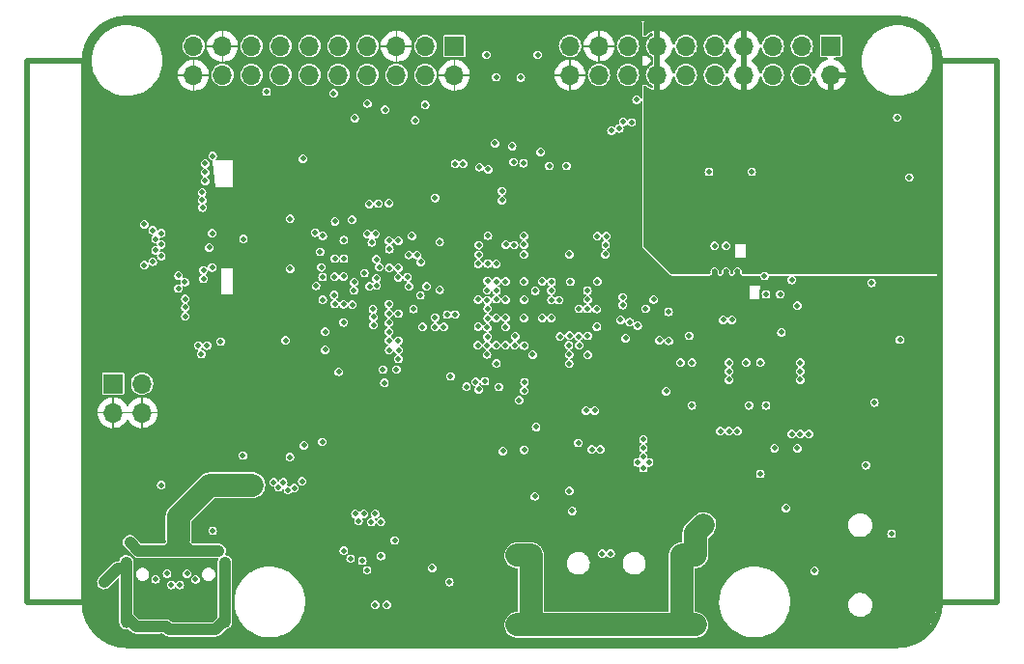
<source format=gbr>
%TF.GenerationSoftware,KiCad,Pcbnew,(6.0.1-0)*%
%TF.CreationDate,2022-12-27T13:33:36-05:00*%
%TF.ProjectId,EX-PCB-10108-001,45582d50-4342-42d3-9130-3130382d3030,A*%
%TF.SameCoordinates,Original*%
%TF.FileFunction,Copper,L2,Inr*%
%TF.FilePolarity,Positive*%
%FSLAX46Y46*%
G04 Gerber Fmt 4.6, Leading zero omitted, Abs format (unit mm)*
G04 Created by KiCad (PCBNEW (6.0.1-0)) date 2022-12-27 13:33:36*
%MOMM*%
%LPD*%
G01*
G04 APERTURE LIST*
%TA.AperFunction,Profile*%
%ADD10C,0.500000*%
%TD*%
%TA.AperFunction,ComponentPad*%
%ADD11R,1.700000X1.700000*%
%TD*%
%TA.AperFunction,ComponentPad*%
%ADD12O,1.700000X1.700000*%
%TD*%
%TA.AperFunction,ComponentPad*%
%ADD13C,1.000000*%
%TD*%
%TA.AperFunction,ComponentPad*%
%ADD14O,1.050000X2.100000*%
%TD*%
%TA.AperFunction,ComponentPad*%
%ADD15O,1.000000X2.000000*%
%TD*%
%TA.AperFunction,ComponentPad*%
%ADD16C,0.500000*%
%TD*%
%TA.AperFunction,ViaPad*%
%ADD17C,0.500000*%
%TD*%
%TA.AperFunction,Conductor*%
%ADD18C,1.000000*%
%TD*%
%TA.AperFunction,Conductor*%
%ADD19C,2.000000*%
%TD*%
G04 APERTURE END LIST*
D10*
X46450000Y-85300000D02*
X46450000Y-132800000D01*
X46450000Y-132800000D02*
G75*
G03*
X50200000Y-136550000I3750001J1D01*
G01*
X126450000Y-85300000D02*
X126450000Y-132800000D01*
X121450000Y-85300000D02*
G75*
G03*
X117700000Y-81550000I-3750001J-1D01*
G01*
X121450000Y-85300000D02*
X121450000Y-132800000D01*
X121450000Y-132800000D02*
X126450000Y-132800000D01*
X117700000Y-136550000D02*
X50200000Y-136550000D01*
X41450000Y-132800000D02*
X46450000Y-132800000D01*
X117700000Y-136550000D02*
G75*
G03*
X121450000Y-132800000I-1J3750001D01*
G01*
X126450000Y-85300000D02*
X121450000Y-85300000D01*
X50200000Y-81550000D02*
G75*
G03*
X46450000Y-85300000I1J-3750001D01*
G01*
X41450000Y-85300000D02*
X46450000Y-85300000D01*
X41450000Y-85300000D02*
X41450000Y-132800000D01*
X117700000Y-81550000D02*
X50200000Y-81550000D01*
D11*
X111880000Y-83980000D03*
D12*
X111880000Y-86520000D03*
X109340000Y-83980000D03*
X109340000Y-86520000D03*
X106800000Y-83980000D03*
X106800000Y-86520000D03*
X104260000Y-83980000D03*
X104260000Y-86520000D03*
X101720000Y-83980000D03*
X101720000Y-86520000D03*
X99180000Y-83980000D03*
X99180000Y-86520000D03*
X96640000Y-83980000D03*
X96640000Y-86520000D03*
X94100000Y-83980000D03*
X94100000Y-86520000D03*
X91560000Y-83980000D03*
X91560000Y-86520000D03*
X89020000Y-83980000D03*
X89020000Y-86520000D03*
D11*
X78880000Y-83980000D03*
D12*
X78880000Y-86520000D03*
X76340000Y-83980000D03*
X76340000Y-86520000D03*
X73800000Y-83980000D03*
X73800000Y-86520000D03*
X71260000Y-83980000D03*
X71260000Y-86520000D03*
X68720000Y-83980000D03*
X68720000Y-86520000D03*
X66180000Y-83980000D03*
X66180000Y-86520000D03*
X63640000Y-83980000D03*
X63640000Y-86520000D03*
X61100000Y-83980000D03*
X61100000Y-86520000D03*
X58560000Y-83980000D03*
X58560000Y-86520000D03*
X56020000Y-83980000D03*
X56020000Y-86520000D03*
D13*
X100000000Y-134750000D03*
X98800000Y-128650000D03*
X85600000Y-128650000D03*
X84400000Y-128650000D03*
X84400000Y-134750000D03*
X98800000Y-134750000D03*
X100000000Y-128650000D03*
X85600000Y-134750000D03*
D14*
X58770000Y-129820000D03*
D15*
X50130000Y-134000000D03*
D14*
X50130000Y-129820000D03*
D15*
X58770000Y-134000000D03*
D16*
X103700000Y-104750000D03*
X101700000Y-103750000D03*
X101700000Y-104750000D03*
X102700000Y-104750000D03*
X103700000Y-103750000D03*
X103700000Y-105750000D03*
X102700000Y-105750000D03*
X102700000Y-103750000D03*
X101700000Y-105750000D03*
D11*
X48975000Y-113600000D03*
D12*
X51515000Y-113600000D03*
X48975000Y-116140000D03*
X51515000Y-116140000D03*
D17*
X81000000Y-107762467D03*
X80985632Y-109392490D03*
X83349998Y-109425000D03*
X84175000Y-106225000D03*
X84175000Y-107825000D03*
X85775000Y-106225000D03*
X84834988Y-110956490D03*
X86650000Y-108650000D03*
X87350000Y-108650000D03*
X86550000Y-109450000D03*
X84950000Y-109450000D03*
X84450000Y-116700000D03*
X67050000Y-109750000D03*
X65175000Y-112775000D03*
X79291743Y-112784562D03*
X80923436Y-111027100D03*
X84950002Y-103800000D03*
X84149996Y-104649996D03*
X84951243Y-103001243D03*
X90360541Y-113752839D03*
X73144696Y-105807655D03*
X73999118Y-106616832D03*
X72007510Y-111300000D03*
X73963466Y-109025000D03*
X75300000Y-107950000D03*
X75388154Y-103211846D03*
X74950000Y-101192490D03*
X74150000Y-97750000D03*
X80942495Y-104647889D03*
X64650000Y-101950000D03*
X69175000Y-110650000D03*
X69200000Y-107425000D03*
X71525000Y-101825000D03*
X67350000Y-107855024D03*
X68407510Y-109073618D03*
X68375000Y-105025000D03*
X67325000Y-99800000D03*
X67475002Y-102750000D03*
X67575000Y-111425000D03*
X67350000Y-107040012D03*
X67325000Y-101425000D03*
X82600000Y-111000000D03*
X47450000Y-125500000D03*
X48200000Y-125500000D03*
X48950000Y-125500000D03*
X60900000Y-107420000D03*
X60900000Y-108370000D03*
X109700000Y-108250000D03*
X80964484Y-100587490D03*
X95700000Y-128000000D03*
X64750000Y-115400000D03*
X108200000Y-135750000D03*
X112700000Y-112750000D03*
X92700000Y-119500000D03*
X120450000Y-109750000D03*
X74450000Y-134500000D03*
X64200000Y-128500000D03*
X76200000Y-135750000D03*
X96950000Y-126500000D03*
X60400000Y-102650000D03*
X64860000Y-107210000D03*
X102200000Y-121000000D03*
X110375000Y-122575000D03*
X59700000Y-111500000D03*
X95554994Y-116187510D03*
X84200000Y-125000000D03*
X96200000Y-104750000D03*
X90200000Y-82250000D03*
X87450000Y-116500000D03*
X101200000Y-115250000D03*
X100200000Y-113500000D03*
X95200000Y-131750000D03*
X111700000Y-104500000D03*
X59690000Y-115530000D03*
X81950000Y-123500000D03*
X53850000Y-106300000D03*
X89030551Y-106221806D03*
X92181999Y-99787490D03*
X100950000Y-111600000D03*
X56225000Y-101450000D03*
X60200000Y-135750000D03*
X103700000Y-114000000D03*
X64100000Y-105250000D03*
X59400000Y-110150000D03*
X62025000Y-92000000D03*
X53950000Y-96200000D03*
X108950000Y-105500000D03*
X95950000Y-128750000D03*
X68070000Y-127250000D03*
X80700000Y-122500000D03*
X60910000Y-98890000D03*
X69450000Y-133750000D03*
X51650000Y-111800000D03*
X50450000Y-91000000D03*
X90584263Y-108574989D03*
X89450000Y-92000000D03*
X107950000Y-129000000D03*
X91400978Y-103798391D03*
X95080000Y-114380000D03*
X48050000Y-93500000D03*
X48550000Y-90500000D03*
X111200000Y-105500000D03*
X88197515Y-103062509D03*
X90575000Y-111850000D03*
X106950000Y-113500000D03*
X73950000Y-123250000D03*
X90950000Y-95500000D03*
X106200000Y-117250000D03*
X88800000Y-116700000D03*
X64200000Y-108990000D03*
X120700000Y-113500000D03*
X113450000Y-120750000D03*
X49950000Y-100400000D03*
X53700000Y-82250000D03*
X87750000Y-98800000D03*
X96950000Y-127250000D03*
X50450000Y-88700000D03*
X99450000Y-108500000D03*
X110200000Y-105750000D03*
X55950000Y-91000000D03*
X81950000Y-135750000D03*
X104450000Y-127000000D03*
X89780000Y-99830000D03*
X112200000Y-109500000D03*
X120700000Y-106250000D03*
X72800000Y-117849990D03*
X117450000Y-114250000D03*
X59950000Y-126500000D03*
X86520052Y-101429995D03*
X83200000Y-88250000D03*
X90950000Y-97800000D03*
X81650000Y-98500000D03*
X85825000Y-99875000D03*
X82700000Y-126500000D03*
X92937457Y-112497399D03*
X52700000Y-124000000D03*
X113950000Y-109250000D03*
X75450000Y-88900000D03*
X65442630Y-109830918D03*
X114860000Y-135610000D03*
X56450000Y-99900000D03*
X96200000Y-105500000D03*
X120700000Y-119750000D03*
X52700000Y-134000000D03*
X48450000Y-88400000D03*
X90575000Y-101425000D03*
X58450000Y-111000000D03*
X93480658Y-111124538D03*
X47750000Y-117900000D03*
X49950000Y-102400000D03*
X89039948Y-107029994D03*
X60400000Y-109800000D03*
X95700000Y-122500000D03*
X107700000Y-115500000D03*
X110950000Y-127500000D03*
X79199673Y-117621969D03*
X99200000Y-121000000D03*
X96950000Y-125500000D03*
X60050000Y-92900000D03*
X92450000Y-124250000D03*
X120580000Y-131640000D03*
X68790000Y-129110000D03*
X71950000Y-134750000D03*
X56200000Y-134000000D03*
X77950000Y-128750000D03*
X65075000Y-110950012D03*
X96200000Y-109750000D03*
X84145442Y-100606948D03*
X57500021Y-106000012D03*
X120700000Y-125500000D03*
X113950000Y-106000000D03*
X68950000Y-89250000D03*
X105950000Y-108500000D03*
X57140000Y-108110000D03*
X113700000Y-123500000D03*
X75892150Y-110582150D03*
X59700000Y-114500000D03*
X112700000Y-129000000D03*
X55950000Y-93000000D03*
X49850000Y-111700000D03*
X48050000Y-95700000D03*
X60930000Y-97940000D03*
X47450000Y-123250000D03*
X57875000Y-87925000D03*
X50250000Y-117600000D03*
X73250000Y-126600000D03*
X53200000Y-135750000D03*
X93950000Y-119500000D03*
X93533311Y-117247490D03*
X61950000Y-126500000D03*
X67950000Y-135750000D03*
X70200000Y-130000000D03*
X65200000Y-103875000D03*
X79700000Y-123500000D03*
X119200000Y-116750000D03*
X103200000Y-122750000D03*
X59700000Y-112500000D03*
X52850000Y-118000000D03*
X86536439Y-103062510D03*
X48200000Y-133500000D03*
X91312510Y-114750000D03*
X109950000Y-110500000D03*
X59700000Y-113500000D03*
X110950000Y-119250000D03*
X99700000Y-117250000D03*
X95550000Y-111500000D03*
X69450000Y-132500000D03*
X85350000Y-95600000D03*
X88944989Y-111839545D03*
X95950000Y-120500000D03*
X94950000Y-120500000D03*
X95450000Y-119250000D03*
X95450000Y-118500000D03*
X52700000Y-100900000D03*
X52450000Y-102900000D03*
X53200000Y-100400000D03*
X57200000Y-110250000D03*
X98700000Y-111750000D03*
X95450000Y-120000000D03*
X51705000Y-103195000D03*
X53200000Y-101400000D03*
X56700000Y-111000000D03*
X52450000Y-100150000D03*
X53200000Y-102400000D03*
X55275000Y-104675000D03*
X51705000Y-99605000D03*
X54708540Y-104109173D03*
X104450000Y-111750000D03*
X86050000Y-117400000D03*
X99700000Y-111750000D03*
X105700000Y-111750000D03*
X52700000Y-101900000D03*
X54700000Y-105250000D03*
X65699990Y-118999990D03*
X95450000Y-121000000D03*
X56450000Y-110250000D03*
X84218902Y-109439227D03*
X90575000Y-111075010D03*
X57650000Y-100400000D03*
X58400000Y-109900000D03*
X85970001Y-105460000D03*
X71000000Y-103900000D03*
X73146362Y-106606044D03*
X74902057Y-102307510D03*
X73981440Y-107451061D03*
X73175000Y-103450008D03*
X68393161Y-104206839D03*
X69950000Y-106650000D03*
X73975000Y-109825000D03*
X83375000Y-107825000D03*
X83375000Y-106225000D03*
X83375000Y-104625000D03*
X64477521Y-99125000D03*
X68742490Y-112550000D03*
X75162181Y-100631247D03*
X87375000Y-105425000D03*
X67575000Y-110625000D03*
X67350000Y-100625000D03*
X73975000Y-111425000D03*
X67567490Y-109025000D03*
X67125000Y-102025000D03*
X67350000Y-106232510D03*
X56900000Y-103650000D03*
X57650000Y-103400000D03*
X57400000Y-101650000D03*
X87394140Y-106244140D03*
X56900000Y-104400000D03*
X89055010Y-104650000D03*
X88977101Y-109373438D03*
X57050000Y-95050000D03*
X57050000Y-95800000D03*
X103699994Y-117750000D03*
X102200000Y-117750000D03*
X102950000Y-117750000D03*
X115700000Y-115250000D03*
X109949994Y-118000000D03*
X81846408Y-94791082D03*
X117950000Y-109750000D03*
X88962490Y-102225000D03*
X104700000Y-115500000D03*
X57700000Y-93625000D03*
X84991068Y-102267079D03*
X81700000Y-84750000D03*
X81822394Y-100614389D03*
X57050000Y-94275000D03*
X86200000Y-84750000D03*
X108450000Y-118000000D03*
X88700000Y-94500000D03*
X87200000Y-94500000D03*
X86450000Y-93250000D03*
X76950000Y-129750000D03*
X97450000Y-114250000D03*
X82563901Y-103087522D03*
X89800000Y-107025000D03*
X78450000Y-131000000D03*
X109200000Y-118000000D03*
X105700000Y-121500000D03*
X64102510Y-109800000D03*
X84975000Y-104625000D03*
X85000000Y-106225000D03*
X86575000Y-107825000D03*
X87375000Y-107825000D03*
X84975000Y-107825000D03*
X88049990Y-106260057D03*
X88150000Y-109450000D03*
X89839950Y-110229992D03*
X87400000Y-104650000D03*
X86600000Y-104600000D03*
X75300000Y-107050000D03*
X81775000Y-110225000D03*
X68400000Y-102625000D03*
X66675000Y-100350000D03*
X81780000Y-109489961D03*
X70075000Y-105425000D03*
X70100000Y-104675000D03*
X66765728Y-105012811D03*
X67225000Y-103375000D03*
X71263617Y-100460044D03*
X68350004Y-105825000D03*
X80975000Y-108577479D03*
X72070394Y-104996702D03*
X69175007Y-104187779D03*
X67329800Y-104233033D03*
X64499994Y-103500000D03*
X71430092Y-97842490D03*
X81782510Y-104576801D03*
X69175000Y-108225000D03*
X85027479Y-113446250D03*
X85000008Y-114200000D03*
X68400000Y-106600000D03*
X84550000Y-115050000D03*
X69175000Y-106625000D03*
X71800000Y-107750000D03*
X84175000Y-110224998D03*
X71749994Y-107050000D03*
X82780741Y-113880741D03*
X71800006Y-108450000D03*
X83375000Y-110225000D03*
X73157855Y-107421056D03*
X82575000Y-111825000D03*
X82550014Y-110225000D03*
X78549998Y-112950000D03*
X72051422Y-104350010D03*
X83375000Y-108625004D03*
X71955654Y-100460045D03*
X82553407Y-107830176D03*
X81800000Y-107000000D03*
X69200002Y-102625000D03*
X74757692Y-104247843D03*
X82572369Y-104629075D03*
X73145314Y-108236067D03*
X81557005Y-113377003D03*
X73159989Y-109043151D03*
X81016261Y-114091261D03*
X73799992Y-112350000D03*
X81750000Y-111025000D03*
X71450381Y-105057737D03*
X81775000Y-108655023D03*
X71640949Y-101203887D03*
X81802576Y-107840012D03*
X81775000Y-106272522D03*
X69193161Y-101006839D03*
X82539117Y-106189117D03*
X77200002Y-97300000D03*
X68425000Y-99350000D03*
X72210613Y-97800000D03*
X82575000Y-105425000D03*
X73166576Y-110640113D03*
X80741993Y-113425000D03*
X79950000Y-113850000D03*
X73150000Y-109800000D03*
X80950000Y-110212089D03*
X73995017Y-110641784D03*
X69900000Y-99200000D03*
X80964085Y-106207456D03*
X73150000Y-97750000D03*
X81749936Y-105392444D03*
X76100000Y-108600000D03*
X73974999Y-104262214D03*
X77950003Y-108599997D03*
X75953074Y-102922997D03*
X78250170Y-107535014D03*
X73162247Y-101037013D03*
X75908195Y-105838089D03*
X72050000Y-102675000D03*
X72610160Y-112363696D03*
X72758081Y-113509979D03*
X77202448Y-108615011D03*
X74900002Y-105050000D03*
X77200000Y-107800000D03*
X73975000Y-103425000D03*
X78950000Y-107519729D03*
X73975000Y-101050000D03*
X73188619Y-101792490D03*
X76457510Y-105050000D03*
X75600000Y-102307510D03*
X72304846Y-103374990D03*
X77600000Y-105350000D03*
X77600000Y-101175000D03*
X90575000Y-109400000D03*
X108450000Y-104500000D03*
X85008768Y-110258768D03*
X85750000Y-111050000D03*
X83150000Y-119500000D03*
X64464924Y-120045084D03*
X60350000Y-119900000D03*
X89750000Y-118800000D03*
X85000000Y-119400000D03*
X67300000Y-118700000D03*
X88925000Y-110225002D03*
X60400000Y-100900000D03*
X61200000Y-121750000D03*
X61200000Y-123250000D03*
X61950000Y-122500000D03*
X60450000Y-122500000D03*
X58450000Y-128250000D03*
X50450000Y-127500000D03*
X57700000Y-128250000D03*
X61200000Y-122500000D03*
X50950000Y-128000000D03*
X53200000Y-122500000D03*
X99950000Y-126000000D03*
X101450000Y-126000000D03*
X100700000Y-126750000D03*
X100700000Y-126000000D03*
X71950000Y-133000000D03*
X72950000Y-133000000D03*
X82550000Y-86699996D03*
X84700000Y-86750000D03*
X84987086Y-101379535D03*
X79650000Y-94300000D03*
X81025000Y-102275000D03*
X53700000Y-130250000D03*
X54075000Y-131250000D03*
X55450000Y-130250000D03*
X54825000Y-131250000D03*
X56797353Y-97480375D03*
X56775000Y-96825000D03*
X56800000Y-98150000D03*
X55300010Y-107689050D03*
X55300010Y-106145709D03*
X55300010Y-106900000D03*
X88950000Y-123000000D03*
X89200000Y-124750000D03*
X85925000Y-123475000D03*
X109200000Y-112500000D03*
X106075022Y-104144006D03*
X109200000Y-113250000D03*
X102450000Y-108000000D03*
X103200000Y-108000000D03*
X109200000Y-111750000D03*
X63469029Y-122693891D03*
X71612282Y-125736280D03*
X102700000Y-101500000D03*
X102949986Y-113250000D03*
X102950000Y-112500000D03*
X102950000Y-111750000D03*
X88944989Y-111026219D03*
X117700000Y-90250000D03*
X118750000Y-95500000D03*
X111450000Y-102750000D03*
X110200000Y-102750000D03*
X97700000Y-82250000D03*
X100950000Y-99250000D03*
X104950000Y-82250000D03*
X111450000Y-95750000D03*
X97700000Y-96250000D03*
X114200000Y-88500000D03*
X110700000Y-94000000D03*
X111450000Y-103500000D03*
X102200000Y-95000000D03*
X120700000Y-92250000D03*
X105950000Y-99500000D03*
X104700000Y-94000000D03*
X97450000Y-94500000D03*
X120700000Y-102000000D03*
X102200000Y-100750000D03*
X113450000Y-82250000D03*
X105150000Y-102200000D03*
X97450000Y-90200000D03*
X114950000Y-90700000D03*
X99150000Y-102900000D03*
X117450000Y-102500000D03*
X108950000Y-102750000D03*
X120700000Y-97250000D03*
X108950000Y-103500000D03*
X120700000Y-87750000D03*
X114950000Y-95500000D03*
X101700000Y-101500000D03*
X101200000Y-95000000D03*
X57700000Y-126500000D03*
X107950000Y-124500000D03*
X48200000Y-131000000D03*
X110450000Y-130000000D03*
X117200000Y-126750000D03*
X104950000Y-95000000D03*
X80975000Y-103075000D03*
X81070052Y-94598104D03*
X91375000Y-108575000D03*
X94250000Y-108200000D03*
X94850000Y-88700000D03*
X93337490Y-91200000D03*
X76325000Y-89125000D03*
X92650000Y-91400000D03*
X72825000Y-89550000D03*
X95641674Y-107025052D03*
X97674966Y-109837490D03*
X96849954Y-109777035D03*
X93650000Y-106700000D03*
X106950000Y-119250000D03*
X108950000Y-119250000D03*
X90575000Y-106225000D03*
X99450000Y-109400000D03*
X91675000Y-119349990D03*
X90925000Y-119349990D03*
X90425000Y-115950000D03*
X91175000Y-115950000D03*
X93900000Y-109600000D03*
X106200000Y-105750000D03*
X93450000Y-108000000D03*
X107450000Y-105750000D03*
X114950000Y-120750000D03*
X92120050Y-102229996D03*
X52700000Y-130750000D03*
X56200000Y-130750000D03*
X70820099Y-129128386D03*
X71240000Y-129959998D03*
X72442185Y-128715876D03*
X73650000Y-127350000D03*
X69200000Y-128250000D03*
X69791639Y-128941636D03*
X84120050Y-101429994D03*
X82450000Y-92500000D03*
X84066369Y-94144506D03*
X71950000Y-125000000D03*
X63881539Y-122250000D03*
X65550000Y-122150000D03*
X83050000Y-97500000D03*
X72437294Y-125722191D03*
X70950000Y-125000000D03*
X83950000Y-92750000D03*
X84990002Y-100610000D03*
X84950000Y-94250000D03*
X63037490Y-122250000D03*
X64294049Y-122933753D03*
X70483312Y-125633310D03*
X83387501Y-101378686D03*
X70200000Y-125000000D03*
X64864566Y-122747944D03*
X83050000Y-96700000D03*
X90550000Y-105425000D03*
X96350006Y-106200000D03*
X97658311Y-107291689D03*
X91350000Y-107050000D03*
X71259996Y-89015004D03*
X93650000Y-106000000D03*
X93675000Y-90625000D03*
X90550000Y-107025000D03*
X94425000Y-90675000D03*
X62425000Y-87975000D03*
X68307490Y-88120811D03*
X78950000Y-94312510D03*
X70150000Y-90300000D03*
X75450000Y-90500000D03*
X81025000Y-101425000D03*
X81808767Y-103058767D03*
X65625000Y-93850000D03*
X91425000Y-104625000D03*
X89775000Y-109450000D03*
X108950000Y-106750000D03*
X94950000Y-108500000D03*
X107550000Y-109100000D03*
X91825000Y-128500000D03*
X92575000Y-128500000D03*
X92200000Y-100650000D03*
X106200000Y-115500000D03*
X91400000Y-100650000D03*
X99700000Y-115500000D03*
X115450000Y-104750000D03*
X92151248Y-101401248D03*
D18*
X53700000Y-128250000D02*
X54700000Y-127250000D01*
X55200000Y-128250000D02*
X53450000Y-128250000D01*
X51200000Y-128250000D02*
X50450000Y-127500000D01*
D19*
X54700000Y-125250000D02*
X54700000Y-127250000D01*
D18*
X54700000Y-127250000D02*
X54700000Y-127750000D01*
X53450000Y-128250000D02*
X53700000Y-128250000D01*
X53450000Y-128250000D02*
X51200000Y-128250000D01*
X54700000Y-127750000D02*
X55200000Y-128250000D01*
D19*
X61200000Y-122500000D02*
X57450000Y-122500000D01*
D18*
X55200000Y-128250000D02*
X55700000Y-128250000D01*
X55700000Y-128250000D02*
X58223996Y-128250000D01*
D19*
X57450000Y-122500000D02*
X54700000Y-125250000D01*
D18*
X54700000Y-127250000D02*
X55700000Y-128250000D01*
D19*
X100000000Y-134750000D02*
X98800000Y-134750000D01*
X84400000Y-134750000D02*
X85600000Y-134750000D01*
X100000000Y-128650000D02*
X100000000Y-126700000D01*
X100000000Y-128650000D02*
X98800000Y-128650000D01*
X100000000Y-126700000D02*
X100700000Y-126000000D01*
X84400000Y-128650000D02*
X85600000Y-128650000D01*
X85600000Y-134750000D02*
X98800000Y-134750000D01*
X98800000Y-134750000D02*
X98800000Y-128650000D01*
X85600000Y-134750000D02*
X85600000Y-128650000D01*
D18*
X53858002Y-135150000D02*
X53608001Y-134899999D01*
X49380000Y-129820000D02*
X48200000Y-131000000D01*
X58770000Y-134000000D02*
X58770000Y-134330000D01*
X51029999Y-134899999D02*
X50130000Y-134000000D01*
X58770000Y-134330000D02*
X57950000Y-135150000D01*
X53608001Y-134899999D02*
X51029999Y-134899999D01*
X58770000Y-129820000D02*
X58770000Y-134000000D01*
X57950000Y-135150000D02*
X53858002Y-135150000D01*
X50130000Y-129820000D02*
X49380000Y-129820000D01*
X50130000Y-134000000D02*
X50130000Y-129820000D01*
%TA.AperFunction,Conductor*%
G36*
X117687547Y-81802421D02*
G01*
X117700000Y-81804898D01*
X117712171Y-81802477D01*
X117724582Y-81802477D01*
X117724582Y-81802521D01*
X117735271Y-81801733D01*
X117895526Y-81809606D01*
X118036884Y-81816551D01*
X118049178Y-81817761D01*
X118376700Y-81866345D01*
X118388806Y-81868752D01*
X118709988Y-81949204D01*
X118721820Y-81952793D01*
X119033564Y-82064337D01*
X119044988Y-82069069D01*
X119210435Y-82147320D01*
X119246545Y-82164398D01*
X119344294Y-82210630D01*
X119355199Y-82216459D01*
X119639190Y-82386677D01*
X119649471Y-82393547D01*
X119915398Y-82590772D01*
X119924956Y-82598616D01*
X120170286Y-82820970D01*
X120179030Y-82829714D01*
X120401384Y-83075044D01*
X120409228Y-83084602D01*
X120606453Y-83350529D01*
X120613323Y-83360810D01*
X120667908Y-83451880D01*
X120774969Y-83630499D01*
X120783541Y-83644801D01*
X120789368Y-83655702D01*
X120846360Y-83776201D01*
X120930931Y-83955012D01*
X120935663Y-83966436D01*
X121047207Y-84278180D01*
X121050796Y-84290011D01*
X121130408Y-84607839D01*
X121131244Y-84611178D01*
X121133656Y-84623306D01*
X121182212Y-84950640D01*
X121182238Y-84950817D01*
X121183449Y-84963116D01*
X121186694Y-85029158D01*
X121198267Y-85264729D01*
X121197479Y-85275418D01*
X121197523Y-85275418D01*
X121197523Y-85287829D01*
X121195102Y-85300000D01*
X121197523Y-85312171D01*
X121197579Y-85312453D01*
X121200000Y-85337034D01*
X121200000Y-103874000D01*
X121179998Y-103942121D01*
X121126342Y-103988614D01*
X121074000Y-104000000D01*
X106500294Y-104000000D01*
X106432173Y-103979998D01*
X106393354Y-103937090D01*
X106392926Y-103937401D01*
X106390033Y-103933420D01*
X106388027Y-103931202D01*
X106382595Y-103920541D01*
X106298487Y-103836433D01*
X106192504Y-103782432D01*
X106075022Y-103763825D01*
X105957540Y-103782432D01*
X105851557Y-103836433D01*
X105767449Y-103920541D01*
X105762017Y-103931202D01*
X105760304Y-103933015D01*
X105757118Y-103937401D01*
X105756551Y-103936989D01*
X105713269Y-103982818D01*
X105649750Y-104000000D01*
X104188112Y-104000000D01*
X104119991Y-103979998D01*
X104073498Y-103926342D01*
X104063663Y-103854291D01*
X104080181Y-103750000D01*
X104061574Y-103632518D01*
X104007573Y-103526535D01*
X103923465Y-103442427D01*
X103817482Y-103388426D01*
X103807693Y-103386876D01*
X103807691Y-103386875D01*
X103764983Y-103380111D01*
X103765099Y-103379376D01*
X103763574Y-103379422D01*
X103763502Y-103379877D01*
X103761091Y-103379495D01*
X103761090Y-103379495D01*
X103700000Y-103369819D01*
X103582518Y-103388426D01*
X103476535Y-103442427D01*
X103392427Y-103526535D01*
X103338426Y-103632518D01*
X103336875Y-103642311D01*
X103324449Y-103720767D01*
X103310850Y-103749454D01*
X103324449Y-103779231D01*
X103336337Y-103854291D01*
X103327237Y-103924700D01*
X103281516Y-103979014D01*
X103211888Y-104000000D01*
X103188112Y-104000000D01*
X103119991Y-103979998D01*
X103073498Y-103926342D01*
X103063663Y-103854291D01*
X103075551Y-103779231D01*
X103089150Y-103750546D01*
X103075551Y-103720767D01*
X103063125Y-103642311D01*
X103061574Y-103632518D01*
X103007573Y-103526535D01*
X102923465Y-103442427D01*
X102817482Y-103388426D01*
X102807693Y-103386876D01*
X102807691Y-103386875D01*
X102764983Y-103380111D01*
X102765099Y-103379376D01*
X102763574Y-103379422D01*
X102763502Y-103379877D01*
X102761091Y-103379495D01*
X102761090Y-103379495D01*
X102700000Y-103369819D01*
X102582518Y-103388426D01*
X102476535Y-103442427D01*
X102392427Y-103526535D01*
X102338426Y-103632518D01*
X102336875Y-103642311D01*
X102324449Y-103720767D01*
X102310850Y-103749454D01*
X102324449Y-103779231D01*
X102336337Y-103854291D01*
X102327237Y-103924700D01*
X102281516Y-103979014D01*
X102211888Y-104000000D01*
X102188112Y-104000000D01*
X102119991Y-103979998D01*
X102073498Y-103926342D01*
X102063663Y-103854291D01*
X102075551Y-103779231D01*
X102089150Y-103750546D01*
X102075551Y-103720767D01*
X102063125Y-103642311D01*
X102061574Y-103632518D01*
X102007573Y-103526535D01*
X101923465Y-103442427D01*
X101817482Y-103388426D01*
X101807693Y-103386876D01*
X101807691Y-103386875D01*
X101764983Y-103380111D01*
X101765099Y-103379376D01*
X101763574Y-103379422D01*
X101763502Y-103379877D01*
X101761091Y-103379495D01*
X101761090Y-103379495D01*
X101700000Y-103369819D01*
X101582518Y-103388426D01*
X101476535Y-103442427D01*
X101392427Y-103526535D01*
X101338426Y-103632518D01*
X101319819Y-103750000D01*
X101336337Y-103854291D01*
X101327237Y-103924700D01*
X101281515Y-103979014D01*
X101211888Y-104000000D01*
X98002190Y-104000000D01*
X97934069Y-103979998D01*
X97913095Y-103963095D01*
X96506884Y-102556884D01*
X103495690Y-102556884D01*
X103508844Y-102557077D01*
X103684175Y-102559648D01*
X104390000Y-102570000D01*
X104392567Y-101490207D01*
X104392802Y-101391556D01*
X104392845Y-101373442D01*
X104379691Y-101373249D01*
X104204360Y-101370678D01*
X103498535Y-101360326D01*
X103495690Y-102556884D01*
X96506884Y-102556884D01*
X95486905Y-101536905D01*
X95466753Y-101500000D01*
X101319819Y-101500000D01*
X101338426Y-101617482D01*
X101392427Y-101723465D01*
X101476535Y-101807573D01*
X101582518Y-101861574D01*
X101700000Y-101880181D01*
X101817482Y-101861574D01*
X101923465Y-101807573D01*
X102007573Y-101723465D01*
X102061574Y-101617482D01*
X102075551Y-101529233D01*
X102089150Y-101500546D01*
X102088651Y-101499454D01*
X102310850Y-101499454D01*
X102324449Y-101529233D01*
X102338426Y-101617482D01*
X102392427Y-101723465D01*
X102476535Y-101807573D01*
X102582518Y-101861574D01*
X102700000Y-101880181D01*
X102817482Y-101861574D01*
X102923465Y-101807573D01*
X103007573Y-101723465D01*
X103061574Y-101617482D01*
X103080181Y-101500000D01*
X103061574Y-101382518D01*
X103007573Y-101276535D01*
X102923465Y-101192427D01*
X102817482Y-101138426D01*
X102700000Y-101119819D01*
X102582518Y-101138426D01*
X102476535Y-101192427D01*
X102392427Y-101276535D01*
X102338426Y-101382518D01*
X102336875Y-101392311D01*
X102324449Y-101470767D01*
X102310850Y-101499454D01*
X102088651Y-101499454D01*
X102075551Y-101470767D01*
X102063125Y-101392311D01*
X102061574Y-101382518D01*
X102007573Y-101276535D01*
X101923465Y-101192427D01*
X101817482Y-101138426D01*
X101700000Y-101119819D01*
X101582518Y-101138426D01*
X101476535Y-101192427D01*
X101392427Y-101276535D01*
X101338426Y-101382518D01*
X101319819Y-101500000D01*
X95466753Y-101500000D01*
X95452879Y-101474593D01*
X95450000Y-101447810D01*
X95450000Y-95500000D01*
X118369819Y-95500000D01*
X118388426Y-95617482D01*
X118442427Y-95723465D01*
X118526535Y-95807573D01*
X118632518Y-95861574D01*
X118750000Y-95880181D01*
X118867482Y-95861574D01*
X118973465Y-95807573D01*
X119057573Y-95723465D01*
X119111574Y-95617482D01*
X119130181Y-95500000D01*
X119111574Y-95382518D01*
X119057573Y-95276535D01*
X118973465Y-95192427D01*
X118867482Y-95138426D01*
X118750000Y-95119819D01*
X118632518Y-95138426D01*
X118526535Y-95192427D01*
X118442427Y-95276535D01*
X118388426Y-95382518D01*
X118369819Y-95500000D01*
X95450000Y-95500000D01*
X95450000Y-95000000D01*
X100819819Y-95000000D01*
X100838426Y-95117482D01*
X100892427Y-95223465D01*
X100976535Y-95307573D01*
X101082518Y-95361574D01*
X101200000Y-95380181D01*
X101317482Y-95361574D01*
X101423465Y-95307573D01*
X101507573Y-95223465D01*
X101561574Y-95117482D01*
X101580181Y-95000000D01*
X104569819Y-95000000D01*
X104588426Y-95117482D01*
X104642427Y-95223465D01*
X104726535Y-95307573D01*
X104832518Y-95361574D01*
X104950000Y-95380181D01*
X105067482Y-95361574D01*
X105173465Y-95307573D01*
X105257573Y-95223465D01*
X105311574Y-95117482D01*
X105330181Y-95000000D01*
X105311574Y-94882518D01*
X105257573Y-94776535D01*
X105173465Y-94692427D01*
X105067482Y-94638426D01*
X104950000Y-94619819D01*
X104832518Y-94638426D01*
X104726535Y-94692427D01*
X104642427Y-94776535D01*
X104588426Y-94882518D01*
X104569819Y-95000000D01*
X101580181Y-95000000D01*
X101561574Y-94882518D01*
X101507573Y-94776535D01*
X101423465Y-94692427D01*
X101317482Y-94638426D01*
X101200000Y-94619819D01*
X101082518Y-94638426D01*
X100976535Y-94692427D01*
X100892427Y-94776535D01*
X100838426Y-94882518D01*
X100819819Y-95000000D01*
X95450000Y-95000000D01*
X95450000Y-90250000D01*
X117319819Y-90250000D01*
X117338426Y-90367482D01*
X117392427Y-90473465D01*
X117476535Y-90557573D01*
X117582518Y-90611574D01*
X117700000Y-90630181D01*
X117817482Y-90611574D01*
X117923465Y-90557573D01*
X118007573Y-90473465D01*
X118061574Y-90367482D01*
X118080181Y-90250000D01*
X118061574Y-90132518D01*
X118007573Y-90026535D01*
X117923465Y-89942427D01*
X117817482Y-89888426D01*
X117700000Y-89869819D01*
X117582518Y-89888426D01*
X117476535Y-89942427D01*
X117392427Y-90026535D01*
X117338426Y-90132518D01*
X117319819Y-90250000D01*
X95450000Y-90250000D01*
X95450000Y-87558339D01*
X95470002Y-87490218D01*
X95523658Y-87443725D01*
X95593932Y-87433621D01*
X95658512Y-87463115D01*
X95671238Y-87475842D01*
X95683220Y-87489674D01*
X95690580Y-87496883D01*
X95854434Y-87632916D01*
X95862881Y-87638831D01*
X96046756Y-87746279D01*
X96056042Y-87750729D01*
X96255001Y-87826703D01*
X96264899Y-87829579D01*
X96368250Y-87850606D01*
X96382299Y-87849410D01*
X96386000Y-87839065D01*
X96386000Y-87838517D01*
X96894000Y-87838517D01*
X96898064Y-87852359D01*
X96911478Y-87854393D01*
X96918184Y-87853534D01*
X96928262Y-87851392D01*
X97132255Y-87790191D01*
X97141842Y-87786433D01*
X97333095Y-87692739D01*
X97341945Y-87687464D01*
X97515328Y-87563792D01*
X97523200Y-87557139D01*
X97674052Y-87406812D01*
X97680730Y-87398965D01*
X97805003Y-87226020D01*
X97810313Y-87217183D01*
X97904670Y-87026267D01*
X97908469Y-87016672D01*
X97970376Y-86812915D01*
X97972555Y-86802835D01*
X97979606Y-86749278D01*
X98008329Y-86684351D01*
X98067594Y-86645260D01*
X98138585Y-86644415D01*
X98198764Y-86682085D01*
X98225647Y-86730996D01*
X98266913Y-86874913D01*
X98266914Y-86874916D01*
X98268614Y-86880843D01*
X98271433Y-86886328D01*
X98353242Y-87045511D01*
X98353245Y-87045516D01*
X98356060Y-87050993D01*
X98474889Y-87200918D01*
X98479583Y-87204913D01*
X98513334Y-87233637D01*
X98620575Y-87324907D01*
X98787570Y-87418237D01*
X98969512Y-87477354D01*
X99159472Y-87500005D01*
X99165607Y-87499533D01*
X99165609Y-87499533D01*
X99344071Y-87485801D01*
X99344075Y-87485800D01*
X99350213Y-87485328D01*
X99534472Y-87433882D01*
X99705228Y-87347627D01*
X99734309Y-87324907D01*
X99851129Y-87233637D01*
X99855979Y-87229848D01*
X99877503Y-87204913D01*
X99976958Y-87089692D01*
X99976959Y-87089691D01*
X99980982Y-87085030D01*
X100075476Y-86918691D01*
X100135861Y-86737166D01*
X100146754Y-86650940D01*
X100159396Y-86550872D01*
X100159397Y-86550863D01*
X100159838Y-86547369D01*
X100160220Y-86520000D01*
X100158878Y-86506314D01*
X100739876Y-86506314D01*
X100740392Y-86512458D01*
X100754830Y-86684393D01*
X100755884Y-86696948D01*
X100757583Y-86702872D01*
X100806914Y-86874913D01*
X100808614Y-86880843D01*
X100811433Y-86886328D01*
X100893242Y-87045511D01*
X100893245Y-87045516D01*
X100896060Y-87050993D01*
X101014889Y-87200918D01*
X101019583Y-87204913D01*
X101053334Y-87233637D01*
X101160575Y-87324907D01*
X101327570Y-87418237D01*
X101509512Y-87477354D01*
X101699472Y-87500005D01*
X101705607Y-87499533D01*
X101705609Y-87499533D01*
X101884071Y-87485801D01*
X101884075Y-87485800D01*
X101890213Y-87485328D01*
X102074472Y-87433882D01*
X102245228Y-87347627D01*
X102274309Y-87324907D01*
X102391129Y-87233637D01*
X102395979Y-87229848D01*
X102417503Y-87204913D01*
X102516958Y-87089692D01*
X102516959Y-87089691D01*
X102520982Y-87085030D01*
X102615476Y-86918691D01*
X102675861Y-86737166D01*
X102677914Y-86737849D01*
X102707743Y-86684393D01*
X102770364Y-86650940D01*
X102841130Y-86656654D01*
X102897574Y-86699719D01*
X102918935Y-86746600D01*
X102958565Y-86922446D01*
X102961645Y-86932275D01*
X103041770Y-87129603D01*
X103046413Y-87138794D01*
X103157694Y-87320388D01*
X103163777Y-87328699D01*
X103303213Y-87489667D01*
X103310580Y-87496883D01*
X103474434Y-87632916D01*
X103482881Y-87638831D01*
X103666756Y-87746279D01*
X103676042Y-87750729D01*
X103875001Y-87826703D01*
X103884899Y-87829579D01*
X103988250Y-87850606D01*
X104002299Y-87849410D01*
X104006000Y-87839065D01*
X104006000Y-87838517D01*
X104514000Y-87838517D01*
X104518064Y-87852359D01*
X104531478Y-87854393D01*
X104538184Y-87853534D01*
X104548262Y-87851392D01*
X104752255Y-87790191D01*
X104761842Y-87786433D01*
X104953095Y-87692739D01*
X104961945Y-87687464D01*
X105135328Y-87563792D01*
X105143200Y-87557139D01*
X105294052Y-87406812D01*
X105300730Y-87398965D01*
X105425003Y-87226020D01*
X105430313Y-87217183D01*
X105524670Y-87026267D01*
X105528469Y-87016672D01*
X105590376Y-86812915D01*
X105592555Y-86802835D01*
X105599606Y-86749278D01*
X105628329Y-86684351D01*
X105687594Y-86645260D01*
X105758585Y-86644415D01*
X105818764Y-86682085D01*
X105845647Y-86730996D01*
X105886913Y-86874913D01*
X105886914Y-86874916D01*
X105888614Y-86880843D01*
X105891433Y-86886328D01*
X105973242Y-87045511D01*
X105973245Y-87045516D01*
X105976060Y-87050993D01*
X106094889Y-87200918D01*
X106099583Y-87204913D01*
X106133334Y-87233637D01*
X106240575Y-87324907D01*
X106407570Y-87418237D01*
X106589512Y-87477354D01*
X106779472Y-87500005D01*
X106785607Y-87499533D01*
X106785609Y-87499533D01*
X106964071Y-87485801D01*
X106964075Y-87485800D01*
X106970213Y-87485328D01*
X107154472Y-87433882D01*
X107325228Y-87347627D01*
X107354309Y-87324907D01*
X107471129Y-87233637D01*
X107475979Y-87229848D01*
X107497503Y-87204913D01*
X107596958Y-87089692D01*
X107596959Y-87089691D01*
X107600982Y-87085030D01*
X107695476Y-86918691D01*
X107755861Y-86737166D01*
X107766754Y-86650940D01*
X107779396Y-86550872D01*
X107779397Y-86550863D01*
X107779838Y-86547369D01*
X107780220Y-86520000D01*
X107778878Y-86506314D01*
X108359876Y-86506314D01*
X108360392Y-86512458D01*
X108374830Y-86684393D01*
X108375884Y-86696948D01*
X108377583Y-86702872D01*
X108426914Y-86874913D01*
X108428614Y-86880843D01*
X108431433Y-86886328D01*
X108513242Y-87045511D01*
X108513245Y-87045516D01*
X108516060Y-87050993D01*
X108634889Y-87200918D01*
X108639583Y-87204913D01*
X108673334Y-87233637D01*
X108780575Y-87324907D01*
X108947570Y-87418237D01*
X109129512Y-87477354D01*
X109319472Y-87500005D01*
X109325607Y-87499533D01*
X109325609Y-87499533D01*
X109504071Y-87485801D01*
X109504075Y-87485800D01*
X109510213Y-87485328D01*
X109694472Y-87433882D01*
X109865228Y-87347627D01*
X109894309Y-87324907D01*
X110011129Y-87233637D01*
X110015979Y-87229848D01*
X110037503Y-87204913D01*
X110136958Y-87089692D01*
X110136959Y-87089691D01*
X110140982Y-87085030D01*
X110235476Y-86918691D01*
X110295861Y-86737166D01*
X110297914Y-86737849D01*
X110327743Y-86684393D01*
X110390364Y-86650940D01*
X110461130Y-86656654D01*
X110517574Y-86699719D01*
X110538935Y-86746600D01*
X110578565Y-86922446D01*
X110581645Y-86932275D01*
X110661770Y-87129603D01*
X110666413Y-87138794D01*
X110777694Y-87320388D01*
X110783777Y-87328699D01*
X110923213Y-87489667D01*
X110930580Y-87496883D01*
X111094434Y-87632916D01*
X111102881Y-87638831D01*
X111286756Y-87746279D01*
X111296042Y-87750729D01*
X111495001Y-87826703D01*
X111504899Y-87829579D01*
X111608250Y-87850606D01*
X111622299Y-87849410D01*
X111626000Y-87839065D01*
X111626000Y-87838517D01*
X112134000Y-87838517D01*
X112138064Y-87852359D01*
X112151478Y-87854393D01*
X112158184Y-87853534D01*
X112168262Y-87851392D01*
X112372255Y-87790191D01*
X112381842Y-87786433D01*
X112573095Y-87692739D01*
X112581945Y-87687464D01*
X112755328Y-87563792D01*
X112763200Y-87557139D01*
X112914052Y-87406812D01*
X112920730Y-87398965D01*
X113045003Y-87226020D01*
X113050313Y-87217183D01*
X113144670Y-87026267D01*
X113148469Y-87016672D01*
X113210377Y-86812910D01*
X113212555Y-86802837D01*
X113213986Y-86791962D01*
X113211775Y-86777778D01*
X113198617Y-86774000D01*
X112152115Y-86774000D01*
X112136876Y-86778475D01*
X112135671Y-86779865D01*
X112134000Y-86787548D01*
X112134000Y-87838517D01*
X111626000Y-87838517D01*
X111626000Y-86392000D01*
X111646002Y-86323879D01*
X111699658Y-86277386D01*
X111752000Y-86266000D01*
X113198344Y-86266000D01*
X113211875Y-86262027D01*
X113213180Y-86252947D01*
X113171214Y-86085875D01*
X113167894Y-86076124D01*
X113082972Y-85880814D01*
X113078105Y-85871739D01*
X112962426Y-85692926D01*
X112956136Y-85684757D01*
X112812806Y-85527240D01*
X112805273Y-85520215D01*
X112638139Y-85388222D01*
X112629552Y-85382517D01*
X112487681Y-85304200D01*
X114594908Y-85304200D01*
X114599801Y-85370036D01*
X114618325Y-85619304D01*
X114621004Y-85655358D01*
X114686684Y-86001304D01*
X114687742Y-86004713D01*
X114687744Y-86004719D01*
X114729663Y-86139719D01*
X114791104Y-86337592D01*
X114792545Y-86340867D01*
X114926481Y-86645260D01*
X114932921Y-86659897D01*
X115110313Y-86964076D01*
X115320999Y-87246219D01*
X115323443Y-87248817D01*
X115323448Y-87248823D01*
X115559820Y-87500093D01*
X115562270Y-87502697D01*
X115564999Y-87505007D01*
X115786757Y-87692739D01*
X115831024Y-87730214D01*
X115833988Y-87732194D01*
X115833990Y-87732196D01*
X116016871Y-87854393D01*
X116123807Y-87925845D01*
X116126989Y-87927484D01*
X116126991Y-87927485D01*
X116433670Y-88085436D01*
X116433675Y-88085438D01*
X116436853Y-88087075D01*
X116440194Y-88088341D01*
X116440199Y-88088343D01*
X116671696Y-88176049D01*
X116766139Y-88211830D01*
X116769603Y-88212710D01*
X116769607Y-88212711D01*
X117103963Y-88297627D01*
X117103971Y-88297629D01*
X117107430Y-88298507D01*
X117264026Y-88319819D01*
X117453347Y-88345585D01*
X117453354Y-88345586D01*
X117456340Y-88345992D01*
X117571081Y-88350500D01*
X117789198Y-88350500D01*
X117930756Y-88342462D01*
X118047992Y-88335805D01*
X118047999Y-88335804D01*
X118051560Y-88335602D01*
X118189883Y-88311834D01*
X118395082Y-88276575D01*
X118395090Y-88276573D01*
X118398600Y-88275970D01*
X118402025Y-88274972D01*
X118402028Y-88274971D01*
X118733221Y-88178436D01*
X118736659Y-88177434D01*
X119061390Y-88041263D01*
X119264556Y-87927485D01*
X119365502Y-87870953D01*
X119365507Y-87870950D01*
X119368619Y-87869207D01*
X119371515Y-87867122D01*
X119371520Y-87867119D01*
X119539376Y-87746279D01*
X119654395Y-87663477D01*
X119771465Y-87557139D01*
X119912405Y-87429118D01*
X119912406Y-87429117D01*
X119915046Y-87426719D01*
X120147219Y-87161977D01*
X120347929Y-86872653D01*
X120380028Y-86812915D01*
X120512902Y-86565624D01*
X120514598Y-86562468D01*
X120645081Y-86235410D01*
X120737701Y-85895683D01*
X120767258Y-85703647D01*
X120790726Y-85551178D01*
X120790726Y-85551174D01*
X120791268Y-85547655D01*
X120797756Y-85382517D01*
X120804952Y-85199370D01*
X120804952Y-85199365D01*
X120805092Y-85195800D01*
X120787145Y-84954293D01*
X120779261Y-84848204D01*
X120779260Y-84848199D01*
X120778996Y-84844642D01*
X120713316Y-84498696D01*
X120706478Y-84476672D01*
X120621866Y-84204179D01*
X120608896Y-84162408D01*
X120542219Y-84010872D01*
X120468522Y-83843382D01*
X120468520Y-83843379D01*
X120467079Y-83840103D01*
X120289687Y-83535924D01*
X120079001Y-83253781D01*
X120076557Y-83251183D01*
X120076552Y-83251177D01*
X119840180Y-82999907D01*
X119840176Y-82999904D01*
X119837730Y-82997303D01*
X119704660Y-82884651D01*
X119571698Y-82772090D01*
X119571694Y-82772087D01*
X119568976Y-82769786D01*
X119517468Y-82735369D01*
X119279170Y-82576144D01*
X119279168Y-82576143D01*
X119276193Y-82574155D01*
X119273009Y-82572515D01*
X118966330Y-82414564D01*
X118966325Y-82414562D01*
X118963147Y-82412925D01*
X118959806Y-82411659D01*
X118959801Y-82411657D01*
X118637205Y-82289437D01*
X118637206Y-82289437D01*
X118633861Y-82288170D01*
X118630397Y-82287290D01*
X118630393Y-82287289D01*
X118296037Y-82202373D01*
X118296029Y-82202371D01*
X118292570Y-82201493D01*
X118120848Y-82178122D01*
X117946653Y-82154415D01*
X117946646Y-82154414D01*
X117943660Y-82154008D01*
X117828919Y-82149500D01*
X117610802Y-82149500D01*
X117469244Y-82157538D01*
X117352008Y-82164195D01*
X117352001Y-82164196D01*
X117348440Y-82164398D01*
X117210117Y-82188166D01*
X117004918Y-82223425D01*
X117004910Y-82223427D01*
X117001400Y-82224030D01*
X116997975Y-82225028D01*
X116997972Y-82225029D01*
X116784370Y-82287289D01*
X116663341Y-82322566D01*
X116660039Y-82323951D01*
X116660038Y-82323951D01*
X116450883Y-82411657D01*
X116338610Y-82458737D01*
X116184996Y-82544765D01*
X116034498Y-82629047D01*
X116034493Y-82629050D01*
X116031381Y-82630793D01*
X116028485Y-82632878D01*
X116028480Y-82632881D01*
X115983880Y-82664989D01*
X115745605Y-82836523D01*
X115742969Y-82838917D01*
X115742967Y-82838919D01*
X115544842Y-83018883D01*
X115484954Y-83073281D01*
X115252781Y-83338023D01*
X115250749Y-83340952D01*
X115250746Y-83340956D01*
X115194884Y-83421481D01*
X115052071Y-83627347D01*
X115050380Y-83630494D01*
X115050377Y-83630499D01*
X114968801Y-83782319D01*
X114885402Y-83937532D01*
X114754919Y-84264590D01*
X114662299Y-84604317D01*
X114661757Y-84607839D01*
X114617771Y-84893621D01*
X114608732Y-84952345D01*
X114608592Y-84955909D01*
X114595875Y-85279599D01*
X114594908Y-85304200D01*
X112487681Y-85304200D01*
X112443117Y-85279599D01*
X112433705Y-85275369D01*
X112232958Y-85204280D01*
X112229321Y-85203319D01*
X112168569Y-85166579D01*
X112137325Y-85102827D01*
X112145508Y-85032304D01*
X112190519Y-84977399D01*
X112261506Y-84955499D01*
X112742362Y-84955499D01*
X112778968Y-84948219D01*
X112820481Y-84920481D01*
X112838254Y-84893882D01*
X112841324Y-84889288D01*
X112841325Y-84889286D01*
X112848219Y-84878968D01*
X112855500Y-84842363D01*
X112855499Y-83117638D01*
X112848219Y-83081032D01*
X112820481Y-83039519D01*
X112793698Y-83021623D01*
X112789288Y-83018676D01*
X112789286Y-83018675D01*
X112778968Y-83011781D01*
X112742363Y-83004500D01*
X111880418Y-83004500D01*
X111017638Y-83004501D01*
X110981032Y-83011781D01*
X110939519Y-83039519D01*
X110932626Y-83049835D01*
X110918676Y-83070712D01*
X110918676Y-83070713D01*
X110911781Y-83081032D01*
X110904500Y-83117637D01*
X110904501Y-84842362D01*
X110911781Y-84878968D01*
X110939519Y-84920481D01*
X110949835Y-84927374D01*
X110970712Y-84941324D01*
X110970714Y-84941325D01*
X110981032Y-84948219D01*
X111017637Y-84955500D01*
X111504192Y-84955500D01*
X111572313Y-84975502D01*
X111618806Y-85029158D01*
X111628910Y-85099432D01*
X111599416Y-85164012D01*
X111543337Y-85201265D01*
X111356868Y-85262212D01*
X111347359Y-85266209D01*
X111158463Y-85364542D01*
X111149738Y-85370036D01*
X110979433Y-85497905D01*
X110971726Y-85504748D01*
X110824590Y-85658717D01*
X110818104Y-85666727D01*
X110698098Y-85842649D01*
X110693000Y-85851623D01*
X110603338Y-86044783D01*
X110599775Y-86054470D01*
X110542864Y-86259681D01*
X110540933Y-86269802D01*
X110539737Y-86280993D01*
X110512610Y-86346603D01*
X110454319Y-86387132D01*
X110383369Y-86389712D01*
X110322287Y-86353525D01*
X110293828Y-86304024D01*
X110248040Y-86152367D01*
X110246259Y-86146467D01*
X110192192Y-86044783D01*
X110159342Y-85983001D01*
X110159341Y-85982999D01*
X110156446Y-85977555D01*
X110086801Y-85892161D01*
X110039430Y-85834078D01*
X110039427Y-85834075D01*
X110035535Y-85829303D01*
X109888132Y-85707361D01*
X109798168Y-85658717D01*
X109725276Y-85619304D01*
X109725273Y-85619303D01*
X109719851Y-85616371D01*
X109639496Y-85591497D01*
X109542988Y-85561623D01*
X109542985Y-85561622D01*
X109537101Y-85559801D01*
X109530976Y-85559157D01*
X109530975Y-85559157D01*
X109352971Y-85540448D01*
X109352970Y-85540448D01*
X109346843Y-85539804D01*
X109260573Y-85547655D01*
X109162466Y-85556583D01*
X109162465Y-85556583D01*
X109156325Y-85557142D01*
X108972803Y-85611156D01*
X108967338Y-85614013D01*
X108808728Y-85696932D01*
X108808724Y-85696935D01*
X108803268Y-85699787D01*
X108654176Y-85819660D01*
X108531207Y-85966208D01*
X108439045Y-86133850D01*
X108437184Y-86139717D01*
X108437183Y-86139719D01*
X108393513Y-86277386D01*
X108381200Y-86316201D01*
X108359876Y-86506314D01*
X107778878Y-86506314D01*
X107761552Y-86329608D01*
X107706259Y-86146467D01*
X107652192Y-86044783D01*
X107619342Y-85983001D01*
X107619341Y-85982999D01*
X107616446Y-85977555D01*
X107546801Y-85892161D01*
X107499430Y-85834078D01*
X107499427Y-85834075D01*
X107495535Y-85829303D01*
X107348132Y-85707361D01*
X107258168Y-85658717D01*
X107185276Y-85619304D01*
X107185273Y-85619303D01*
X107179851Y-85616371D01*
X107099496Y-85591497D01*
X107002988Y-85561623D01*
X107002985Y-85561622D01*
X106997101Y-85559801D01*
X106990976Y-85559157D01*
X106990975Y-85559157D01*
X106812971Y-85540448D01*
X106812970Y-85540448D01*
X106806843Y-85539804D01*
X106720573Y-85547655D01*
X106622466Y-85556583D01*
X106622465Y-85556583D01*
X106616325Y-85557142D01*
X106432803Y-85611156D01*
X106427338Y-85614013D01*
X106268728Y-85696932D01*
X106268724Y-85696935D01*
X106263268Y-85699787D01*
X106114176Y-85819660D01*
X105991207Y-85966208D01*
X105899045Y-86133850D01*
X105897183Y-86139719D01*
X105897182Y-86139722D01*
X105845841Y-86301571D01*
X105806178Y-86360455D01*
X105740976Y-86388548D01*
X105670936Y-86376931D01*
X105618296Y-86329291D01*
X105603535Y-86294169D01*
X105551214Y-86085875D01*
X105547894Y-86076124D01*
X105462972Y-85880814D01*
X105458105Y-85871739D01*
X105342426Y-85692926D01*
X105336136Y-85684757D01*
X105192806Y-85527240D01*
X105185273Y-85520215D01*
X105018139Y-85388222D01*
X105009552Y-85382517D01*
X104972116Y-85361851D01*
X104922146Y-85311419D01*
X104907374Y-85241976D01*
X104932490Y-85175571D01*
X104959842Y-85148964D01*
X105135327Y-85023792D01*
X105143200Y-85017139D01*
X105294052Y-84866812D01*
X105300730Y-84858965D01*
X105425003Y-84686020D01*
X105430313Y-84677183D01*
X105524670Y-84486267D01*
X105528469Y-84476672D01*
X105590376Y-84272915D01*
X105592555Y-84262835D01*
X105599606Y-84209278D01*
X105628329Y-84144351D01*
X105687594Y-84105260D01*
X105758585Y-84104415D01*
X105818764Y-84142085D01*
X105845647Y-84190996D01*
X105886913Y-84334913D01*
X105886914Y-84334916D01*
X105888614Y-84340843D01*
X105891433Y-84346328D01*
X105973242Y-84505511D01*
X105973245Y-84505516D01*
X105976060Y-84510993D01*
X106094889Y-84660918D01*
X106099583Y-84664913D01*
X106133334Y-84693637D01*
X106240575Y-84784907D01*
X106407570Y-84878237D01*
X106589512Y-84937354D01*
X106779472Y-84960005D01*
X106785607Y-84959533D01*
X106785609Y-84959533D01*
X106964071Y-84945801D01*
X106964075Y-84945800D01*
X106970213Y-84945328D01*
X107154472Y-84893882D01*
X107325228Y-84807627D01*
X107354309Y-84784907D01*
X107471129Y-84693637D01*
X107475979Y-84689848D01*
X107497503Y-84664913D01*
X107596958Y-84549692D01*
X107596959Y-84549691D01*
X107600982Y-84545030D01*
X107627304Y-84498696D01*
X107692429Y-84384054D01*
X107695476Y-84378691D01*
X107755861Y-84197166D01*
X107766754Y-84110940D01*
X107779396Y-84010872D01*
X107779397Y-84010863D01*
X107779838Y-84007369D01*
X107780220Y-83980000D01*
X107778878Y-83966314D01*
X108359876Y-83966314D01*
X108360392Y-83972458D01*
X108374830Y-84144393D01*
X108375884Y-84156948D01*
X108377583Y-84162872D01*
X108426914Y-84334913D01*
X108428614Y-84340843D01*
X108431433Y-84346328D01*
X108513242Y-84505511D01*
X108513245Y-84505516D01*
X108516060Y-84510993D01*
X108634889Y-84660918D01*
X108639583Y-84664913D01*
X108673334Y-84693637D01*
X108780575Y-84784907D01*
X108947570Y-84878237D01*
X109129512Y-84937354D01*
X109319472Y-84960005D01*
X109325607Y-84959533D01*
X109325609Y-84959533D01*
X109504071Y-84945801D01*
X109504075Y-84945800D01*
X109510213Y-84945328D01*
X109694472Y-84893882D01*
X109865228Y-84807627D01*
X109894309Y-84784907D01*
X110011129Y-84693637D01*
X110015979Y-84689848D01*
X110037503Y-84664913D01*
X110136958Y-84549692D01*
X110136959Y-84549691D01*
X110140982Y-84545030D01*
X110167304Y-84498696D01*
X110232429Y-84384054D01*
X110235476Y-84378691D01*
X110295861Y-84197166D01*
X110306754Y-84110940D01*
X110319396Y-84010872D01*
X110319397Y-84010863D01*
X110319838Y-84007369D01*
X110320220Y-83980000D01*
X110301552Y-83789608D01*
X110246259Y-83606467D01*
X110156446Y-83437555D01*
X110077662Y-83340956D01*
X110039430Y-83294078D01*
X110039427Y-83294075D01*
X110035535Y-83289303D01*
X109996060Y-83256646D01*
X109892879Y-83171288D01*
X109888132Y-83167361D01*
X109784948Y-83111569D01*
X109725276Y-83079304D01*
X109725273Y-83079303D01*
X109719851Y-83076371D01*
X109634126Y-83049835D01*
X109542988Y-83021623D01*
X109542985Y-83021622D01*
X109537101Y-83019801D01*
X109530976Y-83019157D01*
X109530975Y-83019157D01*
X109352971Y-83000448D01*
X109352970Y-83000448D01*
X109346843Y-82999804D01*
X109229867Y-83010449D01*
X109162466Y-83016583D01*
X109162465Y-83016583D01*
X109156325Y-83017142D01*
X108972803Y-83071156D01*
X108967338Y-83074013D01*
X108808728Y-83156932D01*
X108808724Y-83156935D01*
X108803268Y-83159787D01*
X108654176Y-83279660D01*
X108531207Y-83426208D01*
X108439045Y-83593850D01*
X108437184Y-83599717D01*
X108437183Y-83599719D01*
X108392369Y-83740993D01*
X108381200Y-83776201D01*
X108359876Y-83966314D01*
X107778878Y-83966314D01*
X107761552Y-83789608D01*
X107706259Y-83606467D01*
X107616446Y-83437555D01*
X107537662Y-83340956D01*
X107499430Y-83294078D01*
X107499427Y-83294075D01*
X107495535Y-83289303D01*
X107456060Y-83256646D01*
X107352879Y-83171288D01*
X107348132Y-83167361D01*
X107244948Y-83111569D01*
X107185276Y-83079304D01*
X107185273Y-83079303D01*
X107179851Y-83076371D01*
X107094126Y-83049835D01*
X107002988Y-83021623D01*
X107002985Y-83021622D01*
X106997101Y-83019801D01*
X106990976Y-83019157D01*
X106990975Y-83019157D01*
X106812971Y-83000448D01*
X106812970Y-83000448D01*
X106806843Y-82999804D01*
X106689867Y-83010449D01*
X106622466Y-83016583D01*
X106622465Y-83016583D01*
X106616325Y-83017142D01*
X106432803Y-83071156D01*
X106427338Y-83074013D01*
X106268728Y-83156932D01*
X106268724Y-83156935D01*
X106263268Y-83159787D01*
X106114176Y-83279660D01*
X105991207Y-83426208D01*
X105899045Y-83593850D01*
X105897183Y-83599719D01*
X105897182Y-83599722D01*
X105845841Y-83761571D01*
X105806178Y-83820455D01*
X105740976Y-83848548D01*
X105670936Y-83836931D01*
X105618296Y-83789291D01*
X105603535Y-83754169D01*
X105551214Y-83545875D01*
X105547894Y-83536124D01*
X105462972Y-83340814D01*
X105458105Y-83331739D01*
X105342426Y-83152926D01*
X105336136Y-83144757D01*
X105192806Y-82987240D01*
X105185273Y-82980215D01*
X105018139Y-82848222D01*
X105009552Y-82842517D01*
X104823117Y-82739599D01*
X104813705Y-82735369D01*
X104612959Y-82664280D01*
X104602988Y-82661646D01*
X104531837Y-82648972D01*
X104518540Y-82650432D01*
X104514000Y-82664989D01*
X104514000Y-87838517D01*
X104006000Y-87838517D01*
X104006000Y-82663102D01*
X104002082Y-82649758D01*
X103987806Y-82647771D01*
X103949324Y-82653660D01*
X103939288Y-82656051D01*
X103736868Y-82722212D01*
X103727359Y-82726209D01*
X103538463Y-82824542D01*
X103529738Y-82830036D01*
X103359433Y-82957905D01*
X103351726Y-82964748D01*
X103204590Y-83118717D01*
X103198104Y-83126727D01*
X103078098Y-83302649D01*
X103073000Y-83311623D01*
X102983338Y-83504783D01*
X102979775Y-83514470D01*
X102922864Y-83719681D01*
X102920933Y-83729802D01*
X102919737Y-83740993D01*
X102892610Y-83806603D01*
X102834319Y-83847132D01*
X102763369Y-83849712D01*
X102702287Y-83813525D01*
X102673828Y-83764024D01*
X102639436Y-83650112D01*
X102626259Y-83606467D01*
X102536446Y-83437555D01*
X102457662Y-83340956D01*
X102419430Y-83294078D01*
X102419427Y-83294075D01*
X102415535Y-83289303D01*
X102376060Y-83256646D01*
X102272879Y-83171288D01*
X102268132Y-83167361D01*
X102164948Y-83111569D01*
X102105276Y-83079304D01*
X102105273Y-83079303D01*
X102099851Y-83076371D01*
X102014126Y-83049835D01*
X101922988Y-83021623D01*
X101922985Y-83021622D01*
X101917101Y-83019801D01*
X101910976Y-83019157D01*
X101910975Y-83019157D01*
X101732971Y-83000448D01*
X101732970Y-83000448D01*
X101726843Y-82999804D01*
X101609867Y-83010449D01*
X101542466Y-83016583D01*
X101542465Y-83016583D01*
X101536325Y-83017142D01*
X101352803Y-83071156D01*
X101347338Y-83074013D01*
X101188728Y-83156932D01*
X101188724Y-83156935D01*
X101183268Y-83159787D01*
X101034176Y-83279660D01*
X100911207Y-83426208D01*
X100819045Y-83593850D01*
X100817184Y-83599717D01*
X100817183Y-83599719D01*
X100772369Y-83740993D01*
X100761200Y-83776201D01*
X100739876Y-83966314D01*
X100740392Y-83972458D01*
X100754830Y-84144393D01*
X100755884Y-84156948D01*
X100757583Y-84162872D01*
X100806914Y-84334913D01*
X100808614Y-84340843D01*
X100811433Y-84346328D01*
X100893242Y-84505511D01*
X100893245Y-84505516D01*
X100896060Y-84510993D01*
X101014889Y-84660918D01*
X101019583Y-84664913D01*
X101053334Y-84693637D01*
X101160575Y-84784907D01*
X101327570Y-84878237D01*
X101509512Y-84937354D01*
X101699472Y-84960005D01*
X101705607Y-84959533D01*
X101705609Y-84959533D01*
X101884071Y-84945801D01*
X101884075Y-84945800D01*
X101890213Y-84945328D01*
X102074472Y-84893882D01*
X102245228Y-84807627D01*
X102274309Y-84784907D01*
X102391129Y-84693637D01*
X102395979Y-84689848D01*
X102417503Y-84664913D01*
X102516958Y-84549692D01*
X102516959Y-84549691D01*
X102520982Y-84545030D01*
X102547304Y-84498696D01*
X102612429Y-84384054D01*
X102615476Y-84378691D01*
X102675861Y-84197166D01*
X102677914Y-84197849D01*
X102707743Y-84144393D01*
X102770364Y-84110940D01*
X102841130Y-84116654D01*
X102897574Y-84159719D01*
X102918935Y-84206600D01*
X102958565Y-84382446D01*
X102961645Y-84392275D01*
X103041770Y-84589603D01*
X103046413Y-84598794D01*
X103157694Y-84780388D01*
X103163777Y-84788699D01*
X103303213Y-84949667D01*
X103310580Y-84956883D01*
X103474434Y-85092916D01*
X103482881Y-85098831D01*
X103552479Y-85139501D01*
X103601203Y-85191140D01*
X103614274Y-85260923D01*
X103587543Y-85326694D01*
X103547087Y-85360053D01*
X103538462Y-85364542D01*
X103529738Y-85370036D01*
X103359433Y-85497905D01*
X103351726Y-85504748D01*
X103204590Y-85658717D01*
X103198104Y-85666727D01*
X103078098Y-85842649D01*
X103073000Y-85851623D01*
X102983338Y-86044783D01*
X102979775Y-86054470D01*
X102922864Y-86259681D01*
X102920933Y-86269802D01*
X102919737Y-86280993D01*
X102892610Y-86346603D01*
X102834319Y-86387132D01*
X102763369Y-86389712D01*
X102702287Y-86353525D01*
X102673828Y-86304024D01*
X102628040Y-86152367D01*
X102626259Y-86146467D01*
X102572192Y-86044783D01*
X102539342Y-85983001D01*
X102539341Y-85982999D01*
X102536446Y-85977555D01*
X102466801Y-85892161D01*
X102419430Y-85834078D01*
X102419427Y-85834075D01*
X102415535Y-85829303D01*
X102268132Y-85707361D01*
X102178168Y-85658717D01*
X102105276Y-85619304D01*
X102105273Y-85619303D01*
X102099851Y-85616371D01*
X102019496Y-85591497D01*
X101922988Y-85561623D01*
X101922985Y-85561622D01*
X101917101Y-85559801D01*
X101910976Y-85559157D01*
X101910975Y-85559157D01*
X101732971Y-85540448D01*
X101732970Y-85540448D01*
X101726843Y-85539804D01*
X101640573Y-85547655D01*
X101542466Y-85556583D01*
X101542465Y-85556583D01*
X101536325Y-85557142D01*
X101352803Y-85611156D01*
X101347338Y-85614013D01*
X101188728Y-85696932D01*
X101188724Y-85696935D01*
X101183268Y-85699787D01*
X101034176Y-85819660D01*
X100911207Y-85966208D01*
X100819045Y-86133850D01*
X100817184Y-86139717D01*
X100817183Y-86139719D01*
X100773513Y-86277386D01*
X100761200Y-86316201D01*
X100739876Y-86506314D01*
X100158878Y-86506314D01*
X100141552Y-86329608D01*
X100086259Y-86146467D01*
X100032192Y-86044783D01*
X99999342Y-85983001D01*
X99999341Y-85982999D01*
X99996446Y-85977555D01*
X99926801Y-85892161D01*
X99879430Y-85834078D01*
X99879427Y-85834075D01*
X99875535Y-85829303D01*
X99728132Y-85707361D01*
X99638168Y-85658717D01*
X99565276Y-85619304D01*
X99565273Y-85619303D01*
X99559851Y-85616371D01*
X99479496Y-85591497D01*
X99382988Y-85561623D01*
X99382985Y-85561622D01*
X99377101Y-85559801D01*
X99370976Y-85559157D01*
X99370975Y-85559157D01*
X99192971Y-85540448D01*
X99192970Y-85540448D01*
X99186843Y-85539804D01*
X99100573Y-85547655D01*
X99002466Y-85556583D01*
X99002465Y-85556583D01*
X98996325Y-85557142D01*
X98812803Y-85611156D01*
X98807338Y-85614013D01*
X98648728Y-85696932D01*
X98648724Y-85696935D01*
X98643268Y-85699787D01*
X98494176Y-85819660D01*
X98371207Y-85966208D01*
X98279045Y-86133850D01*
X98277183Y-86139719D01*
X98277182Y-86139722D01*
X98225841Y-86301571D01*
X98186178Y-86360455D01*
X98120976Y-86388548D01*
X98050936Y-86376931D01*
X97998296Y-86329291D01*
X97983535Y-86294169D01*
X97931214Y-86085875D01*
X97927894Y-86076124D01*
X97842972Y-85880814D01*
X97838105Y-85871739D01*
X97722426Y-85692926D01*
X97716136Y-85684757D01*
X97572806Y-85527240D01*
X97565273Y-85520215D01*
X97398139Y-85388222D01*
X97389552Y-85382517D01*
X97352116Y-85361851D01*
X97302146Y-85311419D01*
X97287374Y-85241976D01*
X97312490Y-85175571D01*
X97339842Y-85148964D01*
X97515327Y-85023792D01*
X97523200Y-85017139D01*
X97674052Y-84866812D01*
X97680730Y-84858965D01*
X97805003Y-84686020D01*
X97810313Y-84677183D01*
X97904670Y-84486267D01*
X97908469Y-84476672D01*
X97970376Y-84272915D01*
X97972555Y-84262835D01*
X97979606Y-84209278D01*
X98008329Y-84144351D01*
X98067594Y-84105260D01*
X98138585Y-84104415D01*
X98198764Y-84142085D01*
X98225647Y-84190996D01*
X98266913Y-84334913D01*
X98266914Y-84334916D01*
X98268614Y-84340843D01*
X98271433Y-84346328D01*
X98353242Y-84505511D01*
X98353245Y-84505516D01*
X98356060Y-84510993D01*
X98474889Y-84660918D01*
X98479583Y-84664913D01*
X98513334Y-84693637D01*
X98620575Y-84784907D01*
X98787570Y-84878237D01*
X98969512Y-84937354D01*
X99159472Y-84960005D01*
X99165607Y-84959533D01*
X99165609Y-84959533D01*
X99344071Y-84945801D01*
X99344075Y-84945800D01*
X99350213Y-84945328D01*
X99534472Y-84893882D01*
X99705228Y-84807627D01*
X99734309Y-84784907D01*
X99851129Y-84693637D01*
X99855979Y-84689848D01*
X99877503Y-84664913D01*
X99976958Y-84549692D01*
X99976959Y-84549691D01*
X99980982Y-84545030D01*
X100007304Y-84498696D01*
X100072429Y-84384054D01*
X100075476Y-84378691D01*
X100135861Y-84197166D01*
X100146754Y-84110940D01*
X100159396Y-84010872D01*
X100159397Y-84010863D01*
X100159838Y-84007369D01*
X100160220Y-83980000D01*
X100141552Y-83789608D01*
X100086259Y-83606467D01*
X99996446Y-83437555D01*
X99917662Y-83340956D01*
X99879430Y-83294078D01*
X99879427Y-83294075D01*
X99875535Y-83289303D01*
X99836060Y-83256646D01*
X99732879Y-83171288D01*
X99728132Y-83167361D01*
X99624948Y-83111569D01*
X99565276Y-83079304D01*
X99565273Y-83079303D01*
X99559851Y-83076371D01*
X99474126Y-83049835D01*
X99382988Y-83021623D01*
X99382985Y-83021622D01*
X99377101Y-83019801D01*
X99370976Y-83019157D01*
X99370975Y-83019157D01*
X99192971Y-83000448D01*
X99192970Y-83000448D01*
X99186843Y-82999804D01*
X99069867Y-83010449D01*
X99002466Y-83016583D01*
X99002465Y-83016583D01*
X98996325Y-83017142D01*
X98812803Y-83071156D01*
X98807338Y-83074013D01*
X98648728Y-83156932D01*
X98648724Y-83156935D01*
X98643268Y-83159787D01*
X98494176Y-83279660D01*
X98371207Y-83426208D01*
X98279045Y-83593850D01*
X98277183Y-83599719D01*
X98277182Y-83599722D01*
X98225841Y-83761571D01*
X98186178Y-83820455D01*
X98120976Y-83848548D01*
X98050936Y-83836931D01*
X97998296Y-83789291D01*
X97983535Y-83754169D01*
X97931214Y-83545875D01*
X97927894Y-83536124D01*
X97842972Y-83340814D01*
X97838105Y-83331739D01*
X97722426Y-83152926D01*
X97716136Y-83144757D01*
X97572806Y-82987240D01*
X97565273Y-82980215D01*
X97398139Y-82848222D01*
X97389552Y-82842517D01*
X97203117Y-82739599D01*
X97193705Y-82735369D01*
X96992959Y-82664280D01*
X96982988Y-82661646D01*
X96911837Y-82648972D01*
X96898540Y-82650432D01*
X96894000Y-82664989D01*
X96894000Y-87838517D01*
X96386000Y-87838517D01*
X96386000Y-82663102D01*
X96382082Y-82649758D01*
X96367806Y-82647771D01*
X96329324Y-82653660D01*
X96319288Y-82656051D01*
X96116868Y-82722212D01*
X96107359Y-82726209D01*
X95918463Y-82824542D01*
X95909738Y-82830036D01*
X95739433Y-82957905D01*
X95731726Y-82964748D01*
X95667094Y-83032382D01*
X95605570Y-83067812D01*
X95534658Y-83064355D01*
X95476871Y-83023109D01*
X95450557Y-82957169D01*
X95450000Y-82945331D01*
X95450000Y-81926000D01*
X95470002Y-81857879D01*
X95523658Y-81811386D01*
X95576000Y-81800000D01*
X117662966Y-81800000D01*
X117687547Y-81802421D01*
G37*
%TD.AperFunction*%
%TA.AperFunction,Conductor*%
G36*
X95318052Y-81818013D02*
G01*
X95336065Y-81861500D01*
X95333574Y-81878826D01*
X95330063Y-81890784D01*
X95325000Y-81926000D01*
X95325000Y-82945331D01*
X95325138Y-82951206D01*
X95325695Y-82963044D01*
X95334460Y-83003499D01*
X95360774Y-83069439D01*
X95363489Y-83072899D01*
X95363490Y-83072901D01*
X95400520Y-83120095D01*
X95404252Y-83124851D01*
X95462039Y-83166097D01*
X95528571Y-83189207D01*
X95532961Y-83189421D01*
X95595088Y-83192450D01*
X95595090Y-83192450D01*
X95599483Y-83192664D01*
X95606993Y-83190851D01*
X95613802Y-83189207D01*
X95667950Y-83176134D01*
X95729474Y-83140704D01*
X95731195Y-83139354D01*
X95731199Y-83139351D01*
X95755741Y-83120095D01*
X95755744Y-83120093D01*
X95757465Y-83118742D01*
X95815078Y-83058453D01*
X95822608Y-83051767D01*
X95941050Y-82962838D01*
X95976665Y-82936098D01*
X95985193Y-82930728D01*
X96156070Y-82841775D01*
X96165362Y-82837869D01*
X96180394Y-82832956D01*
X96227325Y-82836568D01*
X96257957Y-82872307D01*
X96261000Y-82891413D01*
X96261000Y-83040081D01*
X96242987Y-83083568D01*
X96227993Y-83094582D01*
X96105935Y-83158392D01*
X96105930Y-83158396D01*
X96103268Y-83159787D01*
X96100924Y-83161672D01*
X96100922Y-83161673D01*
X95986363Y-83253781D01*
X95954176Y-83279660D01*
X95952246Y-83281960D01*
X95944128Y-83291635D01*
X95831207Y-83426208D01*
X95829762Y-83428837D01*
X95829761Y-83428838D01*
X95812291Y-83460617D01*
X95739045Y-83593850D01*
X95738137Y-83596713D01*
X95686354Y-83759955D01*
X95681200Y-83776201D01*
X95673992Y-83840466D01*
X95660557Y-83960246D01*
X95659876Y-83966314D01*
X95664155Y-84017276D01*
X95672054Y-84111332D01*
X95675884Y-84156948D01*
X95676711Y-84159833D01*
X95676712Y-84159837D01*
X95700111Y-84241440D01*
X95728614Y-84340843D01*
X95749411Y-84381309D01*
X95799726Y-84479210D01*
X95816060Y-84510993D01*
X95817927Y-84513349D01*
X95817928Y-84513350D01*
X95840754Y-84542149D01*
X95934889Y-84660918D01*
X96080575Y-84784907D01*
X96083201Y-84786375D01*
X96083203Y-84786376D01*
X96229503Y-84868140D01*
X96258676Y-84905080D01*
X96261000Y-84921825D01*
X96261000Y-85580081D01*
X96242987Y-85623568D01*
X96227993Y-85634582D01*
X96105935Y-85698392D01*
X96105930Y-85698396D01*
X96103268Y-85699787D01*
X96100924Y-85701672D01*
X96100922Y-85701673D01*
X96063662Y-85731631D01*
X95954176Y-85819660D01*
X95952246Y-85821960D01*
X95944128Y-85831635D01*
X95831207Y-85966208D01*
X95829762Y-85968837D01*
X95829761Y-85968838D01*
X95812853Y-85999594D01*
X95739045Y-86133850D01*
X95738137Y-86136713D01*
X95686354Y-86299955D01*
X95681200Y-86316201D01*
X95672049Y-86397790D01*
X95660557Y-86500246D01*
X95659876Y-86506314D01*
X95664155Y-86557276D01*
X95672900Y-86661408D01*
X95675884Y-86696948D01*
X95676711Y-86699833D01*
X95676712Y-86699837D01*
X95700111Y-86781440D01*
X95728614Y-86880843D01*
X95748299Y-86919145D01*
X95799726Y-87019210D01*
X95816060Y-87050993D01*
X95817927Y-87053349D01*
X95817928Y-87053350D01*
X95838591Y-87079420D01*
X95934889Y-87200918D01*
X96080575Y-87324907D01*
X96083201Y-87326375D01*
X96083203Y-87326376D01*
X96229503Y-87408140D01*
X96258676Y-87445080D01*
X96261000Y-87461825D01*
X96261000Y-87605874D01*
X96242987Y-87649361D01*
X96199500Y-87667374D01*
X96177561Y-87663328D01*
X96147555Y-87651870D01*
X96110132Y-87637580D01*
X96101050Y-87633229D01*
X95934713Y-87536029D01*
X95926461Y-87530250D01*
X95920502Y-87525302D01*
X95791540Y-87418237D01*
X95778251Y-87407204D01*
X95771055Y-87400158D01*
X95765719Y-87393998D01*
X95759630Y-87387457D01*
X95746904Y-87374730D01*
X95710441Y-87349412D01*
X95706533Y-87347627D01*
X95649864Y-87321746D01*
X95649863Y-87321746D01*
X95645861Y-87319918D01*
X95576142Y-87309893D01*
X95505868Y-87319997D01*
X95441801Y-87349256D01*
X95438481Y-87352133D01*
X95391469Y-87392868D01*
X95391466Y-87392871D01*
X95388145Y-87395749D01*
X95350065Y-87455002D01*
X95348827Y-87459219D01*
X95348825Y-87459223D01*
X95336851Y-87500005D01*
X95330063Y-87523123D01*
X95325000Y-87558339D01*
X95325000Y-88548963D01*
X95306987Y-88592450D01*
X95263500Y-88610463D01*
X95220013Y-88592450D01*
X95208703Y-88576883D01*
X95159772Y-88480851D01*
X95157573Y-88476535D01*
X95073465Y-88392427D01*
X94967482Y-88338426D01*
X94850000Y-88319819D01*
X94732518Y-88338426D01*
X94626535Y-88392427D01*
X94542427Y-88476535D01*
X94488426Y-88582518D01*
X94469819Y-88700000D01*
X94470576Y-88704780D01*
X94477037Y-88745576D01*
X94488426Y-88817482D01*
X94542427Y-88923465D01*
X94626535Y-89007573D01*
X94732518Y-89061574D01*
X94850000Y-89080181D01*
X94967482Y-89061574D01*
X95073465Y-89007573D01*
X95157573Y-88923465D01*
X95208703Y-88823117D01*
X95244496Y-88792547D01*
X95291420Y-88796240D01*
X95321990Y-88832033D01*
X95325000Y-88851037D01*
X95325000Y-101447810D01*
X95325716Y-101461170D01*
X95328595Y-101487953D01*
X95329495Y-101490828D01*
X95329496Y-101490832D01*
X95332783Y-101501330D01*
X95343170Y-101534502D01*
X95357044Y-101559909D01*
X95357046Y-101559911D01*
X95357050Y-101559917D01*
X95377196Y-101596812D01*
X95398517Y-101625293D01*
X97824707Y-104051483D01*
X97834658Y-104060423D01*
X97835285Y-104060928D01*
X97835287Y-104060930D01*
X97853276Y-104075428D01*
X97853281Y-104075431D01*
X97855632Y-104077326D01*
X97898853Y-104099935D01*
X97966974Y-104119937D01*
X97989114Y-104123120D01*
X98000019Y-104124688D01*
X98000021Y-104124688D01*
X98002190Y-104125000D01*
X101211888Y-104125000D01*
X101214110Y-104124672D01*
X101214116Y-104124672D01*
X101233621Y-104121796D01*
X101247961Y-104119682D01*
X101261100Y-104115722D01*
X101286232Y-104108147D01*
X101317588Y-104098696D01*
X101377143Y-104059514D01*
X101422865Y-104005200D01*
X101451206Y-103940722D01*
X101460306Y-103870313D01*
X101460269Y-103867662D01*
X101459948Y-103845265D01*
X101459798Y-103834737D01*
X101459456Y-103832574D01*
X101447901Y-103759621D01*
X101447901Y-103740380D01*
X101453639Y-103704148D01*
X101457267Y-103681246D01*
X101463210Y-103662953D01*
X101490395Y-103609598D01*
X101501704Y-103594034D01*
X101544034Y-103551704D01*
X101559598Y-103540395D01*
X101612953Y-103513210D01*
X101631246Y-103507267D01*
X101660880Y-103502573D01*
X101690379Y-103497901D01*
X101709620Y-103497901D01*
X101714883Y-103498734D01*
X101741535Y-103502956D01*
X101741538Y-103502956D01*
X101743937Y-103503336D01*
X101743881Y-103503690D01*
X101745368Y-103503953D01*
X101745428Y-103503572D01*
X101768749Y-103507265D01*
X101787050Y-103513211D01*
X101814869Y-103527386D01*
X101840401Y-103540395D01*
X101855967Y-103551705D01*
X101898296Y-103594034D01*
X101909605Y-103609598D01*
X101936790Y-103662952D01*
X101942733Y-103681245D01*
X101943292Y-103684772D01*
X101952090Y-103740322D01*
X101951364Y-103740437D01*
X101951328Y-103759556D01*
X101952090Y-103759677D01*
X101941362Y-103827415D01*
X101940202Y-103834737D01*
X101939811Y-103871197D01*
X101940115Y-103873423D01*
X101940115Y-103873425D01*
X101946918Y-103923261D01*
X101949646Y-103943248D01*
X101979029Y-104008199D01*
X101981945Y-104011564D01*
X101981946Y-104011566D01*
X102022641Y-104058531D01*
X102022644Y-104058534D01*
X102025522Y-104061855D01*
X102084775Y-104099935D01*
X102088992Y-104101173D01*
X102088996Y-104101175D01*
X102132516Y-104113953D01*
X102152896Y-104119937D01*
X102175036Y-104123120D01*
X102185941Y-104124688D01*
X102185943Y-104124688D01*
X102188112Y-104125000D01*
X102211888Y-104125000D01*
X102214110Y-104124672D01*
X102214116Y-104124672D01*
X102245730Y-104120011D01*
X102245733Y-104120010D01*
X102247960Y-104119682D01*
X102275976Y-104111238D01*
X102313329Y-104099980D01*
X102313331Y-104099979D01*
X102317588Y-104098696D01*
X102377145Y-104059513D01*
X102408896Y-104021795D01*
X102420032Y-104008566D01*
X102420033Y-104008565D01*
X102422866Y-104005199D01*
X102451206Y-103940722D01*
X102460306Y-103870313D01*
X102460269Y-103867662D01*
X102459948Y-103845265D01*
X102459798Y-103834737D01*
X102447910Y-103759677D01*
X102448636Y-103759562D01*
X102448672Y-103740443D01*
X102447910Y-103740322D01*
X102456708Y-103684772D01*
X102457267Y-103681245D01*
X102463210Y-103662952D01*
X102490395Y-103609598D01*
X102501704Y-103594034D01*
X102544034Y-103551704D01*
X102559598Y-103540395D01*
X102612953Y-103513210D01*
X102631246Y-103507267D01*
X102660880Y-103502573D01*
X102690379Y-103497901D01*
X102709620Y-103497901D01*
X102714883Y-103498734D01*
X102741535Y-103502956D01*
X102741538Y-103502956D01*
X102743937Y-103503336D01*
X102743881Y-103503690D01*
X102745368Y-103503953D01*
X102745428Y-103503572D01*
X102768749Y-103507265D01*
X102787050Y-103513211D01*
X102814869Y-103527386D01*
X102840401Y-103540395D01*
X102855967Y-103551705D01*
X102898296Y-103594034D01*
X102909605Y-103609598D01*
X102936790Y-103662952D01*
X102942733Y-103681245D01*
X102943292Y-103684772D01*
X102952090Y-103740322D01*
X102951364Y-103740437D01*
X102951328Y-103759556D01*
X102952090Y-103759677D01*
X102941362Y-103827415D01*
X102940202Y-103834737D01*
X102939811Y-103871197D01*
X102940115Y-103873423D01*
X102940115Y-103873425D01*
X102946918Y-103923261D01*
X102949646Y-103943248D01*
X102979029Y-104008199D01*
X102981945Y-104011564D01*
X102981946Y-104011566D01*
X103022641Y-104058531D01*
X103022644Y-104058534D01*
X103025522Y-104061855D01*
X103084775Y-104099935D01*
X103088992Y-104101173D01*
X103088996Y-104101175D01*
X103132516Y-104113953D01*
X103152896Y-104119937D01*
X103175036Y-104123120D01*
X103185941Y-104124688D01*
X103185943Y-104124688D01*
X103188112Y-104125000D01*
X103211888Y-104125000D01*
X103214110Y-104124672D01*
X103214116Y-104124672D01*
X103245730Y-104120011D01*
X103245733Y-104120010D01*
X103247960Y-104119682D01*
X103275976Y-104111238D01*
X103313329Y-104099980D01*
X103313331Y-104099979D01*
X103317588Y-104098696D01*
X103377145Y-104059513D01*
X103408896Y-104021795D01*
X103420032Y-104008566D01*
X103420033Y-104008565D01*
X103422866Y-104005199D01*
X103451206Y-103940722D01*
X103460306Y-103870313D01*
X103460269Y-103867662D01*
X103459948Y-103845265D01*
X103459798Y-103834737D01*
X103447910Y-103759677D01*
X103448636Y-103759562D01*
X103448672Y-103740443D01*
X103447910Y-103740322D01*
X103456708Y-103684772D01*
X103457267Y-103681245D01*
X103463210Y-103662952D01*
X103490395Y-103609598D01*
X103501704Y-103594034D01*
X103544034Y-103551704D01*
X103559598Y-103540395D01*
X103612953Y-103513210D01*
X103631246Y-103507267D01*
X103660880Y-103502573D01*
X103690379Y-103497901D01*
X103709620Y-103497901D01*
X103714883Y-103498734D01*
X103741535Y-103502956D01*
X103741538Y-103502956D01*
X103743937Y-103503336D01*
X103743881Y-103503690D01*
X103745368Y-103503953D01*
X103745428Y-103503572D01*
X103768749Y-103507265D01*
X103787050Y-103513211D01*
X103814869Y-103527386D01*
X103840401Y-103540395D01*
X103855967Y-103551705D01*
X103898296Y-103594034D01*
X103909605Y-103609598D01*
X103936790Y-103662953D01*
X103942733Y-103681246D01*
X103946361Y-103704148D01*
X103952099Y-103740380D01*
X103952099Y-103759621D01*
X103947476Y-103788809D01*
X103940202Y-103834737D01*
X103939811Y-103871197D01*
X103940115Y-103873423D01*
X103940115Y-103873425D01*
X103946918Y-103923261D01*
X103949646Y-103943248D01*
X103979029Y-104008199D01*
X103981945Y-104011564D01*
X103981946Y-104011566D01*
X104022641Y-104058531D01*
X104022644Y-104058534D01*
X104025522Y-104061855D01*
X104084775Y-104099935D01*
X104088992Y-104101173D01*
X104088996Y-104101175D01*
X104132516Y-104113953D01*
X104152896Y-104119937D01*
X104175036Y-104123120D01*
X104185941Y-104124688D01*
X104185943Y-104124688D01*
X104188112Y-104125000D01*
X105639304Y-104125000D01*
X105682791Y-104143013D01*
X105700047Y-104176879D01*
X105706001Y-104214470D01*
X105713448Y-104261488D01*
X105767449Y-104367471D01*
X105851557Y-104451579D01*
X105957540Y-104505580D01*
X105991679Y-104510987D01*
X106032688Y-104517482D01*
X106075022Y-104524187D01*
X106117357Y-104517482D01*
X106158365Y-104510987D01*
X106192504Y-104505580D01*
X106298487Y-104451579D01*
X106382595Y-104367471D01*
X106436596Y-104261488D01*
X106444043Y-104214470D01*
X106449997Y-104176879D01*
X106474591Y-104136745D01*
X106510740Y-104125000D01*
X108145488Y-104125000D01*
X108188975Y-104143013D01*
X108206988Y-104186500D01*
X108188975Y-104229987D01*
X108142427Y-104276535D01*
X108088426Y-104382518D01*
X108082232Y-104421624D01*
X108072986Y-104480007D01*
X108069819Y-104500000D01*
X108070576Y-104504780D01*
X108078053Y-104551991D01*
X108088426Y-104617482D01*
X108142427Y-104723465D01*
X108226535Y-104807573D01*
X108332518Y-104861574D01*
X108450000Y-104880181D01*
X108567482Y-104861574D01*
X108673465Y-104807573D01*
X108731038Y-104750000D01*
X115069819Y-104750000D01*
X115088426Y-104867482D01*
X115142427Y-104973465D01*
X115226535Y-105057573D01*
X115332518Y-105111574D01*
X115337298Y-105112331D01*
X115437543Y-105128208D01*
X115450000Y-105130181D01*
X115462458Y-105128208D01*
X115562702Y-105112331D01*
X115567482Y-105111574D01*
X115673465Y-105057573D01*
X115757573Y-104973465D01*
X115811574Y-104867482D01*
X115830181Y-104750000D01*
X115828634Y-104740229D01*
X115812331Y-104637298D01*
X115811574Y-104632518D01*
X115757573Y-104526535D01*
X115673465Y-104442427D01*
X115567482Y-104388426D01*
X115456800Y-104370896D01*
X115454780Y-104370576D01*
X115450000Y-104369819D01*
X115445220Y-104370576D01*
X115443200Y-104370896D01*
X115332518Y-104388426D01*
X115226535Y-104442427D01*
X115142427Y-104526535D01*
X115088426Y-104632518D01*
X115087669Y-104637298D01*
X115071367Y-104740229D01*
X115069819Y-104750000D01*
X108731038Y-104750000D01*
X108757573Y-104723465D01*
X108811574Y-104617482D01*
X108821947Y-104551991D01*
X108829424Y-104504780D01*
X108830181Y-104500000D01*
X108827015Y-104480007D01*
X108817768Y-104421624D01*
X108811574Y-104382518D01*
X108757573Y-104276535D01*
X108711025Y-104229987D01*
X108693012Y-104186500D01*
X108711025Y-104143013D01*
X108754512Y-104125000D01*
X121074000Y-104125000D01*
X121091490Y-104123120D01*
X121098944Y-104122319D01*
X121098948Y-104122318D01*
X121100570Y-104122144D01*
X121114338Y-104119149D01*
X121125428Y-104116737D01*
X121171750Y-104125096D01*
X121198595Y-104163760D01*
X121200000Y-104176832D01*
X121200000Y-132769320D01*
X121198818Y-132781318D01*
X121195102Y-132800000D01*
X121196285Y-132805944D01*
X121197550Y-132812305D01*
X121198658Y-132827322D01*
X121183294Y-133140047D01*
X121182702Y-133146053D01*
X121143690Y-133409055D01*
X121133192Y-133479824D01*
X121132016Y-133485740D01*
X121112663Y-133563000D01*
X121050025Y-133813064D01*
X121048273Y-133818840D01*
X120980283Y-134008859D01*
X120951637Y-134088922D01*
X120934595Y-134136550D01*
X120932286Y-134142124D01*
X120894625Y-134221751D01*
X120788014Y-134447160D01*
X120785169Y-134452482D01*
X120611699Y-134741900D01*
X120608346Y-134746919D01*
X120565099Y-134805231D01*
X120407333Y-135017953D01*
X120403515Y-135022606D01*
X120176886Y-135272652D01*
X120172652Y-135276886D01*
X119922606Y-135503515D01*
X119917953Y-135507333D01*
X119731749Y-135645432D01*
X119646919Y-135708346D01*
X119641900Y-135711699D01*
X119352482Y-135885169D01*
X119347160Y-135888014D01*
X119042126Y-136032285D01*
X119036550Y-136034595D01*
X118718840Y-136148273D01*
X118713064Y-136150025D01*
X118498786Y-136203699D01*
X118385740Y-136232016D01*
X118379828Y-136233191D01*
X118094973Y-136275445D01*
X118046053Y-136282702D01*
X118040047Y-136283294D01*
X117995259Y-136285494D01*
X117727321Y-136298658D01*
X117712308Y-136297550D01*
X117700000Y-136295102D01*
X117694058Y-136296284D01*
X117681318Y-136298818D01*
X117669320Y-136300000D01*
X50230680Y-136300000D01*
X50218682Y-136298818D01*
X50205942Y-136296284D01*
X50200000Y-136295102D01*
X50187692Y-136297550D01*
X50172679Y-136298658D01*
X49904741Y-136285494D01*
X49859953Y-136283294D01*
X49853947Y-136282702D01*
X49805027Y-136275445D01*
X49520172Y-136233191D01*
X49514260Y-136232016D01*
X49401214Y-136203699D01*
X49186936Y-136150025D01*
X49181160Y-136148273D01*
X48863450Y-136034595D01*
X48857874Y-136032285D01*
X48552840Y-135888014D01*
X48547518Y-135885169D01*
X48258100Y-135711699D01*
X48253081Y-135708346D01*
X48168252Y-135645432D01*
X47982047Y-135507333D01*
X47977394Y-135503515D01*
X47727348Y-135276886D01*
X47723114Y-135272652D01*
X47496485Y-135022606D01*
X47492667Y-135017953D01*
X47334901Y-134805231D01*
X47291654Y-134746919D01*
X47288301Y-134741900D01*
X47114831Y-134452482D01*
X47111986Y-134447160D01*
X47005375Y-134221751D01*
X46967714Y-134142124D01*
X46965405Y-134136550D01*
X46948364Y-134088922D01*
X46919717Y-134008859D01*
X46851727Y-133818840D01*
X46849975Y-133813064D01*
X46787337Y-133563000D01*
X46767984Y-133485740D01*
X46766808Y-133479824D01*
X46756311Y-133409055D01*
X46717298Y-133146053D01*
X46716706Y-133140047D01*
X46701342Y-132827322D01*
X46702450Y-132812305D01*
X46703716Y-132805944D01*
X46704898Y-132800000D01*
X46701182Y-132781318D01*
X46700000Y-132769320D01*
X46700000Y-130980196D01*
X47569840Y-130980196D01*
X47570204Y-130984048D01*
X47570204Y-130984051D01*
X47574220Y-131026535D01*
X47584713Y-131137533D01*
X47638246Y-131286228D01*
X47640418Y-131289424D01*
X47640419Y-131289426D01*
X47702096Y-131380181D01*
X47727076Y-131416938D01*
X47729976Y-131419495D01*
X47729978Y-131419497D01*
X47795078Y-131476890D01*
X47845622Y-131521450D01*
X47986435Y-131593198D01*
X48140667Y-131627673D01*
X48144528Y-131627552D01*
X48144532Y-131627552D01*
X48294759Y-131622831D01*
X48294763Y-131622830D01*
X48298627Y-131622709D01*
X48302344Y-131621629D01*
X48302345Y-131621629D01*
X48446679Y-131579696D01*
X48446678Y-131579696D01*
X48450390Y-131578618D01*
X48453712Y-131576653D01*
X48453715Y-131576652D01*
X48583089Y-131500140D01*
X48586420Y-131498170D01*
X48975214Y-131109376D01*
X49399513Y-130685078D01*
X49443000Y-130667065D01*
X49486487Y-130685078D01*
X49504500Y-130728565D01*
X49504500Y-133924155D01*
X49503519Y-133933038D01*
X49503535Y-133933039D01*
X49503170Y-133936894D01*
X49502327Y-133940667D01*
X49502448Y-133944528D01*
X49502448Y-133944532D01*
X49504470Y-134008859D01*
X49504500Y-134010791D01*
X49504500Y-134539350D01*
X49519336Y-134656792D01*
X49577514Y-134803732D01*
X49579786Y-134806859D01*
X49579787Y-134806861D01*
X49668134Y-134928460D01*
X49670406Y-134931587D01*
X49792177Y-135032324D01*
X49935174Y-135099614D01*
X49938971Y-135100338D01*
X49938973Y-135100339D01*
X50053260Y-135122140D01*
X50090412Y-135129227D01*
X50094274Y-135128984D01*
X50244283Y-135119547D01*
X50244287Y-135119546D01*
X50248138Y-135119304D01*
X50300283Y-135102361D01*
X50347207Y-135106054D01*
X50362774Y-135117364D01*
X50534073Y-135288663D01*
X50539659Y-135295636D01*
X50539671Y-135295626D01*
X50542142Y-135298613D01*
X50544213Y-135301876D01*
X50556698Y-135313600D01*
X50593945Y-135348578D01*
X50595332Y-135349922D01*
X50615529Y-135370119D01*
X50621026Y-135374383D01*
X50625426Y-135378142D01*
X50656595Y-135407412D01*
X50656600Y-135407416D01*
X50659417Y-135410061D01*
X50662804Y-135411923D01*
X50662808Y-135411926D01*
X50681287Y-135422085D01*
X50689351Y-135427382D01*
X50709063Y-135442672D01*
X50712609Y-135444206D01*
X50712608Y-135444206D01*
X50751857Y-135461191D01*
X50757058Y-135463740D01*
X50794516Y-135484332D01*
X50797907Y-135486196D01*
X50801654Y-135487158D01*
X50822074Y-135492401D01*
X50831203Y-135495526D01*
X50854104Y-135505437D01*
X50857924Y-135506042D01*
X50900154Y-135512731D01*
X50905827Y-135513906D01*
X50947233Y-135524537D01*
X50950980Y-135525499D01*
X50975932Y-135525499D01*
X50985550Y-135526256D01*
X51010195Y-135530159D01*
X51014047Y-135529795D01*
X51014050Y-135529795D01*
X51056604Y-135525772D01*
X51062392Y-135525499D01*
X53322084Y-135525499D01*
X53365571Y-135543512D01*
X53369471Y-135547797D01*
X53370140Y-135548605D01*
X53372216Y-135551877D01*
X53375041Y-135554529D01*
X53375041Y-135554530D01*
X53421932Y-135598564D01*
X53423319Y-135599908D01*
X53443531Y-135620120D01*
X53445055Y-135621302D01*
X53445056Y-135621303D01*
X53449034Y-135624389D01*
X53453435Y-135628147D01*
X53487420Y-135660062D01*
X53490810Y-135661926D01*
X53490812Y-135661927D01*
X53509285Y-135672082D01*
X53517352Y-135677381D01*
X53534010Y-135690303D01*
X53534013Y-135690305D01*
X53537066Y-135692673D01*
X53540613Y-135694208D01*
X53579855Y-135711190D01*
X53585057Y-135713739D01*
X53622518Y-135734333D01*
X53622523Y-135734335D01*
X53625910Y-135736197D01*
X53629655Y-135737158D01*
X53629656Y-135737159D01*
X53650073Y-135742401D01*
X53659201Y-135745526D01*
X53682106Y-135755438D01*
X53685922Y-135756042D01*
X53685924Y-135756043D01*
X53728153Y-135762731D01*
X53733826Y-135763906D01*
X53774169Y-135774264D01*
X53778983Y-135775500D01*
X53803935Y-135775500D01*
X53813553Y-135776257D01*
X53838198Y-135780160D01*
X53842050Y-135779796D01*
X53842053Y-135779796D01*
X53884607Y-135775773D01*
X53890395Y-135775500D01*
X57874155Y-135775500D01*
X57883038Y-135776481D01*
X57883039Y-135776465D01*
X57886894Y-135776830D01*
X57890667Y-135777673D01*
X57894528Y-135777552D01*
X57894532Y-135777552D01*
X57958859Y-135775530D01*
X57960791Y-135775500D01*
X57989350Y-135775500D01*
X57996250Y-135774628D01*
X58002030Y-135774173D01*
X58044758Y-135772831D01*
X58044762Y-135772830D01*
X58048627Y-135772709D01*
X58072593Y-135765746D01*
X58082034Y-135763792D01*
X58106792Y-135760664D01*
X58110389Y-135759240D01*
X58110392Y-135759239D01*
X58150142Y-135743500D01*
X58155625Y-135741623D01*
X58196673Y-135729698D01*
X58196674Y-135729698D01*
X58200390Y-135728618D01*
X58221869Y-135715915D01*
X58230523Y-135711675D01*
X58253732Y-135702486D01*
X58256861Y-135700213D01*
X58256866Y-135700210D01*
X58291451Y-135675082D01*
X58296284Y-135671907D01*
X58336420Y-135648170D01*
X58354060Y-135630530D01*
X58361398Y-135624262D01*
X58378460Y-135611866D01*
X58378461Y-135611865D01*
X58381587Y-135609594D01*
X58411304Y-135573673D01*
X58415203Y-135569388D01*
X58616400Y-135368191D01*
X58847319Y-135137271D01*
X58880831Y-135122140D01*
X58880475Y-135120272D01*
X58884276Y-135119547D01*
X58888138Y-135119304D01*
X59038441Y-135070467D01*
X59171877Y-134985786D01*
X59174523Y-134982968D01*
X59174527Y-134982965D01*
X59277416Y-134873400D01*
X59277417Y-134873399D01*
X59280062Y-134870582D01*
X59281922Y-134867199D01*
X59281924Y-134867196D01*
X59347732Y-134747489D01*
X59356197Y-134732092D01*
X59395500Y-134579019D01*
X59395500Y-134384068D01*
X59396257Y-134374447D01*
X59398593Y-134359696D01*
X59400160Y-134349804D01*
X59396057Y-134306394D01*
X59395773Y-134303395D01*
X59395500Y-134297607D01*
X59395500Y-132804200D01*
X59594908Y-132804200D01*
X59621004Y-133155358D01*
X59659738Y-133359376D01*
X59683730Y-133485743D01*
X59686684Y-133501304D01*
X59687198Y-133502961D01*
X59687200Y-133502967D01*
X59714310Y-133590275D01*
X59791104Y-133837592D01*
X59932921Y-134159897D01*
X59933801Y-134161405D01*
X59933802Y-134161408D01*
X60086846Y-134423836D01*
X60110313Y-134464076D01*
X60320999Y-134746219D01*
X60562270Y-135002697D01*
X60831024Y-135230214D01*
X60832473Y-135231182D01*
X61122353Y-135424874D01*
X61122360Y-135424878D01*
X61123807Y-135425845D01*
X61125356Y-135426643D01*
X61125358Y-135426644D01*
X61410832Y-135573673D01*
X61436853Y-135587075D01*
X61438473Y-135587689D01*
X61438478Y-135587691D01*
X61564038Y-135635261D01*
X61766139Y-135711830D01*
X61767831Y-135712260D01*
X61767832Y-135712260D01*
X62105740Y-135798078D01*
X62105743Y-135798079D01*
X62107430Y-135798507D01*
X62109157Y-135798742D01*
X62109162Y-135798743D01*
X62454882Y-135845794D01*
X62454891Y-135845795D01*
X62456340Y-135845992D01*
X62519616Y-135848478D01*
X62570511Y-135850478D01*
X62570531Y-135850478D01*
X62571081Y-135850500D01*
X62789198Y-135850500D01*
X62790060Y-135850451D01*
X62790062Y-135850451D01*
X63049819Y-135835701D01*
X63049821Y-135835701D01*
X63051560Y-135835602D01*
X63398600Y-135775970D01*
X63736659Y-135677434D01*
X63743861Y-135674414D01*
X64059783Y-135541937D01*
X64059785Y-135541936D01*
X64061390Y-135541263D01*
X64124282Y-135506042D01*
X64367104Y-135370056D01*
X64367111Y-135370051D01*
X64368619Y-135369207D01*
X64370025Y-135368195D01*
X64370031Y-135368191D01*
X64499657Y-135274873D01*
X64654395Y-135163477D01*
X64915046Y-134926719D01*
X64916193Y-134925411D01*
X64916199Y-134925405D01*
X65118461Y-134694769D01*
X83270730Y-134694769D01*
X83270865Y-134697691D01*
X83270865Y-134697696D01*
X83278997Y-134873400D01*
X83280659Y-134909306D01*
X83307427Y-135020376D01*
X83324380Y-135090715D01*
X83330978Y-135118094D01*
X83332187Y-135120753D01*
X83332188Y-135120756D01*
X83335710Y-135128502D01*
X83419869Y-135313600D01*
X83421566Y-135315993D01*
X83421567Y-135315994D01*
X83462982Y-135374378D01*
X83544126Y-135488770D01*
X83546239Y-135490792D01*
X83546240Y-135490794D01*
X83583284Y-135526256D01*
X83699265Y-135637284D01*
X83701720Y-135638869D01*
X83701721Y-135638870D01*
X83866904Y-135745527D01*
X83879689Y-135753782D01*
X84078887Y-135834061D01*
X84289671Y-135875224D01*
X84291876Y-135875332D01*
X84291877Y-135875332D01*
X84294570Y-135875464D01*
X84294586Y-135875464D01*
X84295314Y-135875500D01*
X85514329Y-135875500D01*
X85523155Y-135876136D01*
X85544769Y-135879270D01*
X85547691Y-135879135D01*
X85547696Y-135879135D01*
X85624802Y-135875566D01*
X85627645Y-135875500D01*
X98714329Y-135875500D01*
X98723155Y-135876136D01*
X98744769Y-135879270D01*
X98747691Y-135879135D01*
X98747696Y-135879135D01*
X98824802Y-135875566D01*
X98827645Y-135875500D01*
X100053664Y-135875500D01*
X100055110Y-135875362D01*
X100055111Y-135875362D01*
X100210884Y-135860500D01*
X100210887Y-135860499D01*
X100213795Y-135860222D01*
X100216599Y-135859399D01*
X100216601Y-135859399D01*
X100417065Y-135800590D01*
X100417068Y-135800589D01*
X100419876Y-135799765D01*
X100422473Y-135798427D01*
X100422479Y-135798425D01*
X100608210Y-135702767D01*
X100608214Y-135702765D01*
X100610807Y-135701429D01*
X100613102Y-135699626D01*
X100613107Y-135699623D01*
X100777396Y-135570572D01*
X100777400Y-135570568D01*
X100779698Y-135568763D01*
X100816584Y-135526256D01*
X100887782Y-135444206D01*
X100920455Y-135406554D01*
X101028001Y-135220655D01*
X101069782Y-135100339D01*
X101097495Y-135020534D01*
X101097496Y-135020530D01*
X101098453Y-135017774D01*
X101129270Y-134805231D01*
X101129035Y-134800134D01*
X101119477Y-134593626D01*
X101119477Y-134593623D01*
X101119341Y-134590694D01*
X101083030Y-134440028D01*
X101069708Y-134384751D01*
X101069707Y-134384748D01*
X101069022Y-134381906D01*
X101067804Y-134379226D01*
X101025786Y-134286814D01*
X100980131Y-134186400D01*
X100855874Y-134011230D01*
X100853398Y-134008859D01*
X100702848Y-133864739D01*
X100700735Y-133862716D01*
X100664291Y-133839184D01*
X100522766Y-133747803D01*
X100522765Y-133747802D01*
X100520311Y-133746218D01*
X100321113Y-133665939D01*
X100110329Y-133624776D01*
X100108124Y-133624668D01*
X100108123Y-133624668D01*
X100105430Y-133624536D01*
X100105414Y-133624536D01*
X100104686Y-133624500D01*
X99987000Y-133624500D01*
X99943513Y-133606487D01*
X99925500Y-133563000D01*
X99925500Y-132804200D01*
X102094908Y-132804200D01*
X102121004Y-133155358D01*
X102159738Y-133359376D01*
X102183730Y-133485743D01*
X102186684Y-133501304D01*
X102187198Y-133502961D01*
X102187200Y-133502967D01*
X102214310Y-133590275D01*
X102291104Y-133837592D01*
X102432921Y-134159897D01*
X102433801Y-134161405D01*
X102433802Y-134161408D01*
X102586846Y-134423836D01*
X102610313Y-134464076D01*
X102820999Y-134746219D01*
X103062270Y-135002697D01*
X103331024Y-135230214D01*
X103332473Y-135231182D01*
X103622353Y-135424874D01*
X103622360Y-135424878D01*
X103623807Y-135425845D01*
X103625356Y-135426643D01*
X103625358Y-135426644D01*
X103910832Y-135573673D01*
X103936853Y-135587075D01*
X103938473Y-135587689D01*
X103938478Y-135587691D01*
X104064038Y-135635261D01*
X104266139Y-135711830D01*
X104267831Y-135712260D01*
X104267832Y-135712260D01*
X104605740Y-135798078D01*
X104605743Y-135798079D01*
X104607430Y-135798507D01*
X104609157Y-135798742D01*
X104609162Y-135798743D01*
X104954882Y-135845794D01*
X104954891Y-135845795D01*
X104956340Y-135845992D01*
X105019616Y-135848478D01*
X105070511Y-135850478D01*
X105070531Y-135850478D01*
X105071081Y-135850500D01*
X105289198Y-135850500D01*
X105290060Y-135850451D01*
X105290062Y-135850451D01*
X105549819Y-135835701D01*
X105549821Y-135835701D01*
X105551560Y-135835602D01*
X105898600Y-135775970D01*
X106236659Y-135677434D01*
X106243861Y-135674414D01*
X106559783Y-135541937D01*
X106559785Y-135541936D01*
X106561390Y-135541263D01*
X106624282Y-135506042D01*
X106867104Y-135370056D01*
X106867111Y-135370051D01*
X106868619Y-135369207D01*
X106870025Y-135368195D01*
X106870031Y-135368191D01*
X106999657Y-135274873D01*
X107154395Y-135163477D01*
X107415046Y-134926719D01*
X107416193Y-134925411D01*
X107416199Y-134925405D01*
X107646074Y-134663283D01*
X107646077Y-134663280D01*
X107647219Y-134661977D01*
X107694636Y-134593626D01*
X107785549Y-134462574D01*
X107847929Y-134372653D01*
X107854892Y-134359696D01*
X108013773Y-134064004D01*
X108013775Y-134063999D01*
X108014598Y-134062468D01*
X108145081Y-133735410D01*
X108208452Y-133502967D01*
X108237242Y-133397367D01*
X108237242Y-133397365D01*
X108237701Y-133395683D01*
X108264872Y-133219149D01*
X108291004Y-133049373D01*
X108291005Y-133049366D01*
X108291268Y-133047655D01*
X108293430Y-132992631D01*
X113394443Y-132992631D01*
X113394715Y-132995620D01*
X113394715Y-132995621D01*
X113408133Y-133143060D01*
X113413114Y-133197797D01*
X113471280Y-133395428D01*
X113472676Y-133398098D01*
X113565331Y-133575331D01*
X113565335Y-133575336D01*
X113566726Y-133577998D01*
X113568611Y-133580342D01*
X113568612Y-133580344D01*
X113666084Y-133701575D01*
X113695815Y-133738553D01*
X113853630Y-133870976D01*
X113856259Y-133872421D01*
X113856260Y-133872422D01*
X113891266Y-133891666D01*
X114034162Y-133970224D01*
X114054908Y-133976805D01*
X114227662Y-134031606D01*
X114227666Y-134031607D01*
X114230532Y-134032516D01*
X114390864Y-134050500D01*
X114501841Y-134050500D01*
X114561509Y-134044650D01*
X114652035Y-134035774D01*
X114652038Y-134035773D01*
X114655030Y-134035480D01*
X114657907Y-134034611D01*
X114657909Y-134034611D01*
X114743202Y-134008859D01*
X114852251Y-133975935D01*
X115034151Y-133879218D01*
X115193800Y-133749011D01*
X115234834Y-133699410D01*
X115323204Y-133592589D01*
X115323205Y-133592587D01*
X115325118Y-133590275D01*
X115423103Y-133409055D01*
X115427243Y-133395683D01*
X115483136Y-133215120D01*
X115483136Y-133215118D01*
X115484023Y-133212254D01*
X115485543Y-133197797D01*
X115505243Y-133010356D01*
X115505557Y-133007369D01*
X115488483Y-132819747D01*
X115487159Y-132805200D01*
X115487159Y-132805197D01*
X115486886Y-132802203D01*
X115428720Y-132604572D01*
X115350043Y-132454077D01*
X115334669Y-132424669D01*
X115334665Y-132424664D01*
X115333274Y-132422002D01*
X115204185Y-132261447D01*
X115046370Y-132129024D01*
X115028810Y-132119370D01*
X114998365Y-132102633D01*
X114865838Y-132029776D01*
X114762619Y-131997033D01*
X114672338Y-131968394D01*
X114672334Y-131968393D01*
X114669468Y-131967484D01*
X114509136Y-131949500D01*
X114398159Y-131949500D01*
X114338491Y-131955350D01*
X114247965Y-131964226D01*
X114247962Y-131964227D01*
X114244970Y-131964520D01*
X114242093Y-131965389D01*
X114242091Y-131965389D01*
X114176299Y-131985253D01*
X114047749Y-132024065D01*
X113865849Y-132120782D01*
X113706200Y-132250989D01*
X113574882Y-132409725D01*
X113476897Y-132590945D01*
X113476010Y-132593811D01*
X113476009Y-132593813D01*
X113419806Y-132775376D01*
X113415977Y-132787746D01*
X113415663Y-132790730D01*
X113415663Y-132790732D01*
X113406016Y-132882518D01*
X113394443Y-132992631D01*
X108293430Y-132992631D01*
X108305092Y-132695800D01*
X108278996Y-132344642D01*
X108233049Y-132102633D01*
X108213641Y-132000406D01*
X108213640Y-132000400D01*
X108213316Y-131998696D01*
X108203625Y-131967484D01*
X108161106Y-131830552D01*
X108108896Y-131662408D01*
X107967079Y-131340103D01*
X107949391Y-131309772D01*
X107790563Y-131037426D01*
X107790563Y-131037425D01*
X107789687Y-131035924D01*
X107579001Y-130753781D01*
X107337730Y-130497303D01*
X107068976Y-130269786D01*
X106930574Y-130177309D01*
X106777647Y-130075126D01*
X106777640Y-130075122D01*
X106776193Y-130074155D01*
X106748267Y-130059772D01*
X106632213Y-130000000D01*
X110069819Y-130000000D01*
X110088426Y-130117482D01*
X110142427Y-130223465D01*
X110226535Y-130307573D01*
X110332518Y-130361574D01*
X110450000Y-130380181D01*
X110567482Y-130361574D01*
X110673465Y-130307573D01*
X110757573Y-130223465D01*
X110811574Y-130117482D01*
X110830181Y-130000000D01*
X110824603Y-129964778D01*
X110812331Y-129887298D01*
X110811574Y-129882518D01*
X110757573Y-129776535D01*
X110673465Y-129692427D01*
X110567482Y-129638426D01*
X110450000Y-129619819D01*
X110332518Y-129638426D01*
X110226535Y-129692427D01*
X110142427Y-129776535D01*
X110088426Y-129882518D01*
X110087669Y-129887298D01*
X110075398Y-129964778D01*
X110069819Y-130000000D01*
X106632213Y-130000000D01*
X106464691Y-129913720D01*
X106464688Y-129913719D01*
X106463147Y-129912925D01*
X106461527Y-129912311D01*
X106461522Y-129912309D01*
X106217231Y-129819756D01*
X106133861Y-129788170D01*
X106132168Y-129787740D01*
X105794260Y-129701922D01*
X105794257Y-129701921D01*
X105792570Y-129701493D01*
X105790843Y-129701258D01*
X105790838Y-129701257D01*
X105445118Y-129654206D01*
X105445109Y-129654205D01*
X105443660Y-129654008D01*
X105380384Y-129651522D01*
X105329489Y-129649522D01*
X105329469Y-129649522D01*
X105328919Y-129649500D01*
X105110802Y-129649500D01*
X105109940Y-129649549D01*
X105109938Y-129649549D01*
X104850181Y-129664299D01*
X104850179Y-129664299D01*
X104848440Y-129664398D01*
X104501400Y-129724030D01*
X104163341Y-129822566D01*
X104161736Y-129823239D01*
X103948284Y-129912747D01*
X103838610Y-129958737D01*
X103837094Y-129959586D01*
X103532896Y-130129944D01*
X103532889Y-130129949D01*
X103531381Y-130130793D01*
X103529975Y-130131805D01*
X103529969Y-130131809D01*
X103466766Y-130177309D01*
X103245605Y-130336523D01*
X102984954Y-130573281D01*
X102983807Y-130574589D01*
X102983801Y-130574595D01*
X102764868Y-130824240D01*
X102752781Y-130838023D01*
X102751793Y-130839447D01*
X102751790Y-130839451D01*
X102713090Y-130895238D01*
X102552071Y-131127347D01*
X102551253Y-131128870D01*
X102551249Y-131128876D01*
X102393855Y-131421800D01*
X102385402Y-131437532D01*
X102254919Y-131764590D01*
X102254457Y-131766285D01*
X102191095Y-131998696D01*
X102162299Y-132104317D01*
X102145305Y-132214731D01*
X102112992Y-132424669D01*
X102108732Y-132452345D01*
X102094908Y-132804200D01*
X99925500Y-132804200D01*
X99925500Y-129838881D01*
X99943513Y-129795394D01*
X99984157Y-129777447D01*
X100024802Y-129775566D01*
X100027645Y-129775500D01*
X100053664Y-129775500D01*
X100078032Y-129773175D01*
X100081007Y-129772965D01*
X100115318Y-129771377D01*
X100156374Y-129769477D01*
X100156377Y-129769477D01*
X100159306Y-129769341D01*
X100182000Y-129763872D01*
X100190563Y-129762439D01*
X100198165Y-129761713D01*
X100213795Y-129760222D01*
X100216599Y-129759399D01*
X100216601Y-129759399D01*
X100256098Y-129747812D01*
X100289007Y-129738157D01*
X100291898Y-129737386D01*
X100368094Y-129719022D01*
X100389341Y-129709361D01*
X100397479Y-129706335D01*
X100419876Y-129699765D01*
X100422472Y-129698428D01*
X100422477Y-129698426D01*
X100487973Y-129664693D01*
X100489560Y-129663876D01*
X100492263Y-129662566D01*
X100560938Y-129631342D01*
X100560943Y-129631339D01*
X100563600Y-129630131D01*
X100582635Y-129616629D01*
X100590056Y-129612117D01*
X100608204Y-129602770D01*
X100608207Y-129602768D01*
X100610807Y-129601429D01*
X100637357Y-129580574D01*
X100672445Y-129553012D01*
X100674853Y-129551214D01*
X100684347Y-129544479D01*
X100738770Y-129505874D01*
X100754916Y-129489007D01*
X100761338Y-129483184D01*
X100779698Y-129468763D01*
X100799580Y-129445852D01*
X100831055Y-129409580D01*
X100833079Y-129407359D01*
X100885263Y-129352847D01*
X100885267Y-129352842D01*
X100887284Y-129350735D01*
X100899952Y-129331115D01*
X100905161Y-129324178D01*
X100918538Y-129308763D01*
X100920455Y-129306554D01*
X100921917Y-129304027D01*
X100921924Y-129304017D01*
X100959703Y-129238715D01*
X100961270Y-129236152D01*
X101002196Y-129172767D01*
X101003782Y-129170311D01*
X101012507Y-129148662D01*
X101016314Y-129140856D01*
X101023554Y-129128341D01*
X101028001Y-129120655D01*
X101035208Y-129099903D01*
X101053715Y-129046607D01*
X101054770Y-129043794D01*
X101062969Y-129023449D01*
X101084061Y-128971113D01*
X101084621Y-128968246D01*
X101084623Y-128968239D01*
X101088537Y-128948202D01*
X101090798Y-128939819D01*
X101091827Y-128936856D01*
X101098453Y-128917774D01*
X101109703Y-128840188D01*
X101110204Y-128837242D01*
X101110221Y-128837159D01*
X101125224Y-128760329D01*
X101125332Y-128758123D01*
X101125464Y-128755430D01*
X101125464Y-128755414D01*
X101125500Y-128754686D01*
X101125500Y-128735671D01*
X101126136Y-128726846D01*
X101128850Y-128708128D01*
X101128850Y-128708127D01*
X101129270Y-128705231D01*
X101129109Y-128701732D01*
X101125566Y-128625198D01*
X101125500Y-128622355D01*
X101125500Y-127191672D01*
X101143513Y-127148185D01*
X101533795Y-126757903D01*
X101636221Y-126633870D01*
X101638948Y-126628880D01*
X101737791Y-126447965D01*
X101739193Y-126445399D01*
X101791865Y-126280851D01*
X101803774Y-126243647D01*
X101803775Y-126243643D01*
X101804667Y-126240856D01*
X101830282Y-126027623D01*
X101829396Y-126015113D01*
X101829634Y-126009622D01*
X101829424Y-126009622D01*
X101829424Y-126004779D01*
X101830181Y-126000000D01*
X101829014Y-125992631D01*
X113394443Y-125992631D01*
X113394715Y-125995620D01*
X113394715Y-125995621D01*
X113411243Y-126177234D01*
X113413114Y-126197797D01*
X113471280Y-126395428D01*
X113472676Y-126398098D01*
X113565331Y-126575331D01*
X113565335Y-126575336D01*
X113566726Y-126577998D01*
X113568611Y-126580342D01*
X113568612Y-126580344D01*
X113611648Y-126633870D01*
X113695815Y-126738553D01*
X113853630Y-126870976D01*
X113856259Y-126872421D01*
X113856260Y-126872422D01*
X113881004Y-126886025D01*
X114034162Y-126970224D01*
X114054908Y-126976805D01*
X114227662Y-127031606D01*
X114227666Y-127031607D01*
X114230532Y-127032516D01*
X114390864Y-127050500D01*
X114501841Y-127050500D01*
X114584178Y-127042427D01*
X114652035Y-127035774D01*
X114652038Y-127035773D01*
X114655030Y-127035480D01*
X114657907Y-127034611D01*
X114657909Y-127034611D01*
X114723701Y-127014747D01*
X114852251Y-126975935D01*
X115034151Y-126879218D01*
X115192587Y-126750000D01*
X116819819Y-126750000D01*
X116838426Y-126867482D01*
X116892427Y-126973465D01*
X116976535Y-127057573D01*
X117082518Y-127111574D01*
X117087298Y-127112331D01*
X117176980Y-127126535D01*
X117200000Y-127130181D01*
X117223021Y-127126535D01*
X117312702Y-127112331D01*
X117317482Y-127111574D01*
X117423465Y-127057573D01*
X117507573Y-126973465D01*
X117561574Y-126867482D01*
X117580181Y-126750000D01*
X117578586Y-126739926D01*
X117562331Y-126637298D01*
X117561574Y-126632518D01*
X117507573Y-126526535D01*
X117423465Y-126442427D01*
X117317482Y-126388426D01*
X117200000Y-126369819D01*
X117082518Y-126388426D01*
X116976535Y-126442427D01*
X116892427Y-126526535D01*
X116838426Y-126632518D01*
X116837669Y-126637298D01*
X116821415Y-126739926D01*
X116819819Y-126750000D01*
X115192587Y-126750000D01*
X115193800Y-126749011D01*
X115257197Y-126672377D01*
X115323204Y-126592589D01*
X115323205Y-126592587D01*
X115325118Y-126590275D01*
X115423103Y-126409055D01*
X115428809Y-126390624D01*
X115483136Y-126215120D01*
X115483136Y-126215118D01*
X115484023Y-126212254D01*
X115485543Y-126197797D01*
X115505243Y-126010356D01*
X115505557Y-126007369D01*
X115504488Y-125995621D01*
X115487159Y-125805200D01*
X115487159Y-125805197D01*
X115486886Y-125802203D01*
X115428720Y-125604572D01*
X115411506Y-125571645D01*
X115334669Y-125424669D01*
X115334665Y-125424664D01*
X115333274Y-125422002D01*
X115325733Y-125412622D01*
X115206069Y-125263790D01*
X115206068Y-125263789D01*
X115204185Y-125261447D01*
X115046370Y-125129024D01*
X115041474Y-125126332D01*
X114983265Y-125094332D01*
X114865838Y-125029776D01*
X114771972Y-125000000D01*
X114672338Y-124968394D01*
X114672334Y-124968393D01*
X114669468Y-124967484D01*
X114509136Y-124949500D01*
X114398159Y-124949500D01*
X114338491Y-124955350D01*
X114247965Y-124964226D01*
X114247962Y-124964227D01*
X114244970Y-124964520D01*
X114242093Y-124965389D01*
X114242091Y-124965389D01*
X114215343Y-124973465D01*
X114047749Y-125024065D01*
X113865849Y-125120782D01*
X113706200Y-125250989D01*
X113704284Y-125253305D01*
X113585895Y-125396413D01*
X113574882Y-125409725D01*
X113476897Y-125590945D01*
X113476010Y-125593811D01*
X113476009Y-125593813D01*
X113434790Y-125726971D01*
X113415977Y-125787746D01*
X113415663Y-125790730D01*
X113415663Y-125790732D01*
X113408982Y-125854302D01*
X113394443Y-125992631D01*
X101829014Y-125992631D01*
X101827241Y-125981438D01*
X101826638Y-125976161D01*
X101818427Y-125860200D01*
X101815113Y-125813394D01*
X101759709Y-125605897D01*
X101757774Y-125601902D01*
X101677377Y-125435963D01*
X101666068Y-125412622D01*
X101537568Y-125240540D01*
X101378847Y-125095860D01*
X101195631Y-124983806D01*
X101177183Y-124976890D01*
X101138715Y-124962469D01*
X100994532Y-124908418D01*
X100991651Y-124907928D01*
X100991647Y-124907927D01*
X100785689Y-124872907D01*
X100785685Y-124872907D01*
X100782805Y-124872417D01*
X100638730Y-124875560D01*
X100571021Y-124877037D01*
X100571020Y-124877037D01*
X100568090Y-124877101D01*
X100358134Y-124922304D01*
X100355436Y-124923452D01*
X100355433Y-124923453D01*
X100163204Y-125005247D01*
X100163201Y-125005249D01*
X100160514Y-125006392D01*
X100158093Y-125008022D01*
X100158091Y-125008023D01*
X99984199Y-125125094D01*
X99984194Y-125125098D01*
X99982361Y-125126332D01*
X99980722Y-125127818D01*
X99980718Y-125127821D01*
X99978728Y-125129625D01*
X99978714Y-125129638D01*
X99978175Y-125130127D01*
X99275036Y-125833266D01*
X99267136Y-125839936D01*
X99261230Y-125844126D01*
X99259208Y-125846239D01*
X99259206Y-125846240D01*
X99195660Y-125912621D01*
X99194722Y-125913580D01*
X99166205Y-125942097D01*
X99159865Y-125949774D01*
X99156879Y-125953131D01*
X99114738Y-125997152D01*
X99114735Y-125997156D01*
X99112716Y-125999265D01*
X99094406Y-126027623D01*
X99092155Y-126031109D01*
X99087913Y-126036905D01*
X99063779Y-126066130D01*
X99062375Y-126068700D01*
X99033164Y-126122164D01*
X99030860Y-126126037D01*
X98997803Y-126177234D01*
X98996218Y-126179689D01*
X98995127Y-126182397D01*
X98995124Y-126182402D01*
X98982050Y-126214844D01*
X98978982Y-126221335D01*
X98960807Y-126254601D01*
X98952405Y-126280851D01*
X98941339Y-126315420D01*
X98939817Y-126319639D01*
X98915939Y-126378887D01*
X98910608Y-126406187D01*
X98908674Y-126416088D01*
X98906886Y-126423049D01*
X98899587Y-126445852D01*
X98895332Y-126459144D01*
X98894983Y-126462052D01*
X98887715Y-126522551D01*
X98887014Y-126527003D01*
X98874776Y-126589671D01*
X98874500Y-126595314D01*
X98874500Y-126628880D01*
X98874061Y-126636215D01*
X98869717Y-126672377D01*
X98869924Y-126675301D01*
X98869924Y-126675303D01*
X98874346Y-126737751D01*
X98874500Y-126742095D01*
X98874500Y-127461119D01*
X98856487Y-127504606D01*
X98815843Y-127522553D01*
X98776730Y-127524363D01*
X98775198Y-127524434D01*
X98772355Y-127524500D01*
X98746336Y-127524500D01*
X98721968Y-127526825D01*
X98718993Y-127527035D01*
X98684682Y-127528623D01*
X98643626Y-127530523D01*
X98643623Y-127530523D01*
X98640694Y-127530659D01*
X98618000Y-127536128D01*
X98609437Y-127537561D01*
X98601835Y-127538287D01*
X98586205Y-127539778D01*
X98583401Y-127540601D01*
X98583399Y-127540601D01*
X98547516Y-127551128D01*
X98510993Y-127561843D01*
X98508102Y-127562614D01*
X98431906Y-127580978D01*
X98410659Y-127590639D01*
X98402522Y-127593665D01*
X98380124Y-127600235D01*
X98377528Y-127601572D01*
X98377523Y-127601574D01*
X98310443Y-127636123D01*
X98307737Y-127637434D01*
X98239062Y-127668658D01*
X98239057Y-127668661D01*
X98236400Y-127669869D01*
X98220581Y-127681090D01*
X98217365Y-127683371D01*
X98209944Y-127687883D01*
X98191796Y-127697230D01*
X98191793Y-127697232D01*
X98189193Y-127698571D01*
X98186890Y-127700380D01*
X98127555Y-127746988D01*
X98125147Y-127748786D01*
X98061230Y-127794126D01*
X98045084Y-127810993D01*
X98038662Y-127816816D01*
X98020302Y-127831237D01*
X98018385Y-127833446D01*
X98018384Y-127833447D01*
X97968945Y-127890420D01*
X97966921Y-127892641D01*
X97914737Y-127947153D01*
X97914733Y-127947158D01*
X97912716Y-127949265D01*
X97900048Y-127968885D01*
X97894841Y-127975820D01*
X97879545Y-127993446D01*
X97878083Y-127995973D01*
X97878076Y-127995983D01*
X97840297Y-128061285D01*
X97838730Y-128063848D01*
X97824169Y-128086400D01*
X97796218Y-128129689D01*
X97795126Y-128132399D01*
X97787494Y-128151337D01*
X97783686Y-128159143D01*
X97771999Y-128179345D01*
X97771041Y-128182104D01*
X97771040Y-128182106D01*
X97746285Y-128253393D01*
X97745230Y-128256205D01*
X97715939Y-128328887D01*
X97715379Y-128331754D01*
X97715377Y-128331761D01*
X97711463Y-128351798D01*
X97709203Y-128360178D01*
X97701547Y-128382226D01*
X97701128Y-128385114D01*
X97701128Y-128385115D01*
X97700307Y-128390777D01*
X97692471Y-128444826D01*
X97690300Y-128459796D01*
X97689799Y-128462742D01*
X97674776Y-128539671D01*
X97674500Y-128545314D01*
X97674500Y-128564329D01*
X97673864Y-128573154D01*
X97670730Y-128594769D01*
X97670865Y-128597691D01*
X97670865Y-128597696D01*
X97674434Y-128674802D01*
X97674500Y-128677645D01*
X97674500Y-133563000D01*
X97656487Y-133606487D01*
X97613000Y-133624500D01*
X86787000Y-133624500D01*
X86743513Y-133606487D01*
X86725500Y-133563000D01*
X86725500Y-129399126D01*
X88745541Y-129399126D01*
X88775935Y-129600097D01*
X88777009Y-129603016D01*
X88777010Y-129603020D01*
X88813241Y-129701493D01*
X88846119Y-129790852D01*
X88847762Y-129793502D01*
X88847763Y-129793504D01*
X88949794Y-129958063D01*
X88953226Y-129963599D01*
X89092881Y-130111280D01*
X89095424Y-130113061D01*
X89095428Y-130113064D01*
X89246934Y-130219149D01*
X89259379Y-130227863D01*
X89445919Y-130308586D01*
X89448968Y-130309223D01*
X89642566Y-130349668D01*
X89642571Y-130349669D01*
X89644880Y-130350151D01*
X89651539Y-130350500D01*
X89800800Y-130350500D01*
X89802343Y-130350343D01*
X89802348Y-130350343D01*
X89949117Y-130335435D01*
X89949119Y-130335435D01*
X89952216Y-130335120D01*
X90061407Y-130300902D01*
X90143205Y-130275268D01*
X90143207Y-130275267D01*
X90146172Y-130274338D01*
X90245735Y-130219149D01*
X90321217Y-130177309D01*
X90321220Y-130177307D01*
X90323944Y-130175797D01*
X90326308Y-130173771D01*
X90326312Y-130173768D01*
X90475909Y-130045548D01*
X90475912Y-130045545D01*
X90478271Y-130043523D01*
X90480177Y-130041066D01*
X90600940Y-129885379D01*
X90600941Y-129885378D01*
X90602848Y-129882919D01*
X90608922Y-129870576D01*
X90655722Y-129775464D01*
X90692587Y-129700545D01*
X90743822Y-129503852D01*
X90749310Y-129399126D01*
X93645541Y-129399126D01*
X93675935Y-129600097D01*
X93677009Y-129603016D01*
X93677010Y-129603020D01*
X93713241Y-129701493D01*
X93746119Y-129790852D01*
X93747762Y-129793502D01*
X93747763Y-129793504D01*
X93849794Y-129958063D01*
X93853226Y-129963599D01*
X93992881Y-130111280D01*
X93995424Y-130113061D01*
X93995428Y-130113064D01*
X94146934Y-130219149D01*
X94159379Y-130227863D01*
X94345919Y-130308586D01*
X94348968Y-130309223D01*
X94542566Y-130349668D01*
X94542571Y-130349669D01*
X94544880Y-130350151D01*
X94551539Y-130350500D01*
X94700800Y-130350500D01*
X94702343Y-130350343D01*
X94702348Y-130350343D01*
X94849117Y-130335435D01*
X94849119Y-130335435D01*
X94852216Y-130335120D01*
X94961407Y-130300902D01*
X95043205Y-130275268D01*
X95043207Y-130275267D01*
X95046172Y-130274338D01*
X95145735Y-130219149D01*
X95221217Y-130177309D01*
X95221220Y-130177307D01*
X95223944Y-130175797D01*
X95226308Y-130173771D01*
X95226312Y-130173768D01*
X95375909Y-130045548D01*
X95375912Y-130045545D01*
X95378271Y-130043523D01*
X95380177Y-130041066D01*
X95500940Y-129885379D01*
X95500941Y-129885378D01*
X95502848Y-129882919D01*
X95508922Y-129870576D01*
X95555722Y-129775464D01*
X95592587Y-129700545D01*
X95643822Y-129503852D01*
X95652874Y-129331127D01*
X95654296Y-129303986D01*
X95654296Y-129303985D01*
X95654459Y-129300874D01*
X95624065Y-129099903D01*
X95622372Y-129095300D01*
X95564990Y-128939341D01*
X95553881Y-128909148D01*
X95535532Y-128879554D01*
X95448418Y-128739052D01*
X95448416Y-128739050D01*
X95446774Y-128736401D01*
X95307119Y-128588720D01*
X95304576Y-128586939D01*
X95304572Y-128586936D01*
X95143169Y-128473921D01*
X95143168Y-128473921D01*
X95140621Y-128472137D01*
X94954081Y-128391414D01*
X94923939Y-128385117D01*
X94757434Y-128350332D01*
X94757429Y-128350331D01*
X94755120Y-128349849D01*
X94748461Y-128349500D01*
X94599200Y-128349500D01*
X94597657Y-128349657D01*
X94597652Y-128349657D01*
X94450883Y-128364565D01*
X94450881Y-128364565D01*
X94447784Y-128364880D01*
X94363114Y-128391414D01*
X94256795Y-128424732D01*
X94256793Y-128424733D01*
X94253828Y-128425662D01*
X94212941Y-128448326D01*
X94078783Y-128522691D01*
X94078780Y-128522693D01*
X94076056Y-128524203D01*
X94073692Y-128526229D01*
X94073688Y-128526232D01*
X93924091Y-128654452D01*
X93924088Y-128654455D01*
X93921729Y-128656477D01*
X93919824Y-128658933D01*
X93919823Y-128658934D01*
X93799747Y-128813736D01*
X93797152Y-128817081D01*
X93795777Y-128819875D01*
X93795776Y-128819877D01*
X93766292Y-128879796D01*
X93707413Y-128999455D01*
X93656178Y-129196148D01*
X93654489Y-129228377D01*
X93645987Y-129390624D01*
X93645541Y-129399126D01*
X90749310Y-129399126D01*
X90752874Y-129331127D01*
X90754296Y-129303986D01*
X90754296Y-129303985D01*
X90754459Y-129300874D01*
X90724065Y-129099903D01*
X90722372Y-129095300D01*
X90664990Y-128939341D01*
X90653881Y-128909148D01*
X90635532Y-128879554D01*
X90548418Y-128739052D01*
X90548416Y-128739050D01*
X90546774Y-128736401D01*
X90407119Y-128588720D01*
X90404576Y-128586939D01*
X90404572Y-128586936D01*
X90280414Y-128500000D01*
X91444819Y-128500000D01*
X91463426Y-128617482D01*
X91517427Y-128723465D01*
X91601535Y-128807573D01*
X91707518Y-128861574D01*
X91766259Y-128870877D01*
X91801639Y-128876481D01*
X91825000Y-128880181D01*
X91848362Y-128876481D01*
X91883741Y-128870877D01*
X91942482Y-128861574D01*
X92048465Y-128807573D01*
X92132573Y-128723465D01*
X92145203Y-128698677D01*
X92180995Y-128668107D01*
X92227920Y-128671800D01*
X92254797Y-128698677D01*
X92267427Y-128723465D01*
X92351535Y-128807573D01*
X92457518Y-128861574D01*
X92516259Y-128870877D01*
X92551639Y-128876481D01*
X92575000Y-128880181D01*
X92598362Y-128876481D01*
X92633741Y-128870877D01*
X92692482Y-128861574D01*
X92798465Y-128807573D01*
X92882573Y-128723465D01*
X92936574Y-128617482D01*
X92955181Y-128500000D01*
X92954172Y-128493626D01*
X92937331Y-128387298D01*
X92936574Y-128382518D01*
X92882573Y-128276535D01*
X92798465Y-128192427D01*
X92692482Y-128138426D01*
X92575000Y-128119819D01*
X92457518Y-128138426D01*
X92351535Y-128192427D01*
X92267427Y-128276535D01*
X92254797Y-128301323D01*
X92219005Y-128331893D01*
X92172080Y-128328200D01*
X92145203Y-128301323D01*
X92132573Y-128276535D01*
X92048465Y-128192427D01*
X91942482Y-128138426D01*
X91825000Y-128119819D01*
X91707518Y-128138426D01*
X91601535Y-128192427D01*
X91517427Y-128276535D01*
X91463426Y-128382518D01*
X91462669Y-128387298D01*
X91445829Y-128493626D01*
X91444819Y-128500000D01*
X90280414Y-128500000D01*
X90243169Y-128473921D01*
X90243168Y-128473921D01*
X90240621Y-128472137D01*
X90054081Y-128391414D01*
X90023939Y-128385117D01*
X89857434Y-128350332D01*
X89857429Y-128350331D01*
X89855120Y-128349849D01*
X89848461Y-128349500D01*
X89699200Y-128349500D01*
X89697657Y-128349657D01*
X89697652Y-128349657D01*
X89550883Y-128364565D01*
X89550881Y-128364565D01*
X89547784Y-128364880D01*
X89463114Y-128391414D01*
X89356795Y-128424732D01*
X89356793Y-128424733D01*
X89353828Y-128425662D01*
X89312941Y-128448326D01*
X89178783Y-128522691D01*
X89178780Y-128522693D01*
X89176056Y-128524203D01*
X89173692Y-128526229D01*
X89173688Y-128526232D01*
X89024091Y-128654452D01*
X89024088Y-128654455D01*
X89021729Y-128656477D01*
X89019824Y-128658933D01*
X89019823Y-128658934D01*
X88899747Y-128813736D01*
X88897152Y-128817081D01*
X88895777Y-128819875D01*
X88895776Y-128819877D01*
X88866292Y-128879796D01*
X88807413Y-128999455D01*
X88756178Y-129196148D01*
X88754489Y-129228377D01*
X88745987Y-129390624D01*
X88745541Y-129399126D01*
X86725500Y-129399126D01*
X86725500Y-128735671D01*
X86726136Y-128726846D01*
X86728850Y-128708128D01*
X86728850Y-128708127D01*
X86729270Y-128705231D01*
X86729109Y-128701732D01*
X86725566Y-128625198D01*
X86725500Y-128622355D01*
X86725500Y-128596336D01*
X86723175Y-128571968D01*
X86722964Y-128568983D01*
X86719477Y-128493626D01*
X86719477Y-128493623D01*
X86719341Y-128490694D01*
X86713872Y-128468000D01*
X86712439Y-128459437D01*
X86711713Y-128451835D01*
X86710222Y-128436205D01*
X86707572Y-128427170D01*
X86688159Y-128360999D01*
X86687384Y-128358096D01*
X86687000Y-128356500D01*
X86673702Y-128301323D01*
X86669708Y-128284752D01*
X86669708Y-128284751D01*
X86669022Y-128281906D01*
X86659361Y-128260659D01*
X86656335Y-128252521D01*
X86649765Y-128230124D01*
X86648428Y-128227528D01*
X86648426Y-128227523D01*
X86613877Y-128160443D01*
X86612566Y-128157737D01*
X86581342Y-128089062D01*
X86581339Y-128089057D01*
X86580131Y-128086400D01*
X86566629Y-128067365D01*
X86562117Y-128059944D01*
X86552770Y-128041796D01*
X86552768Y-128041793D01*
X86551429Y-128039193D01*
X86513759Y-127991237D01*
X86503012Y-127977555D01*
X86501214Y-127975147D01*
X86457571Y-127913623D01*
X86455874Y-127911230D01*
X86439007Y-127895084D01*
X86433184Y-127888662D01*
X86418763Y-127870302D01*
X86396972Y-127851392D01*
X86359580Y-127818945D01*
X86357359Y-127816921D01*
X86302847Y-127764737D01*
X86302842Y-127764733D01*
X86300735Y-127762716D01*
X86281115Y-127750048D01*
X86274178Y-127744839D01*
X86271580Y-127742584D01*
X86256554Y-127729545D01*
X86254027Y-127728083D01*
X86254017Y-127728076D01*
X86188715Y-127690297D01*
X86186152Y-127688730D01*
X86137838Y-127657535D01*
X86120311Y-127646218D01*
X86098662Y-127637493D01*
X86090856Y-127633686D01*
X86070655Y-127621999D01*
X86067896Y-127621041D01*
X86067894Y-127621040D01*
X85996607Y-127596285D01*
X85993794Y-127595230D01*
X85958430Y-127580978D01*
X85921113Y-127565939D01*
X85918246Y-127565379D01*
X85918239Y-127565377D01*
X85898202Y-127561463D01*
X85889822Y-127559203D01*
X85867774Y-127551547D01*
X85864886Y-127551128D01*
X85864885Y-127551128D01*
X85849600Y-127548912D01*
X85790188Y-127540297D01*
X85787258Y-127539799D01*
X85710329Y-127524776D01*
X85708124Y-127524668D01*
X85708123Y-127524668D01*
X85705430Y-127524536D01*
X85705414Y-127524536D01*
X85704686Y-127524500D01*
X85685671Y-127524500D01*
X85676846Y-127523864D01*
X85658128Y-127521150D01*
X85658127Y-127521150D01*
X85655231Y-127520730D01*
X85652309Y-127520865D01*
X85652304Y-127520865D01*
X85575198Y-127524434D01*
X85572355Y-127524500D01*
X84346336Y-127524500D01*
X84344890Y-127524638D01*
X84344889Y-127524638D01*
X84189116Y-127539500D01*
X84189113Y-127539501D01*
X84186205Y-127539778D01*
X84183401Y-127540601D01*
X84183399Y-127540601D01*
X83982935Y-127599410D01*
X83982932Y-127599411D01*
X83980124Y-127600235D01*
X83977527Y-127601573D01*
X83977521Y-127601575D01*
X83791790Y-127697233D01*
X83791786Y-127697235D01*
X83789193Y-127698571D01*
X83786898Y-127700374D01*
X83786893Y-127700377D01*
X83622604Y-127829428D01*
X83622601Y-127829431D01*
X83620302Y-127831237D01*
X83618386Y-127833446D01*
X83618384Y-127833447D01*
X83567019Y-127892641D01*
X83479545Y-127993446D01*
X83371999Y-128179345D01*
X83345137Y-128256700D01*
X83307571Y-128364880D01*
X83301547Y-128382226D01*
X83270730Y-128594769D01*
X83270865Y-128597691D01*
X83270865Y-128597696D01*
X83279889Y-128792673D01*
X83280659Y-128809306D01*
X83297735Y-128880160D01*
X83328206Y-129006591D01*
X83330978Y-129018094D01*
X83332187Y-129020753D01*
X83332188Y-129020756D01*
X83349630Y-129059118D01*
X83419869Y-129213600D01*
X83421566Y-129215993D01*
X83421567Y-129215994D01*
X83442699Y-129245784D01*
X83544126Y-129388770D01*
X83546239Y-129390792D01*
X83546240Y-129390794D01*
X83603754Y-129445852D01*
X83699265Y-129537284D01*
X83701720Y-129538869D01*
X83701721Y-129538870D01*
X83877234Y-129652197D01*
X83879689Y-129653782D01*
X84078887Y-129734061D01*
X84289671Y-129775224D01*
X84291876Y-129775332D01*
X84291877Y-129775332D01*
X84294570Y-129775464D01*
X84294586Y-129775464D01*
X84295314Y-129775500D01*
X84413000Y-129775500D01*
X84456487Y-129793513D01*
X84474500Y-129837000D01*
X84474500Y-133563000D01*
X84456487Y-133606487D01*
X84413000Y-133624500D01*
X84346336Y-133624500D01*
X84344890Y-133624638D01*
X84344889Y-133624638D01*
X84189116Y-133639500D01*
X84189113Y-133639501D01*
X84186205Y-133639778D01*
X84183401Y-133640601D01*
X84183399Y-133640601D01*
X83982935Y-133699410D01*
X83982932Y-133699411D01*
X83980124Y-133700235D01*
X83977527Y-133701573D01*
X83977521Y-133701575D01*
X83791790Y-133797233D01*
X83791786Y-133797235D01*
X83789193Y-133798571D01*
X83786898Y-133800374D01*
X83786893Y-133800377D01*
X83622604Y-133929428D01*
X83622600Y-133929432D01*
X83620302Y-133931237D01*
X83618386Y-133933446D01*
X83618384Y-133933447D01*
X83586471Y-133970224D01*
X83479545Y-134093446D01*
X83371999Y-134279345D01*
X83340128Y-134371124D01*
X83302559Y-134479312D01*
X83301547Y-134482226D01*
X83270730Y-134694769D01*
X65118461Y-134694769D01*
X65146074Y-134663283D01*
X65146077Y-134663280D01*
X65147219Y-134661977D01*
X65194636Y-134593626D01*
X65285549Y-134462574D01*
X65347929Y-134372653D01*
X65354892Y-134359696D01*
X65513773Y-134064004D01*
X65513775Y-134063999D01*
X65514598Y-134062468D01*
X65645081Y-133735410D01*
X65708452Y-133502967D01*
X65737242Y-133397367D01*
X65737242Y-133397365D01*
X65737701Y-133395683D01*
X65764872Y-133219149D01*
X65791004Y-133049373D01*
X65791005Y-133049366D01*
X65791268Y-133047655D01*
X65793140Y-133000000D01*
X71569819Y-133000000D01*
X71588426Y-133117482D01*
X71642427Y-133223465D01*
X71726535Y-133307573D01*
X71832518Y-133361574D01*
X71950000Y-133380181D01*
X72067482Y-133361574D01*
X72173465Y-133307573D01*
X72257573Y-133223465D01*
X72311574Y-133117482D01*
X72330181Y-133000000D01*
X72569819Y-133000000D01*
X72588426Y-133117482D01*
X72642427Y-133223465D01*
X72726535Y-133307573D01*
X72832518Y-133361574D01*
X72950000Y-133380181D01*
X73067482Y-133361574D01*
X73173465Y-133307573D01*
X73257573Y-133223465D01*
X73311574Y-133117482D01*
X73330181Y-133000000D01*
X73311574Y-132882518D01*
X73257573Y-132776535D01*
X73173465Y-132692427D01*
X73067482Y-132638426D01*
X72950000Y-132619819D01*
X72832518Y-132638426D01*
X72726535Y-132692427D01*
X72642427Y-132776535D01*
X72588426Y-132882518D01*
X72569819Y-133000000D01*
X72330181Y-133000000D01*
X72311574Y-132882518D01*
X72257573Y-132776535D01*
X72173465Y-132692427D01*
X72067482Y-132638426D01*
X71950000Y-132619819D01*
X71832518Y-132638426D01*
X71726535Y-132692427D01*
X71642427Y-132776535D01*
X71588426Y-132882518D01*
X71569819Y-133000000D01*
X65793140Y-133000000D01*
X65805092Y-132695800D01*
X65778996Y-132344642D01*
X65733049Y-132102633D01*
X65713641Y-132000406D01*
X65713640Y-132000400D01*
X65713316Y-131998696D01*
X65703625Y-131967484D01*
X65661106Y-131830552D01*
X65608896Y-131662408D01*
X65467079Y-131340103D01*
X65449391Y-131309772D01*
X65290563Y-131037426D01*
X65290563Y-131037425D01*
X65289687Y-131035924D01*
X65262861Y-131000000D01*
X78069819Y-131000000D01*
X78088426Y-131117482D01*
X78142427Y-131223465D01*
X78226535Y-131307573D01*
X78332518Y-131361574D01*
X78450000Y-131380181D01*
X78567482Y-131361574D01*
X78673465Y-131307573D01*
X78757573Y-131223465D01*
X78811574Y-131117482D01*
X78830181Y-131000000D01*
X78811574Y-130882518D01*
X78757573Y-130776535D01*
X78673465Y-130692427D01*
X78567482Y-130638426D01*
X78450000Y-130619819D01*
X78332518Y-130638426D01*
X78226535Y-130692427D01*
X78142427Y-130776535D01*
X78088426Y-130882518D01*
X78069819Y-131000000D01*
X65262861Y-131000000D01*
X65079001Y-130753781D01*
X64837730Y-130497303D01*
X64568976Y-130269786D01*
X64430574Y-130177309D01*
X64277647Y-130075126D01*
X64277640Y-130075122D01*
X64276193Y-130074155D01*
X64248267Y-130059772D01*
X64054545Y-129959998D01*
X70859819Y-129959998D01*
X70860576Y-129964778D01*
X70866155Y-130000000D01*
X70878426Y-130077480D01*
X70932427Y-130183463D01*
X71016535Y-130267571D01*
X71122518Y-130321572D01*
X71181259Y-130330876D01*
X71224342Y-130337699D01*
X71240000Y-130340179D01*
X71255659Y-130337699D01*
X71298741Y-130330876D01*
X71357482Y-130321572D01*
X71463465Y-130267571D01*
X71547573Y-130183463D01*
X71601574Y-130077480D01*
X71613845Y-130000000D01*
X71619424Y-129964778D01*
X71620181Y-129959998D01*
X71612726Y-129912925D01*
X71602331Y-129847296D01*
X71601574Y-129842516D01*
X71554435Y-129750000D01*
X76569819Y-129750000D01*
X76570576Y-129754780D01*
X76572016Y-129763872D01*
X76588426Y-129867482D01*
X76642427Y-129973465D01*
X76726535Y-130057573D01*
X76832518Y-130111574D01*
X76837298Y-130112331D01*
X76937524Y-130128205D01*
X76950000Y-130130181D01*
X76962477Y-130128205D01*
X77062702Y-130112331D01*
X77067482Y-130111574D01*
X77173465Y-130057573D01*
X77257573Y-129973465D01*
X77311574Y-129867482D01*
X77327984Y-129763872D01*
X77329424Y-129754780D01*
X77330181Y-129750000D01*
X77311574Y-129632518D01*
X77257573Y-129526535D01*
X77173465Y-129442427D01*
X77067482Y-129388426D01*
X76950000Y-129369819D01*
X76832518Y-129388426D01*
X76726535Y-129442427D01*
X76642427Y-129526535D01*
X76588426Y-129632518D01*
X76569819Y-129750000D01*
X71554435Y-129750000D01*
X71547573Y-129736533D01*
X71463465Y-129652425D01*
X71357482Y-129598424D01*
X71240000Y-129579817D01*
X71122518Y-129598424D01*
X71016535Y-129652425D01*
X70932427Y-129736533D01*
X70878426Y-129842516D01*
X70877669Y-129847296D01*
X70867275Y-129912925D01*
X70859819Y-129959998D01*
X64054545Y-129959998D01*
X63964691Y-129913720D01*
X63964688Y-129913719D01*
X63963147Y-129912925D01*
X63961527Y-129912311D01*
X63961522Y-129912309D01*
X63717231Y-129819756D01*
X63633861Y-129788170D01*
X63632168Y-129787740D01*
X63294260Y-129701922D01*
X63294257Y-129701921D01*
X63292570Y-129701493D01*
X63290843Y-129701258D01*
X63290838Y-129701257D01*
X62945118Y-129654206D01*
X62945109Y-129654205D01*
X62943660Y-129654008D01*
X62880384Y-129651522D01*
X62829489Y-129649522D01*
X62829469Y-129649522D01*
X62828919Y-129649500D01*
X62610802Y-129649500D01*
X62609940Y-129649549D01*
X62609938Y-129649549D01*
X62350181Y-129664299D01*
X62350179Y-129664299D01*
X62348440Y-129664398D01*
X62001400Y-129724030D01*
X61663341Y-129822566D01*
X61661736Y-129823239D01*
X61448284Y-129912747D01*
X61338610Y-129958737D01*
X61337094Y-129959586D01*
X61032896Y-130129944D01*
X61032889Y-130129949D01*
X61031381Y-130130793D01*
X61029975Y-130131805D01*
X61029969Y-130131809D01*
X60966766Y-130177309D01*
X60745605Y-130336523D01*
X60484954Y-130573281D01*
X60483807Y-130574589D01*
X60483801Y-130574595D01*
X60264868Y-130824240D01*
X60252781Y-130838023D01*
X60251793Y-130839447D01*
X60251790Y-130839451D01*
X60213090Y-130895238D01*
X60052071Y-131127347D01*
X60051253Y-131128870D01*
X60051249Y-131128876D01*
X59893855Y-131421800D01*
X59885402Y-131437532D01*
X59754919Y-131764590D01*
X59754457Y-131766285D01*
X59691095Y-131998696D01*
X59662299Y-132104317D01*
X59645305Y-132214731D01*
X59612992Y-132424669D01*
X59608732Y-132452345D01*
X59594908Y-132804200D01*
X59395500Y-132804200D01*
X59395500Y-130532315D01*
X59397432Y-130517021D01*
X59402171Y-130498566D01*
X59415705Y-130445852D01*
X59419538Y-130430924D01*
X59420500Y-130427177D01*
X59420500Y-129254075D01*
X59418897Y-129241382D01*
X59413463Y-129198371D01*
X59405071Y-129131942D01*
X59344568Y-128979129D01*
X59340713Y-128973822D01*
X59317328Y-128941636D01*
X69411458Y-128941636D01*
X69430065Y-129059118D01*
X69484066Y-129165101D01*
X69568174Y-129249209D01*
X69674157Y-129303210D01*
X69695271Y-129306554D01*
X69779283Y-129319860D01*
X69791639Y-129321817D01*
X69803996Y-129319860D01*
X69888007Y-129306554D01*
X69909121Y-129303210D01*
X70015104Y-129249209D01*
X70099212Y-129165101D01*
X70117919Y-129128386D01*
X70439918Y-129128386D01*
X70440675Y-129133166D01*
X70445049Y-129160785D01*
X70458525Y-129245868D01*
X70512526Y-129351851D01*
X70596634Y-129435959D01*
X70702617Y-129489960D01*
X70707397Y-129490717D01*
X70803096Y-129505874D01*
X70820099Y-129508567D01*
X70837103Y-129505874D01*
X70932801Y-129490717D01*
X70937581Y-129489960D01*
X71043564Y-129435959D01*
X71127672Y-129351851D01*
X71181673Y-129245868D01*
X71195149Y-129160785D01*
X71199523Y-129133166D01*
X71200280Y-129128386D01*
X71181673Y-129010904D01*
X71127672Y-128904921D01*
X71043564Y-128820813D01*
X70937581Y-128766812D01*
X70820099Y-128748205D01*
X70702617Y-128766812D01*
X70596634Y-128820813D01*
X70512526Y-128904921D01*
X70458525Y-129010904D01*
X70439918Y-129128386D01*
X70117919Y-129128386D01*
X70153213Y-129059118D01*
X70171820Y-128941636D01*
X70166675Y-128909148D01*
X70161465Y-128876257D01*
X70153213Y-128824154D01*
X70099212Y-128718171D01*
X70096917Y-128715876D01*
X72062004Y-128715876D01*
X72062761Y-128720656D01*
X72066437Y-128743866D01*
X72080611Y-128833358D01*
X72134612Y-128939341D01*
X72218720Y-129023449D01*
X72324703Y-129077450D01*
X72442185Y-129096057D01*
X72559667Y-129077450D01*
X72665650Y-129023449D01*
X72749758Y-128939341D01*
X72803759Y-128833358D01*
X72817933Y-128743866D01*
X72821609Y-128720656D01*
X72822366Y-128715876D01*
X72816087Y-128676228D01*
X72810447Y-128640624D01*
X72803759Y-128598394D01*
X72749758Y-128492411D01*
X72665650Y-128408303D01*
X72559667Y-128354302D01*
X72442185Y-128335695D01*
X72324703Y-128354302D01*
X72218720Y-128408303D01*
X72134612Y-128492411D01*
X72080611Y-128598394D01*
X72073923Y-128640624D01*
X72068284Y-128676228D01*
X72062004Y-128715876D01*
X70096917Y-128715876D01*
X70015104Y-128634063D01*
X69909121Y-128580062D01*
X69791639Y-128561455D01*
X69674157Y-128580062D01*
X69568174Y-128634063D01*
X69484066Y-128718171D01*
X69430065Y-128824154D01*
X69421813Y-128876257D01*
X69416604Y-128909148D01*
X69411458Y-128941636D01*
X59317328Y-128941636D01*
X59269277Y-128875500D01*
X59247963Y-128846163D01*
X59237180Y-128837242D01*
X59124307Y-128743866D01*
X59121326Y-128741400D01*
X58972613Y-128671421D01*
X58826084Y-128643469D01*
X58815920Y-128641530D01*
X58776578Y-128615687D01*
X58767033Y-128569595D01*
X58771797Y-128554933D01*
X58821963Y-128448326D01*
X58823610Y-128444826D01*
X58833921Y-128390777D01*
X58852498Y-128293389D01*
X58852498Y-128293388D01*
X58853223Y-128289588D01*
X58850733Y-128250000D01*
X68819819Y-128250000D01*
X68838426Y-128367482D01*
X68892427Y-128473465D01*
X68976535Y-128557573D01*
X69082518Y-128611574D01*
X69200000Y-128630181D01*
X69317482Y-128611574D01*
X69423465Y-128557573D01*
X69507573Y-128473465D01*
X69561574Y-128367482D01*
X69580181Y-128250000D01*
X69561574Y-128132518D01*
X69507573Y-128026535D01*
X69423465Y-127942427D01*
X69317482Y-127888426D01*
X69258741Y-127879123D01*
X69204780Y-127870576D01*
X69200000Y-127869819D01*
X69195220Y-127870576D01*
X69141259Y-127879123D01*
X69082518Y-127888426D01*
X68976535Y-127942427D01*
X68892427Y-128026535D01*
X68838426Y-128132518D01*
X68819819Y-128250000D01*
X58850733Y-128250000D01*
X58850432Y-128245220D01*
X58843543Y-128135717D01*
X58843542Y-128135713D01*
X58843300Y-128131862D01*
X58794463Y-127981559D01*
X58709782Y-127848123D01*
X58706964Y-127845477D01*
X58706961Y-127845473D01*
X58597396Y-127742584D01*
X58597395Y-127742583D01*
X58594578Y-127739938D01*
X58591195Y-127738078D01*
X58591192Y-127738076D01*
X58501430Y-127688730D01*
X58456088Y-127663803D01*
X58303015Y-127624500D01*
X55984564Y-127624500D01*
X55941077Y-127606487D01*
X55827082Y-127492492D01*
X55809069Y-127449005D01*
X55810209Y-127437218D01*
X55824800Y-127362499D01*
X55825224Y-127360329D01*
X55825500Y-127354686D01*
X55825500Y-127350000D01*
X73269819Y-127350000D01*
X73270576Y-127354780D01*
X73271455Y-127360329D01*
X73288426Y-127467482D01*
X73342427Y-127573465D01*
X73426535Y-127657573D01*
X73532518Y-127711574D01*
X73650000Y-127730181D01*
X73767482Y-127711574D01*
X73873465Y-127657573D01*
X73957573Y-127573465D01*
X74011574Y-127467482D01*
X74028545Y-127360329D01*
X74029424Y-127354780D01*
X74030181Y-127350000D01*
X74011574Y-127232518D01*
X73957573Y-127126535D01*
X73873465Y-127042427D01*
X73767482Y-126988426D01*
X73688616Y-126975935D01*
X73654780Y-126970576D01*
X73650000Y-126969819D01*
X73645220Y-126970576D01*
X73611384Y-126975935D01*
X73532518Y-126988426D01*
X73426535Y-127042427D01*
X73342427Y-127126535D01*
X73288426Y-127232518D01*
X73269819Y-127350000D01*
X55825500Y-127350000D01*
X55825500Y-126500000D01*
X57319819Y-126500000D01*
X57338426Y-126617482D01*
X57392427Y-126723465D01*
X57476535Y-126807573D01*
X57582518Y-126861574D01*
X57587298Y-126862331D01*
X57693920Y-126879218D01*
X57700000Y-126880181D01*
X57706081Y-126879218D01*
X57812702Y-126862331D01*
X57817482Y-126861574D01*
X57923465Y-126807573D01*
X58007573Y-126723465D01*
X58061574Y-126617482D01*
X58080181Y-126500000D01*
X58061574Y-126382518D01*
X58007573Y-126276535D01*
X57923465Y-126192427D01*
X57817482Y-126138426D01*
X57700000Y-126119819D01*
X57582518Y-126138426D01*
X57476535Y-126192427D01*
X57392427Y-126276535D01*
X57338426Y-126382518D01*
X57319819Y-126500000D01*
X55825500Y-126500000D01*
X55825500Y-125741672D01*
X55843513Y-125698185D01*
X56541698Y-125000000D01*
X69819819Y-125000000D01*
X69838426Y-125117482D01*
X69892427Y-125223465D01*
X69976535Y-125307573D01*
X70082518Y-125361574D01*
X70087298Y-125362331D01*
X70107931Y-125365599D01*
X70148065Y-125390193D01*
X70159053Y-125435963D01*
X70153107Y-125454262D01*
X70132197Y-125495301D01*
X70121738Y-125515828D01*
X70120981Y-125520608D01*
X70106113Y-125614485D01*
X70103131Y-125633310D01*
X70121738Y-125750792D01*
X70175739Y-125856775D01*
X70259847Y-125940883D01*
X70365830Y-125994884D01*
X70424571Y-126004187D01*
X70458884Y-126009622D01*
X70483312Y-126013491D01*
X70507741Y-126009622D01*
X70542053Y-126004187D01*
X70600794Y-125994884D01*
X70706777Y-125940883D01*
X70790885Y-125856775D01*
X70844886Y-125750792D01*
X70847184Y-125736280D01*
X71232101Y-125736280D01*
X71232858Y-125741060D01*
X71239798Y-125784880D01*
X71250708Y-125853762D01*
X71304709Y-125959745D01*
X71388817Y-126043853D01*
X71494800Y-126097854D01*
X71612282Y-126116461D01*
X71729764Y-126097854D01*
X71835747Y-126043853D01*
X71919855Y-125959745D01*
X71973581Y-125854302D01*
X72009372Y-125823733D01*
X72056297Y-125827426D01*
X72083174Y-125854302D01*
X72129721Y-125945656D01*
X72213829Y-126029764D01*
X72319812Y-126083765D01*
X72324592Y-126084522D01*
X72413548Y-126098611D01*
X72437294Y-126102372D01*
X72461041Y-126098611D01*
X72549996Y-126084522D01*
X72554776Y-126083765D01*
X72660759Y-126029764D01*
X72744867Y-125945656D01*
X72798868Y-125839673D01*
X72814390Y-125741672D01*
X72816718Y-125726971D01*
X72817475Y-125722191D01*
X72798868Y-125604709D01*
X72744867Y-125498726D01*
X72660759Y-125414618D01*
X72554776Y-125360617D01*
X72437294Y-125342010D01*
X72319812Y-125360617D01*
X72259257Y-125391471D01*
X72213701Y-125395056D01*
X72214446Y-125404521D01*
X72199443Y-125429004D01*
X72129721Y-125498726D01*
X72077151Y-125601902D01*
X72075996Y-125604168D01*
X72040204Y-125634738D01*
X71993279Y-125631045D01*
X71966402Y-125604169D01*
X71966402Y-125604168D01*
X71919855Y-125512815D01*
X71890427Y-125483387D01*
X71872414Y-125439900D01*
X71890427Y-125396413D01*
X71933914Y-125378400D01*
X71943534Y-125379157D01*
X71950000Y-125380181D01*
X71956422Y-125379164D01*
X72020311Y-125369045D01*
X72067482Y-125361574D01*
X72128037Y-125330720D01*
X72173593Y-125327135D01*
X72172848Y-125317670D01*
X72187851Y-125293187D01*
X72257573Y-125223465D01*
X72311574Y-125117482D01*
X72330181Y-125000000D01*
X72311574Y-124882518D01*
X72257573Y-124776535D01*
X72231038Y-124750000D01*
X88819819Y-124750000D01*
X88820576Y-124754780D01*
X88823199Y-124771343D01*
X88838426Y-124867482D01*
X88892427Y-124973465D01*
X88976535Y-125057573D01*
X89082518Y-125111574D01*
X89087298Y-125112331D01*
X89192695Y-125129024D01*
X89200000Y-125130181D01*
X89207306Y-125129024D01*
X89312702Y-125112331D01*
X89317482Y-125111574D01*
X89423465Y-125057573D01*
X89507573Y-124973465D01*
X89561574Y-124867482D01*
X89576801Y-124771343D01*
X89579424Y-124754780D01*
X89580181Y-124750000D01*
X89561574Y-124632518D01*
X89507573Y-124526535D01*
X89481038Y-124500000D01*
X107569819Y-124500000D01*
X107588426Y-124617482D01*
X107642427Y-124723465D01*
X107726535Y-124807573D01*
X107832518Y-124861574D01*
X107837298Y-124862331D01*
X107937524Y-124878205D01*
X107950000Y-124880181D01*
X107962477Y-124878205D01*
X108062702Y-124862331D01*
X108067482Y-124861574D01*
X108173465Y-124807573D01*
X108257573Y-124723465D01*
X108311574Y-124617482D01*
X108330181Y-124500000D01*
X108311574Y-124382518D01*
X108257573Y-124276535D01*
X108173465Y-124192427D01*
X108067482Y-124138426D01*
X107950000Y-124119819D01*
X107832518Y-124138426D01*
X107726535Y-124192427D01*
X107642427Y-124276535D01*
X107588426Y-124382518D01*
X107569819Y-124500000D01*
X89481038Y-124500000D01*
X89423465Y-124442427D01*
X89317482Y-124388426D01*
X89200000Y-124369819D01*
X89082518Y-124388426D01*
X88976535Y-124442427D01*
X88892427Y-124526535D01*
X88838426Y-124632518D01*
X88819819Y-124750000D01*
X72231038Y-124750000D01*
X72173465Y-124692427D01*
X72067482Y-124638426D01*
X72002948Y-124628205D01*
X71954780Y-124620576D01*
X71950000Y-124619819D01*
X71945220Y-124620576D01*
X71897052Y-124628205D01*
X71832518Y-124638426D01*
X71726535Y-124692427D01*
X71642427Y-124776535D01*
X71588426Y-124882518D01*
X71569819Y-125000000D01*
X71588426Y-125117482D01*
X71642427Y-125223465D01*
X71671855Y-125252893D01*
X71689868Y-125296380D01*
X71671855Y-125339867D01*
X71628368Y-125357880D01*
X71618747Y-125357123D01*
X71612282Y-125356099D01*
X71607502Y-125356856D01*
X71572934Y-125362331D01*
X71494800Y-125374706D01*
X71388817Y-125428707D01*
X71304709Y-125512815D01*
X71250708Y-125618798D01*
X71249951Y-125623578D01*
X71235090Y-125717411D01*
X71232101Y-125736280D01*
X70847184Y-125736280D01*
X70863493Y-125633310D01*
X70860512Y-125614485D01*
X70845643Y-125520608D01*
X70844886Y-125515828D01*
X70834427Y-125495301D01*
X70815273Y-125457708D01*
X70811580Y-125410783D01*
X70842150Y-125374991D01*
X70879690Y-125369045D01*
X70950000Y-125380181D01*
X70956422Y-125379164D01*
X71020311Y-125369045D01*
X71067482Y-125361574D01*
X71173465Y-125307573D01*
X71257573Y-125223465D01*
X71311574Y-125117482D01*
X71330181Y-125000000D01*
X71311574Y-124882518D01*
X71257573Y-124776535D01*
X71173465Y-124692427D01*
X71067482Y-124638426D01*
X71002948Y-124628205D01*
X70954780Y-124620576D01*
X70950000Y-124619819D01*
X70945220Y-124620576D01*
X70897052Y-124628205D01*
X70832518Y-124638426D01*
X70726535Y-124692427D01*
X70642427Y-124776535D01*
X70640228Y-124780851D01*
X70629797Y-124801323D01*
X70594005Y-124831893D01*
X70547080Y-124828200D01*
X70520203Y-124801323D01*
X70509772Y-124780851D01*
X70507573Y-124776535D01*
X70423465Y-124692427D01*
X70317482Y-124638426D01*
X70252948Y-124628205D01*
X70204780Y-124620576D01*
X70200000Y-124619819D01*
X70195220Y-124620576D01*
X70147052Y-124628205D01*
X70082518Y-124638426D01*
X69976535Y-124692427D01*
X69892427Y-124776535D01*
X69838426Y-124882518D01*
X69819819Y-125000000D01*
X56541698Y-125000000D01*
X57898185Y-123643513D01*
X57941672Y-123625500D01*
X61165604Y-123625500D01*
X61175224Y-123626257D01*
X61200000Y-123630181D01*
X61224776Y-123626257D01*
X61234396Y-123625500D01*
X61253664Y-123625500D01*
X61255110Y-123625362D01*
X61255111Y-123625362D01*
X61410884Y-123610500D01*
X61410887Y-123610499D01*
X61413795Y-123610222D01*
X61416599Y-123609399D01*
X61416601Y-123609399D01*
X61617065Y-123550590D01*
X61617068Y-123550589D01*
X61619876Y-123549765D01*
X61622473Y-123548427D01*
X61622479Y-123548425D01*
X61765042Y-123475000D01*
X85544819Y-123475000D01*
X85563426Y-123592482D01*
X85617427Y-123698465D01*
X85701535Y-123782573D01*
X85807518Y-123836574D01*
X85925000Y-123855181D01*
X86042482Y-123836574D01*
X86148465Y-123782573D01*
X86232573Y-123698465D01*
X86286574Y-123592482D01*
X86305181Y-123475000D01*
X86286574Y-123357518D01*
X86232573Y-123251535D01*
X86148465Y-123167427D01*
X86042482Y-123113426D01*
X85925000Y-123094819D01*
X85807518Y-123113426D01*
X85701535Y-123167427D01*
X85617427Y-123251535D01*
X85563426Y-123357518D01*
X85544819Y-123475000D01*
X61765042Y-123475000D01*
X61808210Y-123452767D01*
X61808214Y-123452765D01*
X61810807Y-123451429D01*
X61813102Y-123449626D01*
X61813107Y-123449623D01*
X61977396Y-123320572D01*
X61977400Y-123320568D01*
X61979698Y-123318763D01*
X61983889Y-123313934D01*
X62116907Y-123160643D01*
X62120455Y-123156554D01*
X62228001Y-122970655D01*
X62265880Y-122861574D01*
X62297495Y-122770534D01*
X62297496Y-122770530D01*
X62298453Y-122767774D01*
X62329270Y-122555231D01*
X62327788Y-122523208D01*
X62328479Y-122510745D01*
X62329424Y-122504779D01*
X62330181Y-122500000D01*
X62325815Y-122472436D01*
X62325124Y-122465658D01*
X62319477Y-122343626D01*
X62319477Y-122343623D01*
X62319341Y-122340694D01*
X62297483Y-122250000D01*
X62657309Y-122250000D01*
X62675916Y-122367482D01*
X62729917Y-122473465D01*
X62814025Y-122557573D01*
X62920008Y-122611574D01*
X62984542Y-122621795D01*
X63037490Y-122630181D01*
X63037025Y-122633119D01*
X63071592Y-122647437D01*
X63089397Y-122690423D01*
X63088848Y-122693891D01*
X63089605Y-122698671D01*
X63092848Y-122719149D01*
X63107455Y-122811373D01*
X63161456Y-122917356D01*
X63245564Y-123001464D01*
X63351547Y-123055465D01*
X63469029Y-123074072D01*
X63586511Y-123055465D01*
X63692494Y-123001464D01*
X63776602Y-122917356D01*
X63803268Y-122865021D01*
X63839060Y-122834451D01*
X63885985Y-122838144D01*
X63916555Y-122873936D01*
X63918808Y-122902561D01*
X63914625Y-122928972D01*
X63913868Y-122933753D01*
X63932475Y-123051235D01*
X63986476Y-123157218D01*
X64070584Y-123241326D01*
X64176567Y-123295327D01*
X64181347Y-123296084D01*
X64267771Y-123309772D01*
X64294049Y-123313934D01*
X64320328Y-123309772D01*
X64406751Y-123296084D01*
X64411531Y-123295327D01*
X64517514Y-123241326D01*
X64601622Y-123157218D01*
X64622978Y-123115305D01*
X64658771Y-123084736D01*
X64705694Y-123088429D01*
X64747084Y-123109518D01*
X64864566Y-123128125D01*
X64982048Y-123109518D01*
X65088031Y-123055517D01*
X65143548Y-123000000D01*
X88569819Y-123000000D01*
X88588426Y-123117482D01*
X88642427Y-123223465D01*
X88726535Y-123307573D01*
X88832518Y-123361574D01*
X88950000Y-123380181D01*
X89067482Y-123361574D01*
X89173465Y-123307573D01*
X89257573Y-123223465D01*
X89311574Y-123117482D01*
X89330181Y-123000000D01*
X89311574Y-122882518D01*
X89257573Y-122776535D01*
X89173465Y-122692427D01*
X89067482Y-122638426D01*
X88996634Y-122627205D01*
X88954780Y-122620576D01*
X88950000Y-122619819D01*
X88945220Y-122620576D01*
X88903366Y-122627205D01*
X88832518Y-122638426D01*
X88726535Y-122692427D01*
X88642427Y-122776535D01*
X88588426Y-122882518D01*
X88569819Y-123000000D01*
X65143548Y-123000000D01*
X65172139Y-122971409D01*
X65226140Y-122865426D01*
X65244747Y-122747944D01*
X65226140Y-122630462D01*
X65172139Y-122524479D01*
X65088031Y-122440371D01*
X64982048Y-122386370D01*
X64900568Y-122373465D01*
X64869346Y-122368520D01*
X64864566Y-122367763D01*
X64859786Y-122368520D01*
X64828564Y-122373465D01*
X64747084Y-122386370D01*
X64641101Y-122440371D01*
X64556993Y-122524479D01*
X64542169Y-122553572D01*
X64535637Y-122566392D01*
X64499844Y-122596961D01*
X64452921Y-122593268D01*
X64411531Y-122572179D01*
X64294049Y-122553572D01*
X64254714Y-122559802D01*
X64208945Y-122548814D01*
X64184351Y-122508680D01*
X64190297Y-122471139D01*
X64205974Y-122440371D01*
X64243113Y-122367482D01*
X64261720Y-122250000D01*
X64245882Y-122150000D01*
X65169819Y-122150000D01*
X65188426Y-122267482D01*
X65242427Y-122373465D01*
X65326535Y-122457573D01*
X65432518Y-122511574D01*
X65550000Y-122530181D01*
X65667482Y-122511574D01*
X65773465Y-122457573D01*
X65857573Y-122373465D01*
X65911574Y-122267482D01*
X65930181Y-122150000D01*
X65911574Y-122032518D01*
X65857573Y-121926535D01*
X65773465Y-121842427D01*
X65667482Y-121788426D01*
X65550000Y-121769819D01*
X65432518Y-121788426D01*
X65326535Y-121842427D01*
X65242427Y-121926535D01*
X65188426Y-122032518D01*
X65169819Y-122150000D01*
X64245882Y-122150000D01*
X64243113Y-122132518D01*
X64189112Y-122026535D01*
X64105004Y-121942427D01*
X63999021Y-121888426D01*
X63881539Y-121869819D01*
X63764057Y-121888426D01*
X63658074Y-121942427D01*
X63573966Y-122026535D01*
X63571767Y-122030851D01*
X63522161Y-122128207D01*
X63522160Y-122128210D01*
X63519965Y-122132518D01*
X63519209Y-122137293D01*
X63518003Y-122141004D01*
X63487432Y-122176795D01*
X63440507Y-122180486D01*
X63404716Y-122149915D01*
X63401024Y-122141001D01*
X63399821Y-122137298D01*
X63399064Y-122132518D01*
X63345063Y-122026535D01*
X63260955Y-121942427D01*
X63154972Y-121888426D01*
X63037490Y-121869819D01*
X62920008Y-121888426D01*
X62814025Y-121942427D01*
X62729917Y-122026535D01*
X62675916Y-122132518D01*
X62657309Y-122250000D01*
X62297483Y-122250000D01*
X62280730Y-122180486D01*
X62269708Y-122134751D01*
X62269707Y-122134748D01*
X62269022Y-122131906D01*
X62267341Y-122128207D01*
X62221113Y-122026535D01*
X62180131Y-121936400D01*
X62055874Y-121761230D01*
X62027340Y-121733914D01*
X61919476Y-121630657D01*
X61900735Y-121612716D01*
X61864644Y-121589412D01*
X61726169Y-121500000D01*
X105319819Y-121500000D01*
X105320576Y-121504780D01*
X105324184Y-121527560D01*
X105338426Y-121617482D01*
X105392427Y-121723465D01*
X105476535Y-121807573D01*
X105582518Y-121861574D01*
X105700000Y-121880181D01*
X105817482Y-121861574D01*
X105923465Y-121807573D01*
X106007573Y-121723465D01*
X106061574Y-121617482D01*
X106075816Y-121527560D01*
X106079424Y-121504780D01*
X106080181Y-121500000D01*
X106061574Y-121382518D01*
X106007573Y-121276535D01*
X105923465Y-121192427D01*
X105817482Y-121138426D01*
X105758741Y-121129123D01*
X105704780Y-121120576D01*
X105700000Y-121119819D01*
X105695220Y-121120576D01*
X105641259Y-121129123D01*
X105582518Y-121138426D01*
X105476535Y-121192427D01*
X105392427Y-121276535D01*
X105338426Y-121382518D01*
X105319819Y-121500000D01*
X61726169Y-121500000D01*
X61722766Y-121497803D01*
X61722765Y-121497802D01*
X61720311Y-121496218D01*
X61521113Y-121415939D01*
X61310329Y-121374776D01*
X61308124Y-121374668D01*
X61308123Y-121374668D01*
X61305430Y-121374536D01*
X61305414Y-121374536D01*
X61304686Y-121374500D01*
X61234396Y-121374500D01*
X61224775Y-121373743D01*
X61216403Y-121372417D01*
X61200000Y-121369819D01*
X61183597Y-121372417D01*
X61175225Y-121373743D01*
X61165604Y-121374500D01*
X57550249Y-121374500D01*
X57539940Y-121373630D01*
X57535691Y-121372907D01*
X57535683Y-121372906D01*
X57532805Y-121372417D01*
X57438008Y-121374485D01*
X57436667Y-121374500D01*
X57396336Y-121374500D01*
X57394895Y-121374637D01*
X57394884Y-121374638D01*
X57386425Y-121375445D01*
X57381928Y-121375708D01*
X57321019Y-121377037D01*
X57321018Y-121377037D01*
X57318090Y-121377101D01*
X57315231Y-121377716D01*
X57315227Y-121377717D01*
X57295434Y-121381979D01*
X57281032Y-121385080D01*
X57273935Y-121386179D01*
X57262201Y-121387298D01*
X57239116Y-121389500D01*
X57239113Y-121389501D01*
X57236205Y-121389778D01*
X57174908Y-121407760D01*
X57170566Y-121408862D01*
X57108134Y-121422304D01*
X57073264Y-121437141D01*
X57066500Y-121439563D01*
X57032929Y-121449412D01*
X57030124Y-121450235D01*
X57027521Y-121451576D01*
X57027520Y-121451576D01*
X56973345Y-121479478D01*
X56969276Y-121481388D01*
X56937107Y-121495077D01*
X56913204Y-121505247D01*
X56913201Y-121505249D01*
X56910514Y-121506392D01*
X56908092Y-121508022D01*
X56908093Y-121508022D01*
X56879071Y-121527560D01*
X56872886Y-121531217D01*
X56841796Y-121547230D01*
X56841793Y-121547232D01*
X56839193Y-121548571D01*
X56788972Y-121588020D01*
X56785342Y-121590663D01*
X56764403Y-121604760D01*
X56734199Y-121625094D01*
X56734194Y-121625098D01*
X56732361Y-121626332D01*
X56730722Y-121627818D01*
X56730718Y-121627821D01*
X56728728Y-121629625D01*
X56728714Y-121629638D01*
X56728175Y-121630127D01*
X56704435Y-121653867D01*
X56698938Y-121658743D01*
X56672604Y-121679428D01*
X56672600Y-121679432D01*
X56670302Y-121681237D01*
X56668386Y-121683446D01*
X56668384Y-121683447D01*
X56627351Y-121730734D01*
X56624388Y-121733914D01*
X53975036Y-124383266D01*
X53967136Y-124389936D01*
X53961230Y-124394126D01*
X53959208Y-124396239D01*
X53959206Y-124396240D01*
X53895660Y-124462621D01*
X53894722Y-124463580D01*
X53866205Y-124492097D01*
X53859865Y-124499774D01*
X53856879Y-124503131D01*
X53814738Y-124547152D01*
X53814735Y-124547156D01*
X53812716Y-124549265D01*
X53811129Y-124551723D01*
X53792155Y-124581109D01*
X53787913Y-124586905D01*
X53763779Y-124616130D01*
X53761350Y-124620576D01*
X53733164Y-124672164D01*
X53730860Y-124676037D01*
X53700237Y-124723465D01*
X53696218Y-124729689D01*
X53695127Y-124732397D01*
X53695124Y-124732402D01*
X53682050Y-124764844D01*
X53678982Y-124771335D01*
X53660807Y-124804601D01*
X53642328Y-124862331D01*
X53641339Y-124865420D01*
X53639817Y-124869639D01*
X53615939Y-124928887D01*
X53608811Y-124965389D01*
X53608674Y-124966088D01*
X53606887Y-124973046D01*
X53595332Y-125009144D01*
X53594983Y-125012052D01*
X53587715Y-125072551D01*
X53587014Y-125077003D01*
X53574776Y-125139671D01*
X53574500Y-125145314D01*
X53574500Y-125178880D01*
X53574061Y-125186215D01*
X53569717Y-125222377D01*
X53569924Y-125225301D01*
X53569924Y-125225303D01*
X53574346Y-125287751D01*
X53574500Y-125292095D01*
X53574500Y-127303664D01*
X53574638Y-127305110D01*
X53574638Y-127305111D01*
X53588057Y-127445760D01*
X53574256Y-127490761D01*
X53570322Y-127495088D01*
X53458922Y-127606487D01*
X53415435Y-127624500D01*
X51484565Y-127624500D01*
X51441078Y-127606487D01*
X50864471Y-127029880D01*
X50770936Y-126957327D01*
X50625896Y-126894562D01*
X50622078Y-126893957D01*
X50622077Y-126893957D01*
X50563710Y-126884713D01*
X50469804Y-126869840D01*
X50465952Y-126870204D01*
X50465949Y-126870204D01*
X50398843Y-126876548D01*
X50312467Y-126884713D01*
X50308824Y-126886025D01*
X50308822Y-126886025D01*
X50167413Y-126936935D01*
X50163772Y-126938246D01*
X50160576Y-126940418D01*
X50160574Y-126940419D01*
X50036262Y-127024901D01*
X50033062Y-127027076D01*
X50030505Y-127029976D01*
X50030503Y-127029978D01*
X49960505Y-127109376D01*
X49928550Y-127145622D01*
X49856802Y-127286435D01*
X49822327Y-127440667D01*
X49822448Y-127444528D01*
X49822448Y-127444532D01*
X49827135Y-127593665D01*
X49827291Y-127598627D01*
X49828371Y-127602344D01*
X49828371Y-127602345D01*
X49847637Y-127668658D01*
X49871382Y-127750390D01*
X49873347Y-127753712D01*
X49873348Y-127753715D01*
X49942012Y-127869819D01*
X49951830Y-127886420D01*
X49954568Y-127889158D01*
X50704076Y-128638667D01*
X50709661Y-128645638D01*
X50709674Y-128645628D01*
X50712139Y-128648608D01*
X50714214Y-128651877D01*
X50717037Y-128654528D01*
X50763930Y-128698564D01*
X50765317Y-128699908D01*
X50785529Y-128720120D01*
X50787053Y-128721302D01*
X50787054Y-128721303D01*
X50791032Y-128724389D01*
X50795433Y-128728147D01*
X50829418Y-128760062D01*
X50832808Y-128761926D01*
X50832810Y-128761927D01*
X50851283Y-128772082D01*
X50859350Y-128777381D01*
X50876008Y-128790303D01*
X50876011Y-128790305D01*
X50879064Y-128792673D01*
X50905581Y-128804148D01*
X50921847Y-128811187D01*
X50927049Y-128813736D01*
X50964516Y-128834333D01*
X50964521Y-128834335D01*
X50967908Y-128836197D01*
X50971653Y-128837158D01*
X50971654Y-128837159D01*
X50992078Y-128842403D01*
X51001203Y-128845527D01*
X51024104Y-128855437D01*
X51027923Y-128856042D01*
X51027927Y-128856043D01*
X51070145Y-128862729D01*
X51075815Y-128863903D01*
X51120981Y-128875500D01*
X51145932Y-128875500D01*
X51155553Y-128876257D01*
X51156968Y-128876481D01*
X51180196Y-128880160D01*
X51184048Y-128879796D01*
X51184051Y-128879796D01*
X51226605Y-128875773D01*
X51232393Y-128875500D01*
X53624155Y-128875500D01*
X53633038Y-128876481D01*
X53633039Y-128876465D01*
X53636894Y-128876830D01*
X53640667Y-128877673D01*
X53644528Y-128877552D01*
X53644532Y-128877552D01*
X53708859Y-128875530D01*
X53710791Y-128875500D01*
X55145933Y-128875500D01*
X55155551Y-128876257D01*
X55180196Y-128880160D01*
X55184048Y-128879796D01*
X55184051Y-128879796D01*
X55226605Y-128875773D01*
X55232393Y-128875500D01*
X55645933Y-128875500D01*
X55655551Y-128876257D01*
X55680196Y-128880160D01*
X55684048Y-128879796D01*
X55684051Y-128879796D01*
X55726605Y-128875773D01*
X55732393Y-128875500D01*
X58154311Y-128875500D01*
X58197798Y-128893513D01*
X58215811Y-128937000D01*
X58208204Y-128966628D01*
X58165011Y-129045196D01*
X58160373Y-129053632D01*
X58157857Y-129063431D01*
X58124205Y-129194500D01*
X58119500Y-129212823D01*
X58119500Y-130385925D01*
X58119743Y-130387848D01*
X58119743Y-130387849D01*
X58133429Y-130496183D01*
X58134929Y-130508058D01*
X58140181Y-130521324D01*
X58144500Y-130543962D01*
X58144500Y-134045435D01*
X58126487Y-134088922D01*
X57708922Y-134506487D01*
X57665435Y-134524500D01*
X54143919Y-134524500D01*
X54100432Y-134506487D01*
X54096532Y-134502202D01*
X54095863Y-134501394D01*
X54093787Y-134498122D01*
X54044071Y-134451435D01*
X54042684Y-134450091D01*
X54022472Y-134429879D01*
X54020947Y-134428696D01*
X54016969Y-134425610D01*
X54012566Y-134421850D01*
X53978583Y-134389937D01*
X53975193Y-134388073D01*
X53975191Y-134388072D01*
X53956718Y-134377917D01*
X53948651Y-134372618D01*
X53931993Y-134359696D01*
X53931990Y-134359694D01*
X53928937Y-134357326D01*
X53911555Y-134349804D01*
X53886148Y-134338809D01*
X53880946Y-134336260D01*
X53843485Y-134315666D01*
X53843480Y-134315664D01*
X53840093Y-134313802D01*
X53836348Y-134312841D01*
X53836347Y-134312840D01*
X53815930Y-134307598D01*
X53806802Y-134304473D01*
X53783897Y-134294561D01*
X53780081Y-134293957D01*
X53780079Y-134293956D01*
X53737850Y-134287268D01*
X53732177Y-134286093D01*
X53690767Y-134275461D01*
X53690766Y-134275461D01*
X53687020Y-134274499D01*
X53662068Y-134274499D01*
X53652450Y-134273742D01*
X53627805Y-134269839D01*
X53623953Y-134270203D01*
X53623950Y-134270203D01*
X53581396Y-134274226D01*
X53575608Y-134274499D01*
X51314563Y-134274499D01*
X51271076Y-134256486D01*
X50773513Y-133758922D01*
X50755500Y-133715435D01*
X50755500Y-131250000D01*
X53694819Y-131250000D01*
X53713426Y-131367482D01*
X53767427Y-131473465D01*
X53851535Y-131557573D01*
X53957518Y-131611574D01*
X54075000Y-131630181D01*
X54192482Y-131611574D01*
X54298465Y-131557573D01*
X54382573Y-131473465D01*
X54395203Y-131448677D01*
X54430995Y-131418107D01*
X54477920Y-131421800D01*
X54504797Y-131448677D01*
X54517427Y-131473465D01*
X54601535Y-131557573D01*
X54707518Y-131611574D01*
X54825000Y-131630181D01*
X54942482Y-131611574D01*
X55048465Y-131557573D01*
X55132573Y-131473465D01*
X55186574Y-131367482D01*
X55205181Y-131250000D01*
X55186574Y-131132518D01*
X55132573Y-131026535D01*
X55048465Y-130942427D01*
X54942482Y-130888426D01*
X54877948Y-130878205D01*
X54829780Y-130870576D01*
X54825000Y-130869819D01*
X54820220Y-130870576D01*
X54772052Y-130878205D01*
X54707518Y-130888426D01*
X54601535Y-130942427D01*
X54517427Y-131026535D01*
X54515228Y-131030851D01*
X54504797Y-131051323D01*
X54469005Y-131081893D01*
X54422080Y-131078200D01*
X54395203Y-131051323D01*
X54384772Y-131030851D01*
X54382573Y-131026535D01*
X54298465Y-130942427D01*
X54192482Y-130888426D01*
X54127948Y-130878205D01*
X54079780Y-130870576D01*
X54075000Y-130869819D01*
X54070220Y-130870576D01*
X54022052Y-130878205D01*
X53957518Y-130888426D01*
X53851535Y-130942427D01*
X53767427Y-131026535D01*
X53713426Y-131132518D01*
X53694819Y-131250000D01*
X50755500Y-131250000D01*
X50755500Y-130532315D01*
X50757432Y-130517021D01*
X50762171Y-130498566D01*
X50775705Y-130445852D01*
X50779538Y-130430924D01*
X50780500Y-130427177D01*
X50780500Y-130320000D01*
X50979534Y-130320000D01*
X50999313Y-130470236D01*
X51057302Y-130610233D01*
X51149549Y-130730451D01*
X51269767Y-130822698D01*
X51409764Y-130880687D01*
X51522280Y-130895500D01*
X51597720Y-130895500D01*
X51710236Y-130880687D01*
X51850233Y-130822698D01*
X51944974Y-130750000D01*
X52319819Y-130750000D01*
X52338426Y-130867482D01*
X52392427Y-130973465D01*
X52476535Y-131057573D01*
X52582518Y-131111574D01*
X52587298Y-131112331D01*
X52687524Y-131128205D01*
X52700000Y-131130181D01*
X52712477Y-131128205D01*
X52812702Y-131112331D01*
X52817482Y-131111574D01*
X52923465Y-131057573D01*
X53007573Y-130973465D01*
X53061574Y-130867482D01*
X53080181Y-130750000D01*
X55819819Y-130750000D01*
X55838426Y-130867482D01*
X55892427Y-130973465D01*
X55976535Y-131057573D01*
X56082518Y-131111574D01*
X56087298Y-131112331D01*
X56187524Y-131128205D01*
X56200000Y-131130181D01*
X56212477Y-131128205D01*
X56312702Y-131112331D01*
X56317482Y-131111574D01*
X56423465Y-131057573D01*
X56507573Y-130973465D01*
X56561574Y-130867482D01*
X56580181Y-130750000D01*
X56577474Y-130732905D01*
X56562331Y-130637298D01*
X56561574Y-130632518D01*
X56507573Y-130526535D01*
X56423465Y-130442427D01*
X56317482Y-130388426D01*
X56258741Y-130379123D01*
X56204780Y-130370576D01*
X56200000Y-130369819D01*
X56195220Y-130370576D01*
X56141259Y-130379123D01*
X56082518Y-130388426D01*
X55976535Y-130442427D01*
X55892427Y-130526535D01*
X55838426Y-130632518D01*
X55837669Y-130637298D01*
X55822527Y-130732905D01*
X55819819Y-130750000D01*
X53080181Y-130750000D01*
X53077474Y-130732905D01*
X53062331Y-130637298D01*
X53061574Y-130632518D01*
X53007573Y-130526535D01*
X52923465Y-130442427D01*
X52817482Y-130388426D01*
X52758741Y-130379123D01*
X52704780Y-130370576D01*
X52700000Y-130369819D01*
X52695220Y-130370576D01*
X52641259Y-130379123D01*
X52582518Y-130388426D01*
X52476535Y-130442427D01*
X52392427Y-130526535D01*
X52338426Y-130632518D01*
X52337669Y-130637298D01*
X52322527Y-130732905D01*
X52319819Y-130750000D01*
X51944974Y-130750000D01*
X51970451Y-130730451D01*
X52062698Y-130610233D01*
X52120687Y-130470236D01*
X52140466Y-130320000D01*
X52131250Y-130250000D01*
X53319819Y-130250000D01*
X53338426Y-130367482D01*
X53392427Y-130473465D01*
X53476535Y-130557573D01*
X53582518Y-130611574D01*
X53587298Y-130612331D01*
X53687524Y-130628205D01*
X53700000Y-130630181D01*
X53712477Y-130628205D01*
X53812702Y-130612331D01*
X53817482Y-130611574D01*
X53923465Y-130557573D01*
X54007573Y-130473465D01*
X54061574Y-130367482D01*
X54080181Y-130250000D01*
X55069819Y-130250000D01*
X55088426Y-130367482D01*
X55142427Y-130473465D01*
X55226535Y-130557573D01*
X55332518Y-130611574D01*
X55337298Y-130612331D01*
X55437524Y-130628205D01*
X55450000Y-130630181D01*
X55462477Y-130628205D01*
X55562702Y-130612331D01*
X55567482Y-130611574D01*
X55673465Y-130557573D01*
X55757573Y-130473465D01*
X55811574Y-130367482D01*
X55819094Y-130320000D01*
X56759534Y-130320000D01*
X56779313Y-130470236D01*
X56837302Y-130610233D01*
X56929549Y-130730451D01*
X57049767Y-130822698D01*
X57189764Y-130880687D01*
X57302280Y-130895500D01*
X57377720Y-130895500D01*
X57490236Y-130880687D01*
X57630233Y-130822698D01*
X57750451Y-130730451D01*
X57842698Y-130610233D01*
X57900687Y-130470236D01*
X57920466Y-130320000D01*
X57900687Y-130169764D01*
X57880818Y-130121795D01*
X57860753Y-130073356D01*
X57842698Y-130029767D01*
X57750451Y-129909549D01*
X57712103Y-129880123D01*
X57633431Y-129819756D01*
X57630233Y-129817302D01*
X57529228Y-129775464D01*
X57493959Y-129760855D01*
X57493958Y-129760855D01*
X57490236Y-129759313D01*
X57377720Y-129744500D01*
X57302280Y-129744500D01*
X57189764Y-129759313D01*
X57186042Y-129760855D01*
X57186041Y-129760855D01*
X57150772Y-129775464D01*
X57049767Y-129817302D01*
X57046569Y-129819756D01*
X56967898Y-129880123D01*
X56929549Y-129909549D01*
X56837302Y-130029767D01*
X56819247Y-130073356D01*
X56799183Y-130121795D01*
X56779313Y-130169764D01*
X56759534Y-130320000D01*
X55819094Y-130320000D01*
X55830181Y-130250000D01*
X55811574Y-130132518D01*
X55757573Y-130026535D01*
X55673465Y-129942427D01*
X55567482Y-129888426D01*
X55502948Y-129878205D01*
X55454780Y-129870576D01*
X55450000Y-129869819D01*
X55445220Y-129870576D01*
X55397052Y-129878205D01*
X55332518Y-129888426D01*
X55226535Y-129942427D01*
X55142427Y-130026535D01*
X55088426Y-130132518D01*
X55069819Y-130250000D01*
X54080181Y-130250000D01*
X54061574Y-130132518D01*
X54007573Y-130026535D01*
X53923465Y-129942427D01*
X53817482Y-129888426D01*
X53752948Y-129878205D01*
X53704780Y-129870576D01*
X53700000Y-129869819D01*
X53695220Y-129870576D01*
X53647052Y-129878205D01*
X53582518Y-129888426D01*
X53476535Y-129942427D01*
X53392427Y-130026535D01*
X53338426Y-130132518D01*
X53319819Y-130250000D01*
X52131250Y-130250000D01*
X52120687Y-130169764D01*
X52100818Y-130121795D01*
X52080753Y-130073356D01*
X52062698Y-130029767D01*
X51970451Y-129909549D01*
X51932103Y-129880123D01*
X51853431Y-129819756D01*
X51850233Y-129817302D01*
X51749228Y-129775464D01*
X51713959Y-129760855D01*
X51713958Y-129760855D01*
X51710236Y-129759313D01*
X51597720Y-129744500D01*
X51522280Y-129744500D01*
X51409764Y-129759313D01*
X51406042Y-129760855D01*
X51406041Y-129760855D01*
X51370772Y-129775464D01*
X51269767Y-129817302D01*
X51266569Y-129819756D01*
X51187898Y-129880123D01*
X51149549Y-129909549D01*
X51057302Y-130029767D01*
X51039247Y-130073356D01*
X51019183Y-130121795D01*
X50999313Y-130169764D01*
X50979534Y-130320000D01*
X50780500Y-130320000D01*
X50780500Y-129254075D01*
X50778897Y-129241382D01*
X50773463Y-129198371D01*
X50765071Y-129131942D01*
X50704568Y-128979129D01*
X50700713Y-128973822D01*
X50629277Y-128875500D01*
X50607963Y-128846163D01*
X50597180Y-128837242D01*
X50484307Y-128743866D01*
X50481326Y-128741400D01*
X50332613Y-128671421D01*
X50186084Y-128643469D01*
X50174971Y-128641349D01*
X50174970Y-128641349D01*
X50171170Y-128640624D01*
X50167308Y-128640867D01*
X50010997Y-128650701D01*
X50010994Y-128650702D01*
X50007140Y-128650944D01*
X49850829Y-128701732D01*
X49812920Y-128725790D01*
X49715329Y-128787723D01*
X49715327Y-128787725D01*
X49712060Y-128789798D01*
X49599552Y-128909607D01*
X49597691Y-128912993D01*
X49597689Y-128912995D01*
X49524235Y-129046607D01*
X49520373Y-129053632D01*
X49499281Y-129135784D01*
X49496616Y-129146162D01*
X49468354Y-129183803D01*
X49438980Y-129192338D01*
X49371141Y-129194470D01*
X49369209Y-129194500D01*
X49340650Y-129194500D01*
X49334741Y-129195247D01*
X49333749Y-129195372D01*
X49327970Y-129195827D01*
X49285242Y-129197169D01*
X49285238Y-129197170D01*
X49281373Y-129197291D01*
X49257407Y-129204254D01*
X49247966Y-129206208D01*
X49223208Y-129209336D01*
X49219611Y-129210760D01*
X49219608Y-129210761D01*
X49179858Y-129226500D01*
X49174376Y-129228377D01*
X49129610Y-129241382D01*
X49112658Y-129251408D01*
X49108133Y-129254084D01*
X49099477Y-129258325D01*
X49076268Y-129267514D01*
X49073139Y-129269787D01*
X49073134Y-129269790D01*
X49038549Y-129294918D01*
X49033716Y-129298093D01*
X48993580Y-129321830D01*
X48975940Y-129339470D01*
X48968602Y-129345738D01*
X48948413Y-129360406D01*
X48923415Y-129390624D01*
X48918696Y-129396328D01*
X48914796Y-129400614D01*
X47729880Y-130585529D01*
X47657327Y-130679064D01*
X47594562Y-130824104D01*
X47569840Y-130980196D01*
X46700000Y-130980196D01*
X46700000Y-122500000D01*
X52819819Y-122500000D01*
X52838426Y-122617482D01*
X52892427Y-122723465D01*
X52976535Y-122807573D01*
X53082518Y-122861574D01*
X53087298Y-122862331D01*
X53187524Y-122878205D01*
X53200000Y-122880181D01*
X53212477Y-122878205D01*
X53312702Y-122862331D01*
X53317482Y-122861574D01*
X53423465Y-122807573D01*
X53507573Y-122723465D01*
X53561574Y-122617482D01*
X53580181Y-122500000D01*
X53561574Y-122382518D01*
X53507573Y-122276535D01*
X53423465Y-122192427D01*
X53317482Y-122138426D01*
X53200000Y-122119819D01*
X53082518Y-122138426D01*
X52976535Y-122192427D01*
X52892427Y-122276535D01*
X52838426Y-122382518D01*
X52819819Y-122500000D01*
X46700000Y-122500000D01*
X46700000Y-120500000D01*
X94569819Y-120500000D01*
X94588426Y-120617482D01*
X94642427Y-120723465D01*
X94726535Y-120807573D01*
X94832518Y-120861574D01*
X94950000Y-120880181D01*
X95008762Y-120870874D01*
X95054532Y-120881862D01*
X95079126Y-120921996D01*
X95079126Y-120941237D01*
X95069819Y-121000000D01*
X95088426Y-121117482D01*
X95142427Y-121223465D01*
X95226535Y-121307573D01*
X95332518Y-121361574D01*
X95337298Y-121362331D01*
X95437524Y-121378205D01*
X95450000Y-121380181D01*
X95462477Y-121378205D01*
X95562702Y-121362331D01*
X95567482Y-121361574D01*
X95673465Y-121307573D01*
X95757573Y-121223465D01*
X95811574Y-121117482D01*
X95830181Y-121000000D01*
X95820874Y-120941238D01*
X95831862Y-120895468D01*
X95871996Y-120870874D01*
X95891237Y-120870874D01*
X95950000Y-120880181D01*
X96067482Y-120861574D01*
X96173465Y-120807573D01*
X96231038Y-120750000D01*
X114569819Y-120750000D01*
X114588426Y-120867482D01*
X114642427Y-120973465D01*
X114726535Y-121057573D01*
X114832518Y-121111574D01*
X114950000Y-121130181D01*
X115067482Y-121111574D01*
X115173465Y-121057573D01*
X115257573Y-120973465D01*
X115311574Y-120867482D01*
X115330181Y-120750000D01*
X115311574Y-120632518D01*
X115257573Y-120526535D01*
X115173465Y-120442427D01*
X115067482Y-120388426D01*
X115002948Y-120378205D01*
X114954780Y-120370576D01*
X114950000Y-120369819D01*
X114945220Y-120370576D01*
X114897052Y-120378205D01*
X114832518Y-120388426D01*
X114726535Y-120442427D01*
X114642427Y-120526535D01*
X114588426Y-120632518D01*
X114569819Y-120750000D01*
X96231038Y-120750000D01*
X96257573Y-120723465D01*
X96311574Y-120617482D01*
X96330181Y-120500000D01*
X96311574Y-120382518D01*
X96257573Y-120276535D01*
X96173465Y-120192427D01*
X96067482Y-120138426D01*
X95994645Y-120126890D01*
X95954780Y-120120576D01*
X95950000Y-120119819D01*
X95891238Y-120129126D01*
X95845468Y-120118138D01*
X95820874Y-120078004D01*
X95820874Y-120058762D01*
X95823041Y-120045084D01*
X95830181Y-120000000D01*
X95811574Y-119882518D01*
X95757573Y-119776535D01*
X95673465Y-119692427D01*
X95648677Y-119679797D01*
X95618107Y-119644005D01*
X95621800Y-119597080D01*
X95648677Y-119570203D01*
X95669149Y-119559772D01*
X95669148Y-119559772D01*
X95673465Y-119557573D01*
X95757573Y-119473465D01*
X95811574Y-119367482D01*
X95830181Y-119250000D01*
X106569819Y-119250000D01*
X106588426Y-119367482D01*
X106642427Y-119473465D01*
X106726535Y-119557573D01*
X106832518Y-119611574D01*
X106950000Y-119630181D01*
X107067482Y-119611574D01*
X107173465Y-119557573D01*
X107257573Y-119473465D01*
X107311574Y-119367482D01*
X107330181Y-119250000D01*
X108569819Y-119250000D01*
X108588426Y-119367482D01*
X108642427Y-119473465D01*
X108726535Y-119557573D01*
X108832518Y-119611574D01*
X108950000Y-119630181D01*
X109067482Y-119611574D01*
X109173465Y-119557573D01*
X109257573Y-119473465D01*
X109311574Y-119367482D01*
X109330181Y-119250000D01*
X109326728Y-119228195D01*
X109312331Y-119137298D01*
X109311574Y-119132518D01*
X109257573Y-119026535D01*
X109173465Y-118942427D01*
X109067482Y-118888426D01*
X108950000Y-118869819D01*
X108832518Y-118888426D01*
X108726535Y-118942427D01*
X108642427Y-119026535D01*
X108588426Y-119132518D01*
X108587669Y-119137298D01*
X108573273Y-119228195D01*
X108569819Y-119250000D01*
X107330181Y-119250000D01*
X107326728Y-119228195D01*
X107312331Y-119137298D01*
X107311574Y-119132518D01*
X107257573Y-119026535D01*
X107173465Y-118942427D01*
X107067482Y-118888426D01*
X106950000Y-118869819D01*
X106832518Y-118888426D01*
X106726535Y-118942427D01*
X106642427Y-119026535D01*
X106588426Y-119132518D01*
X106587669Y-119137298D01*
X106573273Y-119228195D01*
X106569819Y-119250000D01*
X95830181Y-119250000D01*
X95826728Y-119228195D01*
X95812331Y-119137298D01*
X95811574Y-119132518D01*
X95757573Y-119026535D01*
X95673465Y-118942427D01*
X95648677Y-118929797D01*
X95618107Y-118894005D01*
X95621800Y-118847080D01*
X95648677Y-118820203D01*
X95669149Y-118809772D01*
X95669148Y-118809772D01*
X95673465Y-118807573D01*
X95757573Y-118723465D01*
X95811574Y-118617482D01*
X95830181Y-118500000D01*
X95811574Y-118382518D01*
X95757573Y-118276535D01*
X95673465Y-118192427D01*
X95567482Y-118138426D01*
X95508741Y-118129122D01*
X95454780Y-118120576D01*
X95450000Y-118119819D01*
X95445220Y-118120576D01*
X95391259Y-118129122D01*
X95332518Y-118138426D01*
X95226535Y-118192427D01*
X95142427Y-118276535D01*
X95088426Y-118382518D01*
X95069819Y-118500000D01*
X95088426Y-118617482D01*
X95142427Y-118723465D01*
X95226535Y-118807573D01*
X95230852Y-118809772D01*
X95230851Y-118809772D01*
X95251323Y-118820203D01*
X95281893Y-118855995D01*
X95278200Y-118902920D01*
X95251323Y-118929797D01*
X95226535Y-118942427D01*
X95142427Y-119026535D01*
X95088426Y-119132518D01*
X95087669Y-119137298D01*
X95073273Y-119228195D01*
X95069819Y-119250000D01*
X95088426Y-119367482D01*
X95142427Y-119473465D01*
X95226535Y-119557573D01*
X95230852Y-119559772D01*
X95230851Y-119559772D01*
X95251323Y-119570203D01*
X95281893Y-119605995D01*
X95278200Y-119652920D01*
X95251323Y-119679797D01*
X95226535Y-119692427D01*
X95142427Y-119776535D01*
X95088426Y-119882518D01*
X95069819Y-120000000D01*
X95076960Y-120045084D01*
X95079126Y-120058762D01*
X95068138Y-120104532D01*
X95028004Y-120129126D01*
X95008763Y-120129126D01*
X94950000Y-120119819D01*
X94945220Y-120120576D01*
X94905355Y-120126890D01*
X94832518Y-120138426D01*
X94726535Y-120192427D01*
X94642427Y-120276535D01*
X94588426Y-120382518D01*
X94569819Y-120500000D01*
X46700000Y-120500000D01*
X46700000Y-119900000D01*
X59969819Y-119900000D01*
X59988426Y-120017482D01*
X60042427Y-120123465D01*
X60126535Y-120207573D01*
X60232518Y-120261574D01*
X60237298Y-120262331D01*
X60326980Y-120276535D01*
X60350000Y-120280181D01*
X60373021Y-120276535D01*
X60462702Y-120262331D01*
X60467482Y-120261574D01*
X60573465Y-120207573D01*
X60657573Y-120123465D01*
X60697510Y-120045084D01*
X64084743Y-120045084D01*
X64103350Y-120162566D01*
X64157351Y-120268549D01*
X64241459Y-120352657D01*
X64347442Y-120406658D01*
X64464924Y-120425265D01*
X64582406Y-120406658D01*
X64688389Y-120352657D01*
X64772497Y-120268549D01*
X64826498Y-120162566D01*
X64845105Y-120045084D01*
X64826498Y-119927602D01*
X64772497Y-119821619D01*
X64688389Y-119737511D01*
X64582406Y-119683510D01*
X64464924Y-119664903D01*
X64347442Y-119683510D01*
X64241459Y-119737511D01*
X64157351Y-119821619D01*
X64103350Y-119927602D01*
X64084743Y-120045084D01*
X60697510Y-120045084D01*
X60711574Y-120017482D01*
X60730181Y-119900000D01*
X60711574Y-119782518D01*
X60657573Y-119676535D01*
X60573465Y-119592427D01*
X60467482Y-119538426D01*
X60408741Y-119529122D01*
X60354780Y-119520576D01*
X60350000Y-119519819D01*
X60345220Y-119520576D01*
X60291259Y-119529122D01*
X60232518Y-119538426D01*
X60126535Y-119592427D01*
X60042427Y-119676535D01*
X59988426Y-119782518D01*
X59969819Y-119900000D01*
X46700000Y-119900000D01*
X46700000Y-119500000D01*
X82769819Y-119500000D01*
X82788426Y-119617482D01*
X82842427Y-119723465D01*
X82926535Y-119807573D01*
X83032518Y-119861574D01*
X83037298Y-119862331D01*
X83137524Y-119878205D01*
X83150000Y-119880181D01*
X83162477Y-119878205D01*
X83262702Y-119862331D01*
X83267482Y-119861574D01*
X83373465Y-119807573D01*
X83457573Y-119723465D01*
X83511574Y-119617482D01*
X83530181Y-119500000D01*
X83514343Y-119400000D01*
X84619819Y-119400000D01*
X84638426Y-119517482D01*
X84692427Y-119623465D01*
X84776535Y-119707573D01*
X84882518Y-119761574D01*
X84887298Y-119762331D01*
X84987524Y-119778205D01*
X85000000Y-119780181D01*
X85012477Y-119778205D01*
X85112702Y-119762331D01*
X85117482Y-119761574D01*
X85223465Y-119707573D01*
X85307573Y-119623465D01*
X85361574Y-119517482D01*
X85380181Y-119400000D01*
X85372260Y-119349990D01*
X90544819Y-119349990D01*
X90545576Y-119354770D01*
X90549288Y-119378205D01*
X90563426Y-119467472D01*
X90617427Y-119573455D01*
X90701535Y-119657563D01*
X90807518Y-119711564D01*
X90925000Y-119730171D01*
X91042482Y-119711564D01*
X91148465Y-119657563D01*
X91232573Y-119573455D01*
X91245203Y-119548667D01*
X91280995Y-119518097D01*
X91327920Y-119521790D01*
X91354797Y-119548667D01*
X91367427Y-119573455D01*
X91451535Y-119657563D01*
X91557518Y-119711564D01*
X91675000Y-119730171D01*
X91792482Y-119711564D01*
X91898465Y-119657563D01*
X91982573Y-119573455D01*
X92036574Y-119467472D01*
X92050712Y-119378205D01*
X92054424Y-119354770D01*
X92055181Y-119349990D01*
X92036574Y-119232508D01*
X91982573Y-119126525D01*
X91898465Y-119042417D01*
X91792482Y-118988416D01*
X91675000Y-118969809D01*
X91557518Y-118988416D01*
X91451535Y-119042417D01*
X91367427Y-119126525D01*
X91361938Y-119137298D01*
X91354797Y-119151313D01*
X91319005Y-119181883D01*
X91272080Y-119178190D01*
X91245203Y-119151313D01*
X91238062Y-119137298D01*
X91232573Y-119126525D01*
X91148465Y-119042417D01*
X91042482Y-118988416D01*
X90925000Y-118969809D01*
X90807518Y-118988416D01*
X90701535Y-119042417D01*
X90617427Y-119126525D01*
X90563426Y-119232508D01*
X90544819Y-119349990D01*
X85372260Y-119349990D01*
X85361574Y-119282518D01*
X85307573Y-119176535D01*
X85223465Y-119092427D01*
X85117482Y-119038426D01*
X85042404Y-119026535D01*
X85004780Y-119020576D01*
X85000000Y-119019819D01*
X84995220Y-119020576D01*
X84957596Y-119026535D01*
X84882518Y-119038426D01*
X84776535Y-119092427D01*
X84692427Y-119176535D01*
X84638426Y-119282518D01*
X84619819Y-119400000D01*
X83514343Y-119400000D01*
X83511574Y-119382518D01*
X83457573Y-119276535D01*
X83373465Y-119192427D01*
X83267482Y-119138426D01*
X83150000Y-119119819D01*
X83032518Y-119138426D01*
X82926535Y-119192427D01*
X82842427Y-119276535D01*
X82788426Y-119382518D01*
X82769819Y-119500000D01*
X46700000Y-119500000D01*
X46700000Y-118999990D01*
X65319809Y-118999990D01*
X65338416Y-119117472D01*
X65392417Y-119223455D01*
X65476525Y-119307563D01*
X65582508Y-119361564D01*
X65699990Y-119380171D01*
X65817472Y-119361564D01*
X65923455Y-119307563D01*
X66007563Y-119223455D01*
X66061564Y-119117472D01*
X66080171Y-118999990D01*
X66061564Y-118882508D01*
X66007563Y-118776525D01*
X65931038Y-118700000D01*
X66919819Y-118700000D01*
X66938426Y-118817482D01*
X66992427Y-118923465D01*
X67076535Y-119007573D01*
X67182518Y-119061574D01*
X67300000Y-119080181D01*
X67417482Y-119061574D01*
X67523465Y-119007573D01*
X67607573Y-118923465D01*
X67661574Y-118817482D01*
X67664343Y-118800000D01*
X89369819Y-118800000D01*
X89388426Y-118917482D01*
X89442427Y-119023465D01*
X89526535Y-119107573D01*
X89632518Y-119161574D01*
X89637298Y-119162331D01*
X89726980Y-119176535D01*
X89750000Y-119180181D01*
X89773021Y-119176535D01*
X89862702Y-119162331D01*
X89867482Y-119161574D01*
X89973465Y-119107573D01*
X90057573Y-119023465D01*
X90111574Y-118917482D01*
X90130181Y-118800000D01*
X90111574Y-118682518D01*
X90057573Y-118576535D01*
X89973465Y-118492427D01*
X89867482Y-118438426D01*
X89750000Y-118419819D01*
X89632518Y-118438426D01*
X89526535Y-118492427D01*
X89442427Y-118576535D01*
X89388426Y-118682518D01*
X89369819Y-118800000D01*
X67664343Y-118800000D01*
X67680181Y-118700000D01*
X67661574Y-118582518D01*
X67607573Y-118476535D01*
X67523465Y-118392427D01*
X67417482Y-118338426D01*
X67300000Y-118319819D01*
X67182518Y-118338426D01*
X67076535Y-118392427D01*
X66992427Y-118476535D01*
X66938426Y-118582518D01*
X66919819Y-118700000D01*
X65931038Y-118700000D01*
X65923455Y-118692417D01*
X65817472Y-118638416D01*
X65758731Y-118629112D01*
X65704770Y-118620566D01*
X65699990Y-118619809D01*
X65695210Y-118620566D01*
X65641249Y-118629112D01*
X65582508Y-118638416D01*
X65476525Y-118692417D01*
X65392417Y-118776525D01*
X65338416Y-118882508D01*
X65319809Y-118999990D01*
X46700000Y-118999990D01*
X46700000Y-116218135D01*
X47619177Y-116218135D01*
X47625462Y-116327127D01*
X47626162Y-116332107D01*
X47674146Y-116545027D01*
X47675649Y-116549823D01*
X47757766Y-116752056D01*
X47760033Y-116756542D01*
X47874077Y-116942645D01*
X47877038Y-116946692D01*
X48019952Y-117111675D01*
X48023541Y-117115190D01*
X48191469Y-117254606D01*
X48195596Y-117257496D01*
X48384037Y-117367612D01*
X48388574Y-117369786D01*
X48592478Y-117447649D01*
X48597305Y-117449051D01*
X48811179Y-117492564D01*
X48816178Y-117493160D01*
X48897774Y-117496153D01*
X48905929Y-117493120D01*
X48907895Y-117488609D01*
X49040000Y-117488609D01*
X49043583Y-117497260D01*
X49049344Y-117499646D01*
X49255807Y-117473198D01*
X49260733Y-117472151D01*
X49469788Y-117409431D01*
X49474463Y-117407599D01*
X49670473Y-117311574D01*
X49674791Y-117309000D01*
X49852480Y-117182257D01*
X49856324Y-117179008D01*
X50010926Y-117024944D01*
X50014185Y-117021114D01*
X50141550Y-116843867D01*
X50144139Y-116839558D01*
X50187440Y-116751946D01*
X50222856Y-116720942D01*
X50269823Y-116724061D01*
X50297465Y-116751461D01*
X50300030Y-116756537D01*
X50414077Y-116942645D01*
X50417038Y-116946692D01*
X50559952Y-117111675D01*
X50563541Y-117115190D01*
X50731469Y-117254606D01*
X50735596Y-117257496D01*
X50924037Y-117367612D01*
X50928574Y-117369786D01*
X51132478Y-117447649D01*
X51137305Y-117449051D01*
X51351179Y-117492564D01*
X51356178Y-117493160D01*
X51437774Y-117496153D01*
X51445929Y-117493120D01*
X51447895Y-117488609D01*
X51580000Y-117488609D01*
X51583583Y-117497260D01*
X51589344Y-117499646D01*
X51795807Y-117473198D01*
X51800733Y-117472151D01*
X52009788Y-117409431D01*
X52014463Y-117407599D01*
X52029974Y-117400000D01*
X85669819Y-117400000D01*
X85670576Y-117404780D01*
X85671313Y-117409431D01*
X85688426Y-117517482D01*
X85742427Y-117623465D01*
X85826535Y-117707573D01*
X85932518Y-117761574D01*
X85937298Y-117762331D01*
X86026980Y-117776535D01*
X86050000Y-117780181D01*
X86073021Y-117776535D01*
X86162702Y-117762331D01*
X86167482Y-117761574D01*
X86190197Y-117750000D01*
X101819819Y-117750000D01*
X101838426Y-117867482D01*
X101892427Y-117973465D01*
X101976535Y-118057573D01*
X102082518Y-118111574D01*
X102200000Y-118130181D01*
X102317482Y-118111574D01*
X102423465Y-118057573D01*
X102507573Y-117973465D01*
X102520203Y-117948677D01*
X102555995Y-117918107D01*
X102602920Y-117921800D01*
X102629797Y-117948677D01*
X102642427Y-117973465D01*
X102726535Y-118057573D01*
X102832518Y-118111574D01*
X102950000Y-118130181D01*
X103067482Y-118111574D01*
X103173465Y-118057573D01*
X103257573Y-117973465D01*
X103270200Y-117948683D01*
X103305992Y-117918113D01*
X103352917Y-117921806D01*
X103379794Y-117948683D01*
X103392421Y-117973465D01*
X103476529Y-118057573D01*
X103582512Y-118111574D01*
X103699994Y-118130181D01*
X103817476Y-118111574D01*
X103923459Y-118057573D01*
X103981032Y-118000000D01*
X108069819Y-118000000D01*
X108088426Y-118117482D01*
X108142427Y-118223465D01*
X108226535Y-118307573D01*
X108332518Y-118361574D01*
X108337298Y-118362331D01*
X108437524Y-118378205D01*
X108450000Y-118380181D01*
X108462477Y-118378205D01*
X108562702Y-118362331D01*
X108567482Y-118361574D01*
X108673465Y-118307573D01*
X108757573Y-118223465D01*
X108770203Y-118198677D01*
X108805995Y-118168107D01*
X108852920Y-118171800D01*
X108879797Y-118198677D01*
X108892427Y-118223465D01*
X108976535Y-118307573D01*
X109082518Y-118361574D01*
X109087298Y-118362331D01*
X109187524Y-118378205D01*
X109200000Y-118380181D01*
X109212477Y-118378205D01*
X109312702Y-118362331D01*
X109317482Y-118361574D01*
X109423465Y-118307573D01*
X109507573Y-118223465D01*
X109520200Y-118198683D01*
X109555992Y-118168113D01*
X109602917Y-118171806D01*
X109629794Y-118198683D01*
X109642421Y-118223465D01*
X109726529Y-118307573D01*
X109832512Y-118361574D01*
X109837292Y-118362331D01*
X109937518Y-118378205D01*
X109949994Y-118380181D01*
X109962471Y-118378205D01*
X110062696Y-118362331D01*
X110067476Y-118361574D01*
X110173459Y-118307573D01*
X110257567Y-118223465D01*
X110311568Y-118117482D01*
X110330175Y-118000000D01*
X110311568Y-117882518D01*
X110257567Y-117776535D01*
X110173459Y-117692427D01*
X110067476Y-117638426D01*
X109994639Y-117626890D01*
X109954774Y-117620576D01*
X109949994Y-117619819D01*
X109945214Y-117620576D01*
X109905349Y-117626890D01*
X109832512Y-117638426D01*
X109726529Y-117692427D01*
X109642421Y-117776535D01*
X109640222Y-117780851D01*
X109629794Y-117801317D01*
X109594002Y-117831887D01*
X109547077Y-117828194D01*
X109520200Y-117801317D01*
X109509772Y-117780851D01*
X109507573Y-117776535D01*
X109423465Y-117692427D01*
X109317482Y-117638426D01*
X109244645Y-117626890D01*
X109204780Y-117620576D01*
X109200000Y-117619819D01*
X109195220Y-117620576D01*
X109155355Y-117626890D01*
X109082518Y-117638426D01*
X108976535Y-117692427D01*
X108892427Y-117776535D01*
X108890228Y-117780851D01*
X108879797Y-117801323D01*
X108844005Y-117831893D01*
X108797080Y-117828200D01*
X108770203Y-117801323D01*
X108759772Y-117780851D01*
X108757573Y-117776535D01*
X108673465Y-117692427D01*
X108567482Y-117638426D01*
X108494645Y-117626890D01*
X108454780Y-117620576D01*
X108450000Y-117619819D01*
X108445220Y-117620576D01*
X108405355Y-117626890D01*
X108332518Y-117638426D01*
X108226535Y-117692427D01*
X108142427Y-117776535D01*
X108088426Y-117882518D01*
X108069819Y-118000000D01*
X103981032Y-118000000D01*
X104007567Y-117973465D01*
X104061568Y-117867482D01*
X104080175Y-117750000D01*
X104061568Y-117632518D01*
X104007567Y-117526535D01*
X103923459Y-117442427D01*
X103817476Y-117388426D01*
X103699994Y-117369819D01*
X103582512Y-117388426D01*
X103476529Y-117442427D01*
X103392421Y-117526535D01*
X103390222Y-117530851D01*
X103379794Y-117551317D01*
X103344002Y-117581887D01*
X103297077Y-117578194D01*
X103270200Y-117551317D01*
X103259772Y-117530851D01*
X103257573Y-117526535D01*
X103173465Y-117442427D01*
X103067482Y-117388426D01*
X102950000Y-117369819D01*
X102832518Y-117388426D01*
X102726535Y-117442427D01*
X102642427Y-117526535D01*
X102640228Y-117530851D01*
X102629797Y-117551323D01*
X102594005Y-117581893D01*
X102547080Y-117578200D01*
X102520203Y-117551323D01*
X102509772Y-117530851D01*
X102507573Y-117526535D01*
X102423465Y-117442427D01*
X102317482Y-117388426D01*
X102200000Y-117369819D01*
X102082518Y-117388426D01*
X101976535Y-117442427D01*
X101892427Y-117526535D01*
X101838426Y-117632518D01*
X101819819Y-117750000D01*
X86190197Y-117750000D01*
X86273465Y-117707573D01*
X86357573Y-117623465D01*
X86411574Y-117517482D01*
X86428687Y-117409431D01*
X86429424Y-117404780D01*
X86430181Y-117400000D01*
X86411574Y-117282518D01*
X86357573Y-117176535D01*
X86273465Y-117092427D01*
X86167482Y-117038426D01*
X86082359Y-117024944D01*
X86054780Y-117020576D01*
X86050000Y-117019819D01*
X86045220Y-117020576D01*
X86017641Y-117024944D01*
X85932518Y-117038426D01*
X85826535Y-117092427D01*
X85742427Y-117176535D01*
X85688426Y-117282518D01*
X85669819Y-117400000D01*
X52029974Y-117400000D01*
X52210473Y-117311574D01*
X52214791Y-117309000D01*
X52392480Y-117182257D01*
X52396324Y-117179008D01*
X52550926Y-117024944D01*
X52554185Y-117021114D01*
X52681550Y-116843867D01*
X52684139Y-116839558D01*
X52780846Y-116643889D01*
X52782698Y-116639210D01*
X52846146Y-116430379D01*
X52847209Y-116425461D01*
X52874914Y-116215017D01*
X52872554Y-116208904D01*
X52863443Y-116205000D01*
X51592234Y-116205000D01*
X51583583Y-116208583D01*
X51580000Y-116217234D01*
X51580000Y-117488609D01*
X51447895Y-117488609D01*
X51450000Y-117483779D01*
X51450000Y-116217234D01*
X51446417Y-116208583D01*
X51437766Y-116205000D01*
X49052234Y-116205000D01*
X49043583Y-116208583D01*
X49040000Y-116217234D01*
X49040000Y-117488609D01*
X48907895Y-117488609D01*
X48910000Y-117483779D01*
X48910000Y-116217234D01*
X48906417Y-116208583D01*
X48897766Y-116205000D01*
X47630654Y-116205000D01*
X47622967Y-116208184D01*
X47619177Y-116218135D01*
X46700000Y-116218135D01*
X46700000Y-116062836D01*
X47617441Y-116062836D01*
X47620085Y-116071819D01*
X47625920Y-116075000D01*
X48897766Y-116075000D01*
X48906417Y-116071417D01*
X48910000Y-116062766D01*
X49040000Y-116062766D01*
X49043583Y-116071417D01*
X49052234Y-116075000D01*
X51437766Y-116075000D01*
X51446417Y-116071417D01*
X51450000Y-116062766D01*
X51580000Y-116062766D01*
X51583583Y-116071417D01*
X51592234Y-116075000D01*
X52860076Y-116075000D01*
X52868727Y-116071417D01*
X52871471Y-116064792D01*
X52862034Y-115950000D01*
X90044819Y-115950000D01*
X90063426Y-116067482D01*
X90117427Y-116173465D01*
X90201535Y-116257573D01*
X90307518Y-116311574D01*
X90425000Y-116330181D01*
X90542482Y-116311574D01*
X90648465Y-116257573D01*
X90732573Y-116173465D01*
X90745203Y-116148677D01*
X90780995Y-116118107D01*
X90827920Y-116121800D01*
X90854797Y-116148677D01*
X90867427Y-116173465D01*
X90951535Y-116257573D01*
X91057518Y-116311574D01*
X91175000Y-116330181D01*
X91292482Y-116311574D01*
X91398465Y-116257573D01*
X91482573Y-116173465D01*
X91536574Y-116067482D01*
X91555181Y-115950000D01*
X91536574Y-115832518D01*
X91482573Y-115726535D01*
X91398465Y-115642427D01*
X91292482Y-115588426D01*
X91175000Y-115569819D01*
X91057518Y-115588426D01*
X90951535Y-115642427D01*
X90867427Y-115726535D01*
X90865228Y-115730851D01*
X90854797Y-115751323D01*
X90819005Y-115781893D01*
X90772080Y-115778200D01*
X90745203Y-115751323D01*
X90734772Y-115730851D01*
X90732573Y-115726535D01*
X90648465Y-115642427D01*
X90542482Y-115588426D01*
X90425000Y-115569819D01*
X90307518Y-115588426D01*
X90201535Y-115642427D01*
X90117427Y-115726535D01*
X90063426Y-115832518D01*
X90044819Y-115950000D01*
X52862034Y-115950000D01*
X52859564Y-115919955D01*
X52858743Y-115915000D01*
X52805569Y-115703307D01*
X52803950Y-115698551D01*
X52717618Y-115500000D01*
X99319819Y-115500000D01*
X99338426Y-115617482D01*
X99392427Y-115723465D01*
X99476535Y-115807573D01*
X99582518Y-115861574D01*
X99700000Y-115880181D01*
X99817482Y-115861574D01*
X99923465Y-115807573D01*
X100007573Y-115723465D01*
X100061574Y-115617482D01*
X100080181Y-115500000D01*
X104319819Y-115500000D01*
X104338426Y-115617482D01*
X104392427Y-115723465D01*
X104476535Y-115807573D01*
X104582518Y-115861574D01*
X104700000Y-115880181D01*
X104817482Y-115861574D01*
X104923465Y-115807573D01*
X105007573Y-115723465D01*
X105061574Y-115617482D01*
X105080181Y-115500000D01*
X105819819Y-115500000D01*
X105838426Y-115617482D01*
X105892427Y-115723465D01*
X105976535Y-115807573D01*
X106082518Y-115861574D01*
X106200000Y-115880181D01*
X106317482Y-115861574D01*
X106423465Y-115807573D01*
X106507573Y-115723465D01*
X106561574Y-115617482D01*
X106580181Y-115500000D01*
X106561574Y-115382518D01*
X106507573Y-115276535D01*
X106481038Y-115250000D01*
X115319819Y-115250000D01*
X115338426Y-115367482D01*
X115392427Y-115473465D01*
X115476535Y-115557573D01*
X115582518Y-115611574D01*
X115700000Y-115630181D01*
X115817482Y-115611574D01*
X115923465Y-115557573D01*
X116007573Y-115473465D01*
X116061574Y-115367482D01*
X116080181Y-115250000D01*
X116061574Y-115132518D01*
X116007573Y-115026535D01*
X115923465Y-114942427D01*
X115817482Y-114888426D01*
X115700000Y-114869819D01*
X115582518Y-114888426D01*
X115476535Y-114942427D01*
X115392427Y-115026535D01*
X115338426Y-115132518D01*
X115319819Y-115250000D01*
X106481038Y-115250000D01*
X106423465Y-115192427D01*
X106317482Y-115138426D01*
X106200000Y-115119819D01*
X106082518Y-115138426D01*
X105976535Y-115192427D01*
X105892427Y-115276535D01*
X105838426Y-115382518D01*
X105819819Y-115500000D01*
X105080181Y-115500000D01*
X105061574Y-115382518D01*
X105007573Y-115276535D01*
X104923465Y-115192427D01*
X104817482Y-115138426D01*
X104700000Y-115119819D01*
X104582518Y-115138426D01*
X104476535Y-115192427D01*
X104392427Y-115276535D01*
X104338426Y-115382518D01*
X104319819Y-115500000D01*
X100080181Y-115500000D01*
X100061574Y-115382518D01*
X100007573Y-115276535D01*
X99923465Y-115192427D01*
X99817482Y-115138426D01*
X99700000Y-115119819D01*
X99582518Y-115138426D01*
X99476535Y-115192427D01*
X99392427Y-115276535D01*
X99338426Y-115382518D01*
X99319819Y-115500000D01*
X52717618Y-115500000D01*
X52716918Y-115498391D01*
X52714543Y-115493961D01*
X52595991Y-115310706D01*
X52592913Y-115306710D01*
X52446028Y-115145286D01*
X52442347Y-115141854D01*
X52326040Y-115050000D01*
X84169819Y-115050000D01*
X84188426Y-115167482D01*
X84242427Y-115273465D01*
X84326535Y-115357573D01*
X84432518Y-115411574D01*
X84550000Y-115430181D01*
X84667482Y-115411574D01*
X84773465Y-115357573D01*
X84857573Y-115273465D01*
X84911574Y-115167482D01*
X84930181Y-115050000D01*
X84911574Y-114932518D01*
X84857573Y-114826535D01*
X84773465Y-114742427D01*
X84667482Y-114688426D01*
X84550000Y-114669819D01*
X84432518Y-114688426D01*
X84326535Y-114742427D01*
X84242427Y-114826535D01*
X84188426Y-114932518D01*
X84169819Y-115050000D01*
X52326040Y-115050000D01*
X52271067Y-115006585D01*
X52266866Y-115003794D01*
X52075800Y-114898320D01*
X52071194Y-114896250D01*
X51865469Y-114823399D01*
X51860596Y-114822111D01*
X51645719Y-114783836D01*
X51640714Y-114783363D01*
X51592234Y-114782771D01*
X51583743Y-114786167D01*
X51580000Y-114795048D01*
X51580000Y-116062766D01*
X51450000Y-116062766D01*
X51450000Y-114793266D01*
X51446333Y-114784412D01*
X51437962Y-114780885D01*
X51422472Y-114780696D01*
X51417449Y-114781047D01*
X51201701Y-114814061D01*
X51196813Y-114815226D01*
X50989352Y-114883034D01*
X50984708Y-114884986D01*
X50791110Y-114985767D01*
X50786860Y-114988443D01*
X50612319Y-115119493D01*
X50608551Y-115122838D01*
X50457758Y-115280634D01*
X50454600Y-115284534D01*
X50331600Y-115464845D01*
X50329117Y-115469216D01*
X50301597Y-115528503D01*
X50266949Y-115560363D01*
X50219920Y-115558392D01*
X50189415Y-115527132D01*
X50176918Y-115498391D01*
X50174543Y-115493961D01*
X50055991Y-115310706D01*
X50052913Y-115306710D01*
X49906028Y-115145286D01*
X49902347Y-115141854D01*
X49731067Y-115006585D01*
X49726866Y-115003794D01*
X49535800Y-114898320D01*
X49531194Y-114896250D01*
X49325469Y-114823399D01*
X49320596Y-114822111D01*
X49105719Y-114783836D01*
X49100714Y-114783363D01*
X49052234Y-114782771D01*
X49043743Y-114786167D01*
X49040000Y-114795048D01*
X49040000Y-116062766D01*
X48910000Y-116062766D01*
X48910000Y-114793266D01*
X48906333Y-114784412D01*
X48897962Y-114780885D01*
X48882472Y-114780696D01*
X48877449Y-114781047D01*
X48661701Y-114814061D01*
X48656813Y-114815226D01*
X48449352Y-114883034D01*
X48444708Y-114884986D01*
X48251110Y-114985767D01*
X48246860Y-114988443D01*
X48072319Y-115119493D01*
X48068551Y-115122838D01*
X47917758Y-115280634D01*
X47914600Y-115284534D01*
X47791600Y-115464845D01*
X47789117Y-115469216D01*
X47697224Y-115667183D01*
X47695483Y-115671917D01*
X47637157Y-115882231D01*
X47636214Y-115887172D01*
X47617441Y-116062836D01*
X46700000Y-116062836D01*
X46700000Y-112740662D01*
X47999500Y-112740662D01*
X47999501Y-113600468D01*
X47999501Y-114462362D01*
X48006781Y-114498968D01*
X48010147Y-114504005D01*
X48010147Y-114504006D01*
X48014000Y-114509772D01*
X48034519Y-114540481D01*
X48039558Y-114543848D01*
X48060306Y-114557711D01*
X48076032Y-114568219D01*
X48112637Y-114575500D01*
X48115662Y-114575500D01*
X48975856Y-114575499D01*
X49837362Y-114575499D01*
X49873968Y-114568219D01*
X49889695Y-114557711D01*
X49910442Y-114543848D01*
X49915481Y-114540481D01*
X49936000Y-114509772D01*
X49939853Y-114504006D01*
X49939853Y-114504005D01*
X49943219Y-114498968D01*
X49950500Y-114462363D01*
X49950500Y-113600000D01*
X49950500Y-113586314D01*
X50534876Y-113586314D01*
X50538331Y-113627461D01*
X50549735Y-113763259D01*
X50550884Y-113776948D01*
X50551711Y-113779833D01*
X50551712Y-113779837D01*
X50575300Y-113862097D01*
X50603614Y-113960843D01*
X50691060Y-114130993D01*
X50809889Y-114280918D01*
X50955575Y-114404907D01*
X50958201Y-114406375D01*
X50958203Y-114406376D01*
X51119946Y-114496771D01*
X51119950Y-114496773D01*
X51122570Y-114498237D01*
X51125425Y-114499165D01*
X51125428Y-114499166D01*
X51262945Y-114543848D01*
X51304512Y-114557354D01*
X51307500Y-114557710D01*
X51307503Y-114557711D01*
X51427886Y-114572065D01*
X51494472Y-114580005D01*
X51497462Y-114579775D01*
X51497465Y-114579775D01*
X51682216Y-114565559D01*
X51682220Y-114565558D01*
X51685213Y-114565328D01*
X51869472Y-114513882D01*
X52040228Y-114427627D01*
X52111690Y-114371795D01*
X52188605Y-114311703D01*
X52188606Y-114311702D01*
X52190979Y-114309848D01*
X52214268Y-114282868D01*
X52314015Y-114167309D01*
X52314016Y-114167308D01*
X52315982Y-114165030D01*
X52410476Y-113998691D01*
X52447408Y-113887669D01*
X52469911Y-113820023D01*
X52469912Y-113820019D01*
X52470861Y-113817166D01*
X52494838Y-113627369D01*
X52494898Y-113623110D01*
X52495196Y-113601722D01*
X52495196Y-113601721D01*
X52495220Y-113600000D01*
X52486393Y-113509979D01*
X72377900Y-113509979D01*
X72396507Y-113627461D01*
X72450508Y-113733444D01*
X72534616Y-113817552D01*
X72640599Y-113871553D01*
X72696439Y-113880397D01*
X72747133Y-113888426D01*
X72758081Y-113890160D01*
X72769030Y-113888426D01*
X72819723Y-113880397D01*
X72875563Y-113871553D01*
X72917863Y-113850000D01*
X79569819Y-113850000D01*
X79588426Y-113967482D01*
X79642427Y-114073465D01*
X79726535Y-114157573D01*
X79832518Y-114211574D01*
X79950000Y-114230181D01*
X80067482Y-114211574D01*
X80173465Y-114157573D01*
X80257573Y-114073465D01*
X80311574Y-113967482D01*
X80330181Y-113850000D01*
X80323083Y-113805181D01*
X80314406Y-113750398D01*
X80311574Y-113732518D01*
X80257573Y-113626535D01*
X80173465Y-113542427D01*
X80067482Y-113488426D01*
X79994645Y-113476890D01*
X79954780Y-113470576D01*
X79950000Y-113469819D01*
X79945220Y-113470576D01*
X79905355Y-113476890D01*
X79832518Y-113488426D01*
X79726535Y-113542427D01*
X79642427Y-113626535D01*
X79588426Y-113732518D01*
X79585594Y-113750398D01*
X79576918Y-113805181D01*
X79569819Y-113850000D01*
X72917863Y-113850000D01*
X72981546Y-113817552D01*
X73065654Y-113733444D01*
X73119655Y-113627461D01*
X73138262Y-113509979D01*
X73124803Y-113425000D01*
X80361812Y-113425000D01*
X80362569Y-113429780D01*
X80369030Y-113470576D01*
X80380419Y-113542482D01*
X80434420Y-113648465D01*
X80518528Y-113732573D01*
X80624511Y-113786574D01*
X80649596Y-113790547D01*
X80657090Y-113791734D01*
X80697224Y-113816328D01*
X80708213Y-113862097D01*
X80702267Y-113880397D01*
X80678155Y-113927720D01*
X80654687Y-113973779D01*
X80636080Y-114091261D01*
X80654687Y-114208743D01*
X80708688Y-114314726D01*
X80792796Y-114398834D01*
X80898779Y-114452835D01*
X81016261Y-114471442D01*
X81133743Y-114452835D01*
X81239726Y-114398834D01*
X81323834Y-114314726D01*
X81377835Y-114208743D01*
X81396442Y-114091261D01*
X81377835Y-113973779D01*
X81330430Y-113880741D01*
X82400560Y-113880741D01*
X82419167Y-113998223D01*
X82473168Y-114104206D01*
X82557276Y-114188314D01*
X82663259Y-114242315D01*
X82780741Y-114260922D01*
X82898223Y-114242315D01*
X82981271Y-114200000D01*
X84619827Y-114200000D01*
X84638434Y-114317482D01*
X84692435Y-114423465D01*
X84776543Y-114507573D01*
X84882526Y-114561574D01*
X84887306Y-114562331D01*
X84970447Y-114575499D01*
X85000008Y-114580181D01*
X85029570Y-114575499D01*
X85112710Y-114562331D01*
X85117490Y-114561574D01*
X85223473Y-114507573D01*
X85307581Y-114423465D01*
X85361582Y-114317482D01*
X85372270Y-114250000D01*
X97069819Y-114250000D01*
X97088426Y-114367482D01*
X97142427Y-114473465D01*
X97226535Y-114557573D01*
X97332518Y-114611574D01*
X97450000Y-114630181D01*
X97567482Y-114611574D01*
X97673465Y-114557573D01*
X97757573Y-114473465D01*
X97811574Y-114367482D01*
X97830181Y-114250000D01*
X97811574Y-114132518D01*
X97757573Y-114026535D01*
X97673465Y-113942427D01*
X97567482Y-113888426D01*
X97464478Y-113872112D01*
X97454780Y-113870576D01*
X97450000Y-113869819D01*
X97445220Y-113870576D01*
X97435522Y-113872112D01*
X97332518Y-113888426D01*
X97226535Y-113942427D01*
X97142427Y-114026535D01*
X97088426Y-114132518D01*
X97069819Y-114250000D01*
X85372270Y-114250000D01*
X85380189Y-114200000D01*
X85361582Y-114082518D01*
X85307581Y-113976535D01*
X85223473Y-113892427D01*
X85219159Y-113890229D01*
X85219155Y-113890226D01*
X85208742Y-113884921D01*
X85178171Y-113849130D01*
X85181864Y-113802205D01*
X85208740Y-113775327D01*
X85211441Y-113773951D01*
X85250944Y-113753823D01*
X85335052Y-113669715D01*
X85389053Y-113563732D01*
X85407660Y-113446250D01*
X85405052Y-113429780D01*
X85395185Y-113367482D01*
X85389053Y-113328768D01*
X85348919Y-113250000D01*
X102569805Y-113250000D01*
X102570562Y-113254780D01*
X102575046Y-113283089D01*
X102588412Y-113367482D01*
X102642413Y-113473465D01*
X102726521Y-113557573D01*
X102832504Y-113611574D01*
X102837284Y-113612331D01*
X102942978Y-113629071D01*
X102949986Y-113630181D01*
X102956995Y-113629071D01*
X103062688Y-113612331D01*
X103067468Y-113611574D01*
X103173451Y-113557573D01*
X103257559Y-113473465D01*
X103311560Y-113367482D01*
X103324926Y-113283089D01*
X103329410Y-113254780D01*
X103330167Y-113250000D01*
X108819819Y-113250000D01*
X108820576Y-113254780D01*
X108825060Y-113283089D01*
X108838426Y-113367482D01*
X108892427Y-113473465D01*
X108976535Y-113557573D01*
X109082518Y-113611574D01*
X109087298Y-113612331D01*
X109192992Y-113629071D01*
X109200000Y-113630181D01*
X109207009Y-113629071D01*
X109312702Y-113612331D01*
X109317482Y-113611574D01*
X109423465Y-113557573D01*
X109507573Y-113473465D01*
X109561574Y-113367482D01*
X109574940Y-113283089D01*
X109579424Y-113254780D01*
X109580181Y-113250000D01*
X109561574Y-113132518D01*
X109507573Y-113026535D01*
X109423465Y-112942427D01*
X109398677Y-112929797D01*
X109368107Y-112894005D01*
X109371800Y-112847080D01*
X109398677Y-112820203D01*
X109419149Y-112809772D01*
X109419148Y-112809772D01*
X109423465Y-112807573D01*
X109507573Y-112723465D01*
X109561574Y-112617482D01*
X109580181Y-112500000D01*
X109561574Y-112382518D01*
X109507573Y-112276535D01*
X109423465Y-112192427D01*
X109398677Y-112179797D01*
X109368107Y-112144005D01*
X109371800Y-112097080D01*
X109398677Y-112070203D01*
X109419149Y-112059772D01*
X109419148Y-112059772D01*
X109423465Y-112057573D01*
X109507573Y-111973465D01*
X109561574Y-111867482D01*
X109580181Y-111750000D01*
X109561574Y-111632518D01*
X109507573Y-111526535D01*
X109423465Y-111442427D01*
X109317482Y-111388426D01*
X109200000Y-111369819D01*
X109082518Y-111388426D01*
X108976535Y-111442427D01*
X108892427Y-111526535D01*
X108838426Y-111632518D01*
X108819819Y-111750000D01*
X108838426Y-111867482D01*
X108892427Y-111973465D01*
X108976535Y-112057573D01*
X108980852Y-112059772D01*
X108980851Y-112059772D01*
X109001323Y-112070203D01*
X109031893Y-112105995D01*
X109028200Y-112152920D01*
X109001323Y-112179797D01*
X108976535Y-112192427D01*
X108892427Y-112276535D01*
X108838426Y-112382518D01*
X108819819Y-112500000D01*
X108838426Y-112617482D01*
X108892427Y-112723465D01*
X108976535Y-112807573D01*
X108980852Y-112809772D01*
X108980851Y-112809772D01*
X109001323Y-112820203D01*
X109031893Y-112855995D01*
X109028200Y-112902920D01*
X109001323Y-112929797D01*
X108976535Y-112942427D01*
X108892427Y-113026535D01*
X108838426Y-113132518D01*
X108819819Y-113250000D01*
X103330167Y-113250000D01*
X103311560Y-113132518D01*
X103257559Y-113026535D01*
X103173451Y-112942427D01*
X103169137Y-112940229D01*
X103169133Y-112940226D01*
X103148671Y-112929801D01*
X103118100Y-112894010D01*
X103121793Y-112847085D01*
X103148669Y-112820207D01*
X103169151Y-112809771D01*
X103173465Y-112807573D01*
X103257573Y-112723465D01*
X103311574Y-112617482D01*
X103330181Y-112500000D01*
X103311574Y-112382518D01*
X103257573Y-112276535D01*
X103173465Y-112192427D01*
X103148677Y-112179797D01*
X103118107Y-112144005D01*
X103121800Y-112097080D01*
X103148677Y-112070203D01*
X103169149Y-112059772D01*
X103169148Y-112059772D01*
X103173465Y-112057573D01*
X103257573Y-111973465D01*
X103311574Y-111867482D01*
X103330181Y-111750000D01*
X104069819Y-111750000D01*
X104088426Y-111867482D01*
X104142427Y-111973465D01*
X104226535Y-112057573D01*
X104332518Y-112111574D01*
X104337298Y-112112331D01*
X104443478Y-112129148D01*
X104450000Y-112130181D01*
X104456523Y-112129148D01*
X104562702Y-112112331D01*
X104567482Y-112111574D01*
X104673465Y-112057573D01*
X104757573Y-111973465D01*
X104811574Y-111867482D01*
X104830181Y-111750000D01*
X105319819Y-111750000D01*
X105338426Y-111867482D01*
X105392427Y-111973465D01*
X105476535Y-112057573D01*
X105582518Y-112111574D01*
X105587298Y-112112331D01*
X105693478Y-112129148D01*
X105700000Y-112130181D01*
X105706523Y-112129148D01*
X105812702Y-112112331D01*
X105817482Y-112111574D01*
X105923465Y-112057573D01*
X106007573Y-111973465D01*
X106061574Y-111867482D01*
X106080181Y-111750000D01*
X106061574Y-111632518D01*
X106007573Y-111526535D01*
X105923465Y-111442427D01*
X105817482Y-111388426D01*
X105700000Y-111369819D01*
X105582518Y-111388426D01*
X105476535Y-111442427D01*
X105392427Y-111526535D01*
X105338426Y-111632518D01*
X105319819Y-111750000D01*
X104830181Y-111750000D01*
X104811574Y-111632518D01*
X104757573Y-111526535D01*
X104673465Y-111442427D01*
X104567482Y-111388426D01*
X104450000Y-111369819D01*
X104332518Y-111388426D01*
X104226535Y-111442427D01*
X104142427Y-111526535D01*
X104088426Y-111632518D01*
X104069819Y-111750000D01*
X103330181Y-111750000D01*
X103311574Y-111632518D01*
X103257573Y-111526535D01*
X103173465Y-111442427D01*
X103067482Y-111388426D01*
X102950000Y-111369819D01*
X102832518Y-111388426D01*
X102726535Y-111442427D01*
X102642427Y-111526535D01*
X102588426Y-111632518D01*
X102569819Y-111750000D01*
X102588426Y-111867482D01*
X102642427Y-111973465D01*
X102726535Y-112057573D01*
X102730852Y-112059772D01*
X102730851Y-112059772D01*
X102751323Y-112070203D01*
X102781893Y-112105995D01*
X102778200Y-112152920D01*
X102751323Y-112179797D01*
X102726535Y-112192427D01*
X102642427Y-112276535D01*
X102588426Y-112382518D01*
X102569819Y-112500000D01*
X102588426Y-112617482D01*
X102642427Y-112723465D01*
X102726535Y-112807573D01*
X102730849Y-112809771D01*
X102730853Y-112809774D01*
X102751315Y-112820199D01*
X102781886Y-112855990D01*
X102778193Y-112902915D01*
X102751317Y-112929793D01*
X102726521Y-112942427D01*
X102642413Y-113026535D01*
X102588412Y-113132518D01*
X102569805Y-113250000D01*
X85348919Y-113250000D01*
X85335052Y-113222785D01*
X85250944Y-113138677D01*
X85144961Y-113084676D01*
X85048700Y-113069430D01*
X85032259Y-113066826D01*
X85027479Y-113066069D01*
X85022699Y-113066826D01*
X85006258Y-113069430D01*
X84909997Y-113084676D01*
X84804014Y-113138677D01*
X84719906Y-113222785D01*
X84665905Y-113328768D01*
X84659773Y-113367482D01*
X84649907Y-113429780D01*
X84647298Y-113446250D01*
X84665905Y-113563732D01*
X84719906Y-113669715D01*
X84804014Y-113753823D01*
X84808328Y-113756021D01*
X84808332Y-113756024D01*
X84818745Y-113761329D01*
X84849316Y-113797120D01*
X84845623Y-113844045D01*
X84818747Y-113870923D01*
X84776543Y-113892427D01*
X84692435Y-113976535D01*
X84638434Y-114082518D01*
X84619827Y-114200000D01*
X82981271Y-114200000D01*
X83004206Y-114188314D01*
X83088314Y-114104206D01*
X83142315Y-113998223D01*
X83160922Y-113880741D01*
X83142315Y-113763259D01*
X83088314Y-113657276D01*
X83004206Y-113573168D01*
X82898223Y-113519167D01*
X82810031Y-113505199D01*
X82785521Y-113501317D01*
X82780741Y-113500560D01*
X82775961Y-113501317D01*
X82751451Y-113505199D01*
X82663259Y-113519167D01*
X82557276Y-113573168D01*
X82473168Y-113657276D01*
X82419167Y-113763259D01*
X82400560Y-113880741D01*
X81330430Y-113880741D01*
X81323834Y-113867796D01*
X81239726Y-113783688D01*
X81133743Y-113729687D01*
X81108658Y-113725714D01*
X81101164Y-113724527D01*
X81061030Y-113699933D01*
X81050041Y-113654164D01*
X81055987Y-113635864D01*
X81082756Y-113583326D01*
X81103567Y-113542482D01*
X81103645Y-113541987D01*
X81133063Y-113507545D01*
X81179989Y-113503852D01*
X81215780Y-113534422D01*
X81249432Y-113600468D01*
X81333540Y-113684576D01*
X81439523Y-113738577D01*
X81557005Y-113757184D01*
X81674487Y-113738577D01*
X81780470Y-113684576D01*
X81864578Y-113600468D01*
X81918579Y-113494485D01*
X81937186Y-113377003D01*
X81918579Y-113259521D01*
X81864578Y-113153538D01*
X81780470Y-113069430D01*
X81674487Y-113015429D01*
X81557005Y-112996822D01*
X81439523Y-113015429D01*
X81333540Y-113069430D01*
X81249432Y-113153538D01*
X81195431Y-113259521D01*
X81195353Y-113260016D01*
X81165935Y-113294458D01*
X81119009Y-113298151D01*
X81083218Y-113267581D01*
X81063738Y-113229350D01*
X81049566Y-113201535D01*
X80965458Y-113117427D01*
X80859475Y-113063426D01*
X80800734Y-113054123D01*
X80746773Y-113045576D01*
X80741993Y-113044819D01*
X80737213Y-113045576D01*
X80683252Y-113054123D01*
X80624511Y-113063426D01*
X80518528Y-113117427D01*
X80434420Y-113201535D01*
X80380419Y-113307518D01*
X80361812Y-113425000D01*
X73124803Y-113425000D01*
X73119655Y-113392497D01*
X73065654Y-113286514D01*
X72981546Y-113202406D01*
X72875563Y-113148405D01*
X72758081Y-113129798D01*
X72640599Y-113148405D01*
X72534616Y-113202406D01*
X72450508Y-113286514D01*
X72396507Y-113392497D01*
X72377900Y-113509979D01*
X52486393Y-113509979D01*
X52476552Y-113409608D01*
X52421259Y-113226467D01*
X52331446Y-113057555D01*
X52321677Y-113045576D01*
X52243727Y-112950000D01*
X78169817Y-112950000D01*
X78188424Y-113067482D01*
X78242425Y-113173465D01*
X78326533Y-113257573D01*
X78432516Y-113311574D01*
X78437296Y-113312331D01*
X78541077Y-113328768D01*
X78549998Y-113330181D01*
X78558920Y-113328768D01*
X78662700Y-113312331D01*
X78667480Y-113311574D01*
X78773463Y-113257573D01*
X78857571Y-113173465D01*
X78911572Y-113067482D01*
X78930179Y-112950000D01*
X78928632Y-112940229D01*
X78916174Y-112861574D01*
X78911572Y-112832518D01*
X78857571Y-112726535D01*
X78773463Y-112642427D01*
X78667480Y-112588426D01*
X78594643Y-112576890D01*
X78554778Y-112570576D01*
X78549998Y-112569819D01*
X78545218Y-112570576D01*
X78505353Y-112576890D01*
X78432516Y-112588426D01*
X78326533Y-112642427D01*
X78242425Y-112726535D01*
X78188424Y-112832518D01*
X78183822Y-112861574D01*
X78171365Y-112940229D01*
X78169817Y-112950000D01*
X52243727Y-112950000D01*
X52212437Y-112911635D01*
X52210535Y-112909303D01*
X52169070Y-112875000D01*
X52065446Y-112789275D01*
X52065444Y-112789274D01*
X52063132Y-112787361D01*
X52060488Y-112785932D01*
X52060486Y-112785930D01*
X51897495Y-112697800D01*
X51897490Y-112697798D01*
X51894851Y-112696371D01*
X51891985Y-112695484D01*
X51891983Y-112695483D01*
X51840550Y-112679562D01*
X51712101Y-112639801D01*
X51686803Y-112637142D01*
X51572145Y-112625091D01*
X51521843Y-112619804D01*
X51518854Y-112620076D01*
X51518853Y-112620076D01*
X51334322Y-112636869D01*
X51334319Y-112636869D01*
X51331325Y-112637142D01*
X51147803Y-112691156D01*
X51145133Y-112692552D01*
X50980935Y-112778392D01*
X50980930Y-112778396D01*
X50978268Y-112779787D01*
X50975924Y-112781672D01*
X50975922Y-112781673D01*
X50843148Y-112888426D01*
X50829176Y-112899660D01*
X50827246Y-112901960D01*
X50821023Y-112909376D01*
X50706207Y-113046208D01*
X50704762Y-113048837D01*
X50704761Y-113048838D01*
X50693441Y-113069430D01*
X50614045Y-113213850D01*
X50613137Y-113216713D01*
X50560774Y-113381783D01*
X50556200Y-113396201D01*
X50550050Y-113451030D01*
X50536351Y-113573168D01*
X50534876Y-113586314D01*
X49950500Y-113586314D01*
X49950499Y-112740657D01*
X49950499Y-112737638D01*
X49943219Y-112701032D01*
X49939512Y-112695483D01*
X49918848Y-112664558D01*
X49915481Y-112659519D01*
X49885501Y-112639487D01*
X49879006Y-112635147D01*
X49879005Y-112635147D01*
X49873968Y-112631781D01*
X49837363Y-112624500D01*
X49834338Y-112624500D01*
X48974144Y-112624501D01*
X48112638Y-112624501D01*
X48076032Y-112631781D01*
X48070995Y-112635147D01*
X48070994Y-112635147D01*
X48064499Y-112639487D01*
X48034519Y-112659519D01*
X48031152Y-112664558D01*
X48010489Y-112695483D01*
X48006781Y-112701032D01*
X47999500Y-112737637D01*
X47999500Y-112740662D01*
X46700000Y-112740662D01*
X46700000Y-112550000D01*
X68362309Y-112550000D01*
X68380916Y-112667482D01*
X68434917Y-112773465D01*
X68519025Y-112857573D01*
X68625008Y-112911574D01*
X68742490Y-112930181D01*
X68859972Y-112911574D01*
X68965955Y-112857573D01*
X69050063Y-112773465D01*
X69104064Y-112667482D01*
X69122671Y-112550000D01*
X69104064Y-112432518D01*
X69068997Y-112363696D01*
X72229979Y-112363696D01*
X72248586Y-112481178D01*
X72302587Y-112587161D01*
X72386695Y-112671269D01*
X72492678Y-112725270D01*
X72527916Y-112730851D01*
X72570762Y-112737637D01*
X72610160Y-112743877D01*
X72649559Y-112737637D01*
X72692404Y-112730851D01*
X72727642Y-112725270D01*
X72833625Y-112671269D01*
X72917733Y-112587161D01*
X72971734Y-112481178D01*
X72990341Y-112363696D01*
X72988172Y-112350000D01*
X73419811Y-112350000D01*
X73438418Y-112467482D01*
X73492419Y-112573465D01*
X73576527Y-112657573D01*
X73682510Y-112711574D01*
X73741251Y-112720878D01*
X73776972Y-112726535D01*
X73799992Y-112730181D01*
X73823013Y-112726535D01*
X73858733Y-112720878D01*
X73917474Y-112711574D01*
X74023457Y-112657573D01*
X74107565Y-112573465D01*
X74161566Y-112467482D01*
X74180173Y-112350000D01*
X74161566Y-112232518D01*
X74107565Y-112126535D01*
X74023457Y-112042427D01*
X73917474Y-111988426D01*
X73844637Y-111976890D01*
X73804772Y-111970576D01*
X73799992Y-111969819D01*
X73795212Y-111970576D01*
X73755347Y-111976890D01*
X73682510Y-111988426D01*
X73576527Y-112042427D01*
X73492419Y-112126535D01*
X73438418Y-112232518D01*
X73419811Y-112350000D01*
X72988172Y-112350000D01*
X72971734Y-112246214D01*
X72917733Y-112140231D01*
X72833625Y-112056123D01*
X72727642Y-112002122D01*
X72655045Y-1119906
... [241472 chars truncated]
</source>
